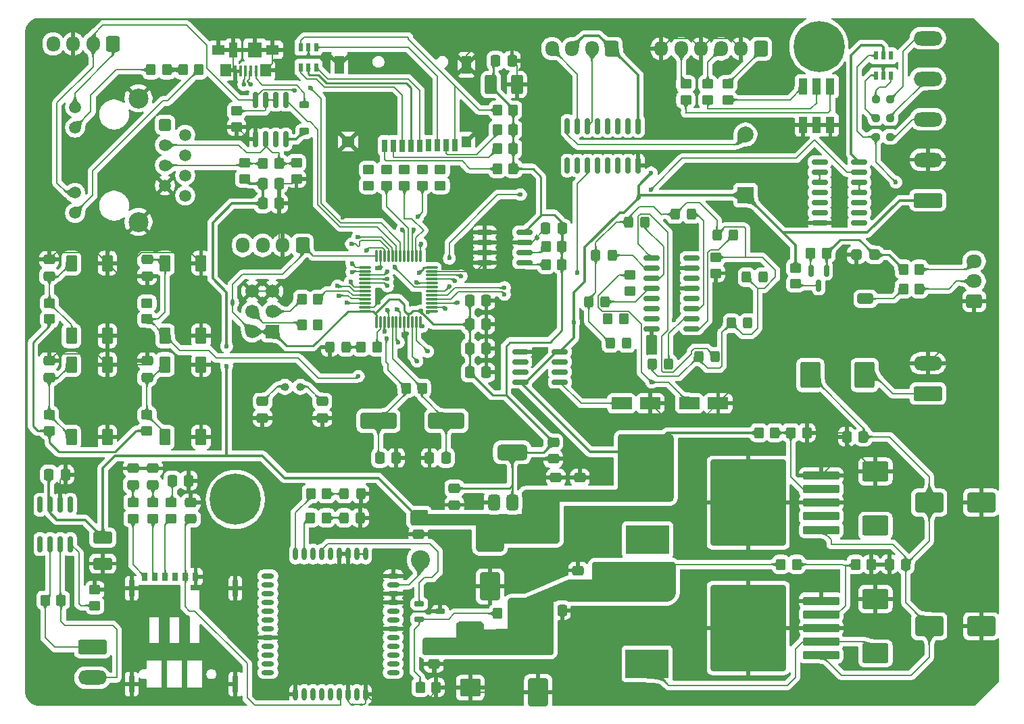
<source format=gbr>
%TF.GenerationSoftware,KiCad,Pcbnew,9.0.3*%
%TF.CreationDate,2025-07-30T09:19:55+03:00*%
%TF.ProjectId,KiCad Projeleri,4b694361-6420-4507-926f-6a656c657269,rev?*%
%TF.SameCoordinates,Original*%
%TF.FileFunction,Copper,L1,Top*%
%TF.FilePolarity,Positive*%
%FSLAX46Y46*%
G04 Gerber Fmt 4.6, Leading zero omitted, Abs format (unit mm)*
G04 Created by KiCad (PCBNEW 9.0.3) date 2025-07-30 09:19:55*
%MOMM*%
%LPD*%
G01*
G04 APERTURE LIST*
G04 Aperture macros list*
%AMRoundRect*
0 Rectangle with rounded corners*
0 $1 Rounding radius*
0 $2 $3 $4 $5 $6 $7 $8 $9 X,Y pos of 4 corners*
0 Add a 4 corners polygon primitive as box body*
4,1,4,$2,$3,$4,$5,$6,$7,$8,$9,$2,$3,0*
0 Add four circle primitives for the rounded corners*
1,1,$1+$1,$2,$3*
1,1,$1+$1,$4,$5*
1,1,$1+$1,$6,$7*
1,1,$1+$1,$8,$9*
0 Add four rect primitives between the rounded corners*
20,1,$1+$1,$2,$3,$4,$5,0*
20,1,$1+$1,$4,$5,$6,$7,0*
20,1,$1+$1,$6,$7,$8,$9,0*
20,1,$1+$1,$8,$9,$2,$3,0*%
G04 Aperture macros list end*
%TA.AperFunction,SMDPad,CuDef*%
%ADD10RoundRect,0.250000X0.350000X0.450000X-0.350000X0.450000X-0.350000X-0.450000X0.350000X-0.450000X0*%
%TD*%
%TA.AperFunction,SMDPad,CuDef*%
%ADD11RoundRect,0.250000X-0.475000X0.337500X-0.475000X-0.337500X0.475000X-0.337500X0.475000X0.337500X0*%
%TD*%
%TA.AperFunction,SMDPad,CuDef*%
%ADD12RoundRect,0.250000X0.475000X-0.337500X0.475000X0.337500X-0.475000X0.337500X-0.475000X-0.337500X0*%
%TD*%
%TA.AperFunction,SMDPad,CuDef*%
%ADD13R,1.100000X2.000000*%
%TD*%
%TA.AperFunction,SMDPad,CuDef*%
%ADD14RoundRect,0.250000X0.450000X-0.800000X0.450000X0.800000X-0.450000X0.800000X-0.450000X-0.800000X0*%
%TD*%
%TA.AperFunction,SMDPad,CuDef*%
%ADD15RoundRect,0.250000X0.325000X0.450000X-0.325000X0.450000X-0.325000X-0.450000X0.325000X-0.450000X0*%
%TD*%
%TA.AperFunction,SMDPad,CuDef*%
%ADD16R,0.600000X1.100000*%
%TD*%
%TA.AperFunction,SMDPad,CuDef*%
%ADD17RoundRect,0.225000X0.375000X-0.225000X0.375000X0.225000X-0.375000X0.225000X-0.375000X-0.225000X0*%
%TD*%
%TA.AperFunction,SMDPad,CuDef*%
%ADD18RoundRect,0.250000X-0.325000X-0.450000X0.325000X-0.450000X0.325000X0.450000X-0.325000X0.450000X0*%
%TD*%
%TA.AperFunction,SMDPad,CuDef*%
%ADD19RoundRect,0.250000X-1.500000X-1.000000X1.500000X-1.000000X1.500000X1.000000X-1.500000X1.000000X0*%
%TD*%
%TA.AperFunction,ComponentPad*%
%ADD20RoundRect,0.250000X0.600000X0.725000X-0.600000X0.725000X-0.600000X-0.725000X0.600000X-0.725000X0*%
%TD*%
%TA.AperFunction,ComponentPad*%
%ADD21O,1.700000X1.950000*%
%TD*%
%TA.AperFunction,SMDPad,CuDef*%
%ADD22RoundRect,0.250000X-0.450000X0.350000X-0.450000X-0.350000X0.450000X-0.350000X0.450000X0.350000X0*%
%TD*%
%TA.AperFunction,SMDPad,CuDef*%
%ADD23RoundRect,0.237500X-0.250000X-0.237500X0.250000X-0.237500X0.250000X0.237500X-0.250000X0.237500X0*%
%TD*%
%TA.AperFunction,SMDPad,CuDef*%
%ADD24RoundRect,0.150000X-0.825000X-0.150000X0.825000X-0.150000X0.825000X0.150000X-0.825000X0.150000X0*%
%TD*%
%TA.AperFunction,SMDPad,CuDef*%
%ADD25RoundRect,0.250000X-0.350000X-0.450000X0.350000X-0.450000X0.350000X0.450000X-0.350000X0.450000X0*%
%TD*%
%TA.AperFunction,SMDPad,CuDef*%
%ADD26RoundRect,0.250000X0.450000X-0.350000X0.450000X0.350000X-0.450000X0.350000X-0.450000X-0.350000X0*%
%TD*%
%TA.AperFunction,ComponentPad*%
%ADD27RoundRect,0.250000X1.550000X-0.650000X1.550000X0.650000X-1.550000X0.650000X-1.550000X-0.650000X0*%
%TD*%
%TA.AperFunction,ComponentPad*%
%ADD28O,3.600000X1.800000*%
%TD*%
%TA.AperFunction,ComponentPad*%
%ADD29RoundRect,0.250000X-1.550000X0.650000X-1.550000X-0.650000X1.550000X-0.650000X1.550000X0.650000X0*%
%TD*%
%TA.AperFunction,SMDPad,CuDef*%
%ADD30R,5.400000X3.600000*%
%TD*%
%TA.AperFunction,SMDPad,CuDef*%
%ADD31RoundRect,0.250001X-1.044999X0.872499X-1.044999X-0.872499X1.044999X-0.872499X1.044999X0.872499X0*%
%TD*%
%TA.AperFunction,SMDPad,CuDef*%
%ADD32RoundRect,0.250000X-1.000000X1.500000X-1.000000X-1.500000X1.000000X-1.500000X1.000000X1.500000X0*%
%TD*%
%TA.AperFunction,ComponentPad*%
%ADD33RoundRect,0.250000X0.725000X-0.600000X0.725000X0.600000X-0.725000X0.600000X-0.725000X-0.600000X0*%
%TD*%
%TA.AperFunction,ComponentPad*%
%ADD34O,1.950000X1.700000*%
%TD*%
%TA.AperFunction,SMDPad,CuDef*%
%ADD35RoundRect,0.250000X1.400000X1.000000X-1.400000X1.000000X-1.400000X-1.000000X1.400000X-1.000000X0*%
%TD*%
%TA.AperFunction,SMDPad,CuDef*%
%ADD36O,1.600000X0.600000*%
%TD*%
%TA.AperFunction,SMDPad,CuDef*%
%ADD37O,0.600000X1.600000*%
%TD*%
%TA.AperFunction,SMDPad,CuDef*%
%ADD38RoundRect,0.250000X-0.337500X-0.475000X0.337500X-0.475000X0.337500X0.475000X-0.337500X0.475000X0*%
%TD*%
%TA.AperFunction,SMDPad,CuDef*%
%ADD39RoundRect,0.250000X0.337500X0.475000X-0.337500X0.475000X-0.337500X-0.475000X0.337500X-0.475000X0*%
%TD*%
%TA.AperFunction,SMDPad,CuDef*%
%ADD40RoundRect,0.150000X-0.150000X0.825000X-0.150000X-0.825000X0.150000X-0.825000X0.150000X0.825000X0*%
%TD*%
%TA.AperFunction,SMDPad,CuDef*%
%ADD41RoundRect,0.150000X-0.850000X-0.150000X0.850000X-0.150000X0.850000X0.150000X-0.850000X0.150000X0*%
%TD*%
%TA.AperFunction,SMDPad,CuDef*%
%ADD42RoundRect,0.250000X1.000000X-1.400000X1.000000X1.400000X-1.000000X1.400000X-1.000000X-1.400000X0*%
%TD*%
%TA.AperFunction,ComponentPad*%
%ADD43C,0.800000*%
%TD*%
%TA.AperFunction,ComponentPad*%
%ADD44C,6.400000*%
%TD*%
%TA.AperFunction,SMDPad,CuDef*%
%ADD45RoundRect,0.250000X-0.400000X-0.400000X0.400000X-0.400000X0.400000X0.400000X-0.400000X0.400000X0*%
%TD*%
%TA.AperFunction,SMDPad,CuDef*%
%ADD46RoundRect,0.250000X-0.750000X-0.400000X0.750000X-0.400000X0.750000X0.400000X-0.750000X0.400000X0*%
%TD*%
%TA.AperFunction,SMDPad,CuDef*%
%ADD47RoundRect,0.075000X0.075000X-0.662500X0.075000X0.662500X-0.075000X0.662500X-0.075000X-0.662500X0*%
%TD*%
%TA.AperFunction,SMDPad,CuDef*%
%ADD48RoundRect,0.075000X0.662500X-0.075000X0.662500X0.075000X-0.662500X0.075000X-0.662500X-0.075000X0*%
%TD*%
%TA.AperFunction,ComponentPad*%
%ADD49R,2.000000X2.000000*%
%TD*%
%TA.AperFunction,ComponentPad*%
%ADD50C,2.000000*%
%TD*%
%TA.AperFunction,SMDPad,CuDef*%
%ADD51RoundRect,0.375000X0.375000X-0.625000X0.375000X0.625000X-0.375000X0.625000X-0.375000X-0.625000X0*%
%TD*%
%TA.AperFunction,SMDPad,CuDef*%
%ADD52RoundRect,0.500000X1.400000X-0.500000X1.400000X0.500000X-1.400000X0.500000X-1.400000X-0.500000X0*%
%TD*%
%TA.AperFunction,SMDPad,CuDef*%
%ADD53RoundRect,0.250001X-0.507499X-0.944999X0.507499X-0.944999X0.507499X0.944999X-0.507499X0.944999X0*%
%TD*%
%TA.AperFunction,ComponentPad*%
%ADD54RoundRect,0.250500X-0.499500X0.499500X-0.499500X-0.499500X0.499500X-0.499500X0.499500X0.499500X0*%
%TD*%
%TA.AperFunction,ComponentPad*%
%ADD55C,1.500000*%
%TD*%
%TA.AperFunction,ComponentPad*%
%ADD56C,2.500000*%
%TD*%
%TA.AperFunction,SMDPad,CuDef*%
%ADD57RoundRect,0.162500X-0.447500X-0.162500X0.447500X-0.162500X0.447500X0.162500X-0.447500X0.162500X0*%
%TD*%
%TA.AperFunction,SMDPad,CuDef*%
%ADD58RoundRect,0.250001X-0.944999X0.507499X-0.944999X-0.507499X0.944999X-0.507499X0.944999X0.507499X0*%
%TD*%
%TA.AperFunction,SMDPad,CuDef*%
%ADD59RoundRect,0.150000X0.150000X-0.825000X0.150000X0.825000X-0.150000X0.825000X-0.150000X-0.825000X0*%
%TD*%
%TA.AperFunction,SMDPad,CuDef*%
%ADD60RoundRect,0.250000X-1.050000X-0.550000X1.050000X-0.550000X1.050000X0.550000X-1.050000X0.550000X0*%
%TD*%
%TA.AperFunction,ComponentPad*%
%ADD61C,1.000000*%
%TD*%
%TA.AperFunction,SMDPad,CuDef*%
%ADD62RoundRect,0.250000X2.050000X0.300000X-2.050000X0.300000X-2.050000X-0.300000X2.050000X-0.300000X0*%
%TD*%
%TA.AperFunction,SMDPad,CuDef*%
%ADD63RoundRect,0.250002X4.449998X5.149998X-4.449998X5.149998X-4.449998X-5.149998X4.449998X-5.149998X0*%
%TD*%
%TA.AperFunction,SMDPad,CuDef*%
%ADD64RoundRect,0.250000X-2.000000X-0.750000X2.000000X-0.750000X2.000000X0.750000X-2.000000X0.750000X0*%
%TD*%
%TA.AperFunction,SMDPad,CuDef*%
%ADD65R,0.800000X1.140000*%
%TD*%
%TA.AperFunction,SMDPad,CuDef*%
%ADD66R,0.700000X2.100000*%
%TD*%
%TA.AperFunction,SMDPad,CuDef*%
%ADD67R,0.450000X1.380000*%
%TD*%
%TA.AperFunction,SMDPad,CuDef*%
%ADD68R,1.650000X1.300000*%
%TD*%
%TA.AperFunction,SMDPad,CuDef*%
%ADD69R,1.425000X1.550000*%
%TD*%
%TA.AperFunction,SMDPad,CuDef*%
%ADD70R,1.800000X1.900000*%
%TD*%
%TA.AperFunction,SMDPad,CuDef*%
%ADD71R,1.000000X1.900000*%
%TD*%
%TA.AperFunction,ComponentPad*%
%ADD72C,2.400000*%
%TD*%
%TA.AperFunction,ComponentPad*%
%ADD73R,1.700000X1.700000*%
%TD*%
%TA.AperFunction,ComponentPad*%
%ADD74C,1.700000*%
%TD*%
%TA.AperFunction,SMDPad,CuDef*%
%ADD75RoundRect,0.150000X-0.150000X0.587500X-0.150000X-0.587500X0.150000X-0.587500X0.150000X0.587500X0*%
%TD*%
%TA.AperFunction,SMDPad,CuDef*%
%ADD76R,0.700000X1.600000*%
%TD*%
%TA.AperFunction,SMDPad,CuDef*%
%ADD77R,1.200000X1.400000*%
%TD*%
%TA.AperFunction,SMDPad,CuDef*%
%ADD78R,1.200000X2.200000*%
%TD*%
%TA.AperFunction,SMDPad,CuDef*%
%ADD79R,1.600000X1.400000*%
%TD*%
%TA.AperFunction,ViaPad*%
%ADD80C,0.600000*%
%TD*%
%TA.AperFunction,Conductor*%
%ADD81C,0.200000*%
%TD*%
%TA.AperFunction,Conductor*%
%ADD82C,0.300000*%
%TD*%
%TA.AperFunction,Conductor*%
%ADD83C,0.250000*%
%TD*%
%TA.AperFunction,Conductor*%
%ADD84C,0.500000*%
%TD*%
G04 APERTURE END LIST*
D10*
%TO.P,R5,1*%
%TO.N,HSE_OSC_IN*%
X148000000Y-101000000D03*
%TO.P,R5,2*%
%TO.N,HSE_OSC_OUT*%
X146000000Y-101000000D03*
%TD*%
D11*
%TO.P,C24,1*%
%TO.N,RESET*%
X113555000Y-84887500D03*
%TO.P,C24,2*%
%TO.N,GND*%
X113555000Y-86962500D03*
%TD*%
D12*
%TO.P,C26,1*%
%TO.N,EXTI7*%
X113555000Y-99662500D03*
%TO.P,C26,2*%
%TO.N,GND*%
X113555000Y-97587500D03*
%TD*%
D13*
%TO.P,D6,1,RK*%
%TO.N,GND*%
X195730000Y-67970000D03*
%TO.P,D6,2,GK*%
X197430000Y-67970000D03*
%TO.P,D6,3,BK*%
X199130000Y-67970000D03*
%TO.P,D6,4,BA*%
%TO.N,Net-(D6-BA)*%
X199130000Y-63170000D03*
%TO.P,D6,5,GA*%
%TO.N,Net-(D6-GA)*%
X197430000Y-63170000D03*
%TO.P,D6,6,RA*%
%TO.N,Net-(D6-RA)*%
X195730000Y-63170000D03*
%TD*%
D14*
%TO.P,SW3,1,1*%
%TO.N,EXTI7*%
X115805000Y-107145000D03*
X115805000Y-98045000D03*
%TO.P,SW3,2,2*%
%TO.N,GND*%
X120305000Y-107145000D03*
X120305000Y-98045000D03*
%TD*%
D15*
%TO.P,D8,1,K*%
%TO.N,GND*%
X140275000Y-117250000D03*
%TO.P,D8,2,A*%
%TO.N,Net-(D8-A)*%
X138225000Y-117250000D03*
%TD*%
D16*
%TO.P,U7,1,IO1*%
%TO.N,MOSI_*%
X204815200Y-61820800D03*
%TO.P,U7,2,GND*%
%TO.N,GND*%
X205765200Y-61820800D03*
%TO.P,U7,3,IO3*%
%TO.N,SCLK*%
X206715200Y-61820800D03*
%TO.P,U7,4,IO4*%
%TO.N,unconnected-(U7-IO4-Pad4)*%
X206715200Y-59320800D03*
%TO.P,U7,5,VCC*%
%TO.N,5V*%
X205765200Y-59320800D03*
%TO.P,U7,6,IO2*%
%TO.N,MISO*%
X204815200Y-59320800D03*
%TD*%
D17*
%TO.P,D4,1,K*%
%TO.N,5V*%
X133250000Y-68800000D03*
%TO.P,D4,2,A*%
%TO.N,Net-(D4-A)*%
X133250000Y-65500000D03*
%TD*%
D18*
%TO.P,D10,1,K*%
%TO.N,Net-(D10-K)*%
X173871443Y-80160503D03*
%TO.P,D10,2,A*%
%TO.N,Net-(D10-A)*%
X175921443Y-80160503D03*
%TD*%
D19*
%TO.P,C1,1*%
%TO.N,VIN*%
X211525000Y-130845000D03*
%TO.P,C1,2*%
%TO.N,GND*%
X218025000Y-130845000D03*
%TD*%
D20*
%TO.P,J9,1,Pin_1*%
%TO.N,PWM2*%
X190450000Y-58450000D03*
D21*
%TO.P,J9,2,Pin_2*%
%TO.N,GND*%
X187950000Y-58450000D03*
%TO.P,J9,3,Pin_3*%
%TO.N,PWM1*%
X185450000Y-58450000D03*
%TO.P,J9,4,Pin_4*%
%TO.N,GND*%
X182950000Y-58450000D03*
%TO.P,J9,5,Pin_5*%
%TO.N,PWM3*%
X180450000Y-58450000D03*
%TO.P,J9,6,Pin_6*%
%TO.N,GND*%
X177950000Y-58450000D03*
%TD*%
D22*
%TO.P,R30,1*%
%TO.N,Net-(U11-A)*%
X132250000Y-72750000D03*
%TO.P,R30,2*%
%TO.N,GND*%
X132250000Y-74750000D03*
%TD*%
D10*
%TO.P,R6,1*%
%TO.N,BOOT0*%
X134950000Y-89845000D03*
%TO.P,R6,2*%
%TO.N,Net-(J4-Pin_3)*%
X132950000Y-89845000D03*
%TD*%
D23*
%TO.P,F3,1*%
%TO.N,SCLK*%
X204811700Y-64770800D03*
%TO.P,F3,2*%
%TO.N,Net-(J6-Pin_5)*%
X206636700Y-64770800D03*
%TD*%
D24*
%TO.P,U6,1,1A*%
%TO.N,SPI1_MOSI*%
X197800000Y-72650000D03*
%TO.P,U6,2,1Y*%
%TO.N,Net-(U6-1Y)*%
X197800000Y-73920000D03*
%TO.P,U6,3,2A*%
X197800000Y-75190000D03*
%TO.P,U6,4,2Y*%
%TO.N,MOSI_*%
X197800000Y-76460000D03*
%TO.P,U6,5,3A*%
%TO.N,unconnected-(U6-3A-Pad5)*%
X197800000Y-77730000D03*
%TO.P,U6,6,3Y*%
%TO.N,unconnected-(U6-3Y-Pad6)*%
X197800000Y-79000000D03*
%TO.P,U6,7,GND*%
%TO.N,GND*%
X197800000Y-80270000D03*
%TO.P,U6,8,4Y*%
%TO.N,unconnected-(U6-4Y-Pad8)*%
X202750000Y-80270000D03*
%TO.P,U6,9,4A*%
%TO.N,unconnected-(U6-4A-Pad9)*%
X202750000Y-79000000D03*
%TO.P,U6,10,5Y*%
%TO.N,SCLK*%
X202750000Y-77730000D03*
%TO.P,U6,11,5A*%
%TO.N,Net-(U6-5A)*%
X202750000Y-76460000D03*
%TO.P,U6,12,6Y*%
X202750000Y-75190000D03*
%TO.P,U6,13,6A*%
%TO.N,SPI1_SCK*%
X202750000Y-73920000D03*
%TO.P,U6,14,VCC*%
%TO.N,5V*%
X202750000Y-72650000D03*
%TD*%
D25*
%TO.P,R25,1*%
%TO.N,Net-(U9-CS)*%
X157419663Y-71000000D03*
%TO.P,R25,2*%
%TO.N,3V3*%
X159419663Y-71000000D03*
%TD*%
D10*
%TO.P,R27,1*%
%TO.N,3V3*%
X116025000Y-61095000D03*
%TO.P,R27,2*%
%TO.N,Net-(J7-Pad10)*%
X114025000Y-61095000D03*
%TD*%
D26*
%TO.P,R29,1*%
%TO.N,5V*%
X125750000Y-74750000D03*
%TO.P,R29,2*%
%TO.N,Net-(U11-B)*%
X125750000Y-72750000D03*
%TD*%
D19*
%TO.P,C5,1*%
%TO.N,VIN*%
X211525000Y-115345000D03*
%TO.P,C5,2*%
%TO.N,GND*%
X218025000Y-115345000D03*
%TD*%
D27*
%TO.P,J6,1,Pin_1*%
%TO.N,5V*%
X211342500Y-77450000D03*
D28*
%TO.P,J6,2,Pin_2*%
%TO.N,GND*%
X211342500Y-72370000D03*
%TO.P,J6,3,Pin_3*%
%TO.N,Net-(J6-Pin_3)*%
X211342500Y-67290000D03*
%TO.P,J6,4,Pin_4*%
%TO.N,Net-(J6-Pin_4)*%
X211342500Y-62210000D03*
%TO.P,J6,5,Pin_5*%
%TO.N,Net-(J6-Pin_5)*%
X211342500Y-57130000D03*
%TD*%
D22*
%TO.P,R9,1*%
%TO.N,GND*%
X107000000Y-126250000D03*
%TO.P,R9,2*%
%TO.N,Net-(U5-S)*%
X107000000Y-128250000D03*
%TD*%
D10*
%TO.P,RJ2,1*%
%TO.N,Net-(J10-Pin_3)*%
X210284800Y-86095000D03*
%TO.P,RJ2,2*%
%TO.N,3V3*%
X208284800Y-86095000D03*
%TD*%
D25*
%TO.P,R1,1*%
%TO.N,3V7*%
X192925000Y-123095000D03*
%TO.P,R1,2*%
%TO.N,Net-(U4-FB)*%
X194925000Y-123095000D03*
%TD*%
D14*
%TO.P,SW2,1,1*%
%TO.N,EXTI6*%
X104055000Y-94445000D03*
X104055000Y-85345000D03*
%TO.P,SW2,2,2*%
%TO.N,GND*%
X108555000Y-94445000D03*
X108555000Y-85345000D03*
%TD*%
D12*
%TO.P,C25,1*%
%TO.N,EXTI6*%
X101275000Y-86962500D03*
%TO.P,C25,2*%
%TO.N,GND*%
X101275000Y-84887500D03*
%TD*%
D29*
%TO.P,J5,1,Pin_1*%
%TO.N,Net-(J5-Pin_1)*%
X106707500Y-133495000D03*
D28*
%TO.P,J5,2,Pin_2*%
%TO.N,Net-(J5-Pin_2)*%
X106707500Y-137305000D03*
%TD*%
D18*
%TO.P,D16,1,K*%
%TO.N,Net-(D10-K)*%
X186750000Y-92845000D03*
%TO.P,D16,2,A*%
%TO.N,Net-(D16-A)*%
X188800000Y-92845000D03*
%TD*%
D26*
%TO.P,R20,1*%
%TO.N,SPI_SD_MISO*%
X148025000Y-75595000D03*
%TO.P,R20,2*%
%TO.N,Net-(U10-IO1)*%
X148025000Y-73595000D03*
%TD*%
%TO.P,R39,1*%
%TO.N,Net-(J12-I{slash}O)*%
X114275000Y-117345000D03*
%TO.P,R39,2*%
%TO.N,DATA_SIM*%
X114275000Y-115345000D03*
%TD*%
D30*
%TO.P,L1,1,1*%
%TO.N,Net-(D2-K)*%
X176175000Y-135570000D03*
%TO.P,L1,2,2*%
%TO.N,3V7*%
X176175000Y-124570000D03*
%TD*%
D31*
%TO.P,C34,1*%
%TO.N,3V7*%
X154025000Y-132137500D03*
%TO.P,C34,2*%
%TO.N,GND*%
X154025000Y-138552500D03*
%TD*%
D32*
%TO.P,C3,1*%
%TO.N,3V7*%
X162525000Y-132595000D03*
%TO.P,C3,2*%
%TO.N,GND*%
X162525000Y-139095000D03*
%TD*%
D33*
%TO.P,J10,1,Pin_1*%
%TO.N,GND*%
X217142500Y-90095000D03*
D34*
%TO.P,J10,2,Pin_2*%
%TO.N,ADC1*%
X217142500Y-87595000D03*
%TO.P,J10,3,Pin_3*%
%TO.N,Net-(J10-Pin_3)*%
X217142500Y-85095000D03*
%TD*%
D35*
%TO.P,D2,1,K*%
%TO.N,Net-(D2-K)*%
X204775000Y-134245000D03*
%TO.P,D2,2,A*%
%TO.N,GND*%
X204775000Y-127445000D03*
%TD*%
D36*
%TO.P,U13,1,UART1_TXD*%
%TO.N,UART2_SIM800C_RX*%
X128675000Y-124545000D03*
%TO.P,U13,2,UART1_RXD*%
%TO.N,UART2_SIM800C_TX*%
X128675000Y-125645000D03*
%TO.P,U13,3,UART1_RTS*%
%TO.N,unconnected-(U13-UART1_RTS-Pad3)*%
X128675000Y-126745000D03*
%TO.P,U13,4,UART1_CTS*%
%TO.N,unconnected-(U13-UART1_CTS-Pad4)*%
X128675000Y-127845000D03*
%TO.P,U13,5,UART1_DCD*%
%TO.N,unconnected-(U13-UART1_DCD-Pad5)*%
X128675000Y-128945000D03*
%TO.P,U13,6,UART1_DTR*%
%TO.N,unconnected-(U13-UART1_DTR-Pad6)*%
X128675000Y-130045000D03*
%TO.P,U13,7,UART1_RI*%
%TO.N,unconnected-(U13-UART1_RI-Pad7)*%
X128675000Y-131145000D03*
%TO.P,U13,8,GND*%
%TO.N,GND*%
X128675000Y-132245000D03*
%TO.P,U13,9,MICP*%
%TO.N,unconnected-(U13-MICP-Pad9)*%
X128675000Y-133345000D03*
%TO.P,U13,10,MICN*%
%TO.N,unconnected-(U13-MICN-Pad10)*%
X128675000Y-134445000D03*
%TO.P,U13,11,SPKP*%
%TO.N,unconnected-(U13-SPKP-Pad11)*%
X128675000Y-135545000D03*
%TO.P,U13,12,SPKN*%
%TO.N,unconnected-(U13-SPKN-Pad12)*%
X128675000Y-136645000D03*
D37*
%TO.P,U13,13,GND*%
%TO.N,GND*%
X132125000Y-139395000D03*
%TO.P,U13,14,SIM_DET*%
%TO.N,unconnected-(U13-SIM_DET-Pad14)*%
X133225000Y-139395000D03*
%TO.P,U13,15,SIM_DATA*%
%TO.N,DATA_SIM*%
X134325000Y-139395000D03*
%TO.P,U13,16,SIM_CLK*%
%TO.N,CLK_SIM*%
X135425000Y-139395000D03*
%TO.P,U13,17,SIM_RST*%
%TO.N,RESET_SIM*%
X136525000Y-139395000D03*
%TO.P,U13,18,SIM_VDD*%
%TO.N,VDD_SIM*%
X137625000Y-139395000D03*
%TO.P,U13,19,GND*%
%TO.N,GND*%
X138725000Y-139395000D03*
%TO.P,U13,20,BT_ANT*%
%TO.N,unconnected-(U13-BT_ANT-Pad20)*%
X139825000Y-139395000D03*
%TO.P,U13,21,GND*%
%TO.N,GND*%
X140925000Y-139395000D03*
D36*
%TO.P,U13,22,UART2_TXD*%
%TO.N,unconnected-(U13-UART2_TXD-Pad22)*%
X144375000Y-136645000D03*
%TO.P,U13,23,UART2_RXD*%
%TO.N,unconnected-(U13-UART2_RXD-Pad23)*%
X144375000Y-135545000D03*
%TO.P,U13,24,USB_VBUS*%
%TO.N,unconnected-(U13-USB_VBUS-Pad24)*%
X144375000Y-134445000D03*
%TO.P,U13,25,USB_DP*%
%TO.N,unconnected-(U13-USB_DP-Pad25)*%
X144375000Y-133345000D03*
%TO.P,U13,26,USB_DM*%
%TO.N,unconnected-(U13-USB_DM-Pad26)*%
X144375000Y-132245000D03*
%TO.P,U13,27,GND*%
%TO.N,GND*%
X144375000Y-131145000D03*
%TO.P,U13,28,VRTC*%
%TO.N,unconnected-(U13-VRTC-Pad28)*%
X144375000Y-130045000D03*
%TO.P,U13,29,RF_SYNC*%
%TO.N,unconnected-(U13-RF_SYNC-Pad29)*%
X144375000Y-128945000D03*
%TO.P,U13,30,GND*%
%TO.N,GND*%
X144375000Y-127845000D03*
%TO.P,U13,31,GND*%
X144375000Y-126745000D03*
%TO.P,U13,32,GSM_ANT*%
%TO.N,Net-(U13-GSM_ANT)*%
X144375000Y-125645000D03*
%TO.P,U13,33,GND*%
%TO.N,GND*%
X144375000Y-124545000D03*
D37*
%TO.P,U13,34,VBAT*%
%TO.N,3V7*%
X140925000Y-121795000D03*
%TO.P,U13,35,VBAT*%
X139825000Y-121795000D03*
%TO.P,U13,36,GND*%
%TO.N,GND*%
X138725000Y-121795000D03*
%TO.P,U13,37,GND*%
X137625000Y-121795000D03*
%TO.P,U13,38,ADC*%
%TO.N,unconnected-(U13-ADC-Pad38)*%
X136525000Y-121795000D03*
%TO.P,U13,39,~{PWRKEY}*%
%TO.N,PWRKEY*%
X135425000Y-121795000D03*
%TO.P,U13,40,VDD_EXT*%
%TO.N,unconnected-(U13-VDD_EXT-Pad40)*%
X134325000Y-121795000D03*
%TO.P,U13,41,NETLIGHT*%
%TO.N,Net-(U13-NETLIGHT)*%
X133225000Y-121795000D03*
%TO.P,U13,42,STATUS*%
%TO.N,Net-(U13-STATUS)*%
X132125000Y-121795000D03*
%TD*%
D24*
%TO.P,U14,1,GND*%
%TO.N,GND*%
X160300000Y-96440000D03*
%TO.P,U14,2,TR*%
%TO.N,Net-(U14-THR)*%
X160300000Y-97710000D03*
%TO.P,U14,3,Q*%
%TO.N,Net-(U14-Q)*%
X160300000Y-98980000D03*
%TO.P,U14,4,R*%
%TO.N,5V*%
X160300000Y-100250000D03*
%TO.P,U14,5,CV*%
%TO.N,Net-(U14-CV)*%
X165250000Y-100250000D03*
%TO.P,U14,6,THR*%
%TO.N,Net-(U14-THR)*%
X165250000Y-98980000D03*
%TO.P,U14,7,DIS*%
%TO.N,Net-(U14-DIS)*%
X165250000Y-97710000D03*
%TO.P,U14,8,VCC*%
%TO.N,5V*%
X165250000Y-96440000D03*
%TD*%
D38*
%TO.P,C17,1*%
%TO.N,GND*%
X148925000Y-109750000D03*
%TO.P,C17,2*%
%TO.N,HSE_OSC_IN*%
X151000000Y-109750000D03*
%TD*%
D18*
%TO.P,D5,1,K*%
%TO.N,GND*%
X136420000Y-95845000D03*
%TO.P,D5,2,A*%
%TO.N,Net-(D5-A)*%
X138470000Y-95845000D03*
%TD*%
D25*
%TO.P,R24,1*%
%TO.N,Net-(U9-DAT1)*%
X157419663Y-68589111D03*
%TO.P,R24,2*%
%TO.N,3V3*%
X159419663Y-68589111D03*
%TD*%
D20*
%TO.P,J3,1,Pin_1*%
%TO.N,3V3*%
X133025000Y-83095000D03*
D21*
%TO.P,J3,2,Pin_2*%
%TO.N,GND*%
X130525000Y-83095000D03*
%TO.P,J3,3,Pin_3*%
%TO.N,SWDIO*%
X128025000Y-83095000D03*
%TO.P,J3,4,Pin_4*%
%TO.N,SWCLK*%
X125525000Y-83095000D03*
%TD*%
D25*
%TO.P,R2,1*%
%TO.N,Net-(U4-FB)*%
X202275000Y-123095000D03*
%TO.P,R2,2*%
%TO.N,GND*%
X204275000Y-123095000D03*
%TD*%
D18*
%TO.P,D15,1,K*%
%TO.N,Net-(D10-K)*%
X182628557Y-97029497D03*
%TO.P,D15,2,A*%
%TO.N,Net-(D15-A)*%
X184678557Y-97029497D03*
%TD*%
D38*
%TO.P,C13,1*%
%TO.N,3V3*%
X153962500Y-90000000D03*
%TO.P,C13,2*%
%TO.N,GND*%
X156037500Y-90000000D03*
%TD*%
%TO.P,C30,1*%
%TO.N,5V*%
X128025000Y-75345000D03*
%TO.P,C30,2*%
%TO.N,GND*%
X130100000Y-75345000D03*
%TD*%
D25*
%TO.P,R4,1*%
%TO.N,Net-(U2-FB)*%
X194175000Y-106595000D03*
%TO.P,R4,2*%
%TO.N,GND*%
X196175000Y-106595000D03*
%TD*%
D39*
%TO.P,C23,1*%
%TO.N,3V3*%
X165537500Y-81000000D03*
%TO.P,C23,2*%
%TO.N,GND*%
X163462500Y-81000000D03*
%TD*%
D40*
%TO.P,U11,1,RO*%
%TO.N,USART1_FTDI_RX_RS_485_TX*%
X130930000Y-64870000D03*
%TO.P,U11,2,~{RE}*%
%TO.N,RS485_TX_RX_END*%
X129660000Y-64870000D03*
%TO.P,U11,3,DE*%
X128390000Y-64870000D03*
%TO.P,U11,4,DI*%
%TO.N,USART1_FTDI_TX_RS_485_RX*%
X127120000Y-64870000D03*
%TO.P,U11,5,GND*%
%TO.N,GND*%
X127120000Y-69820000D03*
%TO.P,U11,6,A*%
%TO.N,Net-(U11-A)*%
X128390000Y-69820000D03*
%TO.P,U11,7,B*%
%TO.N,Net-(U11-B)*%
X129660000Y-69820000D03*
%TO.P,U11,8,VCC*%
%TO.N,5V*%
X130930000Y-69820000D03*
%TD*%
D41*
%TO.P,U15,1,Q5*%
%TO.N,Net-(D15-A)*%
X176775000Y-84650000D03*
%TO.P,U15,2,Q1*%
%TO.N,Net-(D11-A)*%
X176775000Y-85920000D03*
%TO.P,U15,3,Q0*%
%TO.N,Net-(D10-A)*%
X176775000Y-87190000D03*
%TO.P,U15,4,Q2*%
%TO.N,Net-(D12-A)*%
X176775000Y-88460000D03*
%TO.P,U15,5,Q6*%
%TO.N,Net-(D16-A)*%
X176775000Y-89730000D03*
%TO.P,U15,6,Q7*%
%TO.N,Net-(D17-A)*%
X176775000Y-91000000D03*
%TO.P,U15,7,Q3*%
%TO.N,Net-(D13-A)*%
X176775000Y-92270000D03*
%TO.P,U15,8,VSS*%
%TO.N,GND*%
X176775000Y-93540000D03*
%TO.P,U15,9,Q8*%
%TO.N,Net-(D18-A)*%
X181775000Y-93540000D03*
%TO.P,U15,10,Q4*%
%TO.N,Net-(D14-A)*%
X181775000Y-92270000D03*
%TO.P,U15,11,Q9*%
%TO.N,Net-(D19-A)*%
X181775000Y-91000000D03*
%TO.P,U15,12,Cout*%
%TO.N,unconnected-(U15-Cout-Pad12)*%
X181775000Y-89730000D03*
%TO.P,U15,13,CKEN*%
%TO.N,GND*%
X181775000Y-88460000D03*
%TO.P,U15,14,CLK*%
%TO.N,Net-(U14-Q)*%
X181775000Y-87190000D03*
%TO.P,U15,15,Reset*%
%TO.N,GND*%
X181775000Y-85920000D03*
%TO.P,U15,16,VDD*%
%TO.N,5V*%
X181775000Y-84650000D03*
%TD*%
D42*
%TO.P,D1,1,K*%
%TO.N,VIN*%
X196625000Y-99345000D03*
%TO.P,D1,2,A*%
%TO.N,Net-(D1-A)*%
X203425000Y-99345000D03*
%TD*%
D26*
%TO.P,R37,1*%
%TO.N,Net-(J12-RST)*%
X116525000Y-117345000D03*
%TO.P,R37,2*%
%TO.N,RESET_SIM*%
X116525000Y-115345000D03*
%TD*%
D25*
%TO.P,R28,1*%
%TO.N,Net-(U11-B)*%
X128062500Y-72845000D03*
%TO.P,R28,2*%
%TO.N,Net-(U11-A)*%
X130062500Y-72845000D03*
%TD*%
D40*
%TO.P,U5,1,TXD*%
%TO.N,CAN_TX*%
X103930000Y-115620000D03*
%TO.P,U5,2,GND*%
%TO.N,GND*%
X102660000Y-115620000D03*
%TO.P,U5,3,VCC*%
%TO.N,5V*%
X101390000Y-115620000D03*
%TO.P,U5,4,RXD*%
%TO.N,CAN_RX*%
X100120000Y-115620000D03*
%TO.P,U5,5,NC*%
%TO.N,unconnected-(U5-NC-Pad5)*%
X100120000Y-120570000D03*
%TO.P,U5,6,CANL*%
%TO.N,Net-(J5-Pin_1)*%
X101390000Y-120570000D03*
%TO.P,U5,7,CANH*%
%TO.N,Net-(J5-Pin_2)*%
X102660000Y-120570000D03*
%TO.P,U5,8,S*%
%TO.N,Net-(U5-S)*%
X103930000Y-120570000D03*
%TD*%
D20*
%TO.P,J8,1,Pin_1*%
%TO.N,USART1_FTDI_RX_RS_485_TX*%
X109275000Y-57845000D03*
D21*
%TO.P,J8,2,Pin_2*%
%TO.N,USART1_FTDI_TX_RS_485_RX*%
X106775000Y-57845000D03*
%TO.P,J8,3,Pin_3*%
%TO.N,GND*%
X104275000Y-57845000D03*
%TO.P,J8,4,Pin_4*%
%TO.N,5V*%
X101775000Y-57845000D03*
%TD*%
D22*
%TO.P,R34,1*%
%TO.N,PWM2*%
X186275000Y-62845000D03*
%TO.P,R34,2*%
%TO.N,Net-(D6-RA)*%
X186275000Y-64845000D03*
%TD*%
D39*
%TO.P,C2,1*%
%TO.N,VIN*%
X208587500Y-123095000D03*
%TO.P,C2,2*%
%TO.N,GND*%
X206512500Y-123095000D03*
%TD*%
D25*
%TO.P,R3,1*%
%TO.N,5V*%
X190175000Y-106595000D03*
%TO.P,R3,2*%
%TO.N,Net-(U2-FB)*%
X192175000Y-106595000D03*
%TD*%
D14*
%TO.P,SW4,1,1*%
%TO.N,EXTI15*%
X104055000Y-107145000D03*
X104055000Y-98045000D03*
%TO.P,SW4,2,2*%
%TO.N,GND*%
X108555000Y-107145000D03*
X108555000Y-98045000D03*
%TD*%
D43*
%TO.P,REF\u002A\u002A,1*%
%TO.N,N/C*%
X195300000Y-58160000D03*
X196002944Y-56462944D03*
X196002944Y-59857056D03*
X197700000Y-55760000D03*
D44*
X197700000Y-58160000D03*
D43*
X197700000Y-60560000D03*
X199397056Y-56462944D03*
X199397056Y-59857056D03*
X200100000Y-58160000D03*
%TD*%
D12*
%TO.P,C10,1*%
%TO.N,5V*%
X167760000Y-114287500D03*
%TO.P,C10,2*%
%TO.N,GND*%
X167760000Y-112212500D03*
%TD*%
D45*
%TO.P,RV1,1,1*%
%TO.N,3V3*%
X204684800Y-84295000D03*
D46*
%TO.P,RV1,2,2*%
%TO.N,Net-(RJ1-Pad1)*%
X203534800Y-89795000D03*
D45*
%TO.P,RV1,3,3*%
%TO.N,GND*%
X202384800Y-84295000D03*
%TD*%
D25*
%TO.P,R26,1*%
%TO.N,3V3*%
X118025000Y-61095000D03*
%TO.P,R26,2*%
%TO.N,Net-(J7-Pad12)*%
X120025000Y-61095000D03*
%TD*%
D18*
%TO.P,D14,1,K*%
%TO.N,Net-(D10-K)*%
X176834654Y-97992303D03*
%TO.P,D14,2,A*%
%TO.N,Net-(D14-A)*%
X178884654Y-97992303D03*
%TD*%
D26*
%TO.P,R38,1*%
%TO.N,Net-(J12-CLK)*%
X111775000Y-117345000D03*
%TO.P,R38,2*%
%TO.N,CLK_SIM*%
X111775000Y-115345000D03*
%TD*%
D47*
%TO.P,U1,1,VBAT*%
%TO.N,3V3*%
X142275000Y-92757500D03*
%TO.P,U1,2,PC13*%
%TO.N,PC13_LED*%
X142775000Y-92757500D03*
%TO.P,U1,3,PC14*%
%TO.N,LSE_OSC_IN*%
X143275000Y-92757500D03*
%TO.P,U1,4,PC15*%
%TO.N,LSE_OSC_OUT*%
X143775000Y-92757500D03*
%TO.P,U1,5,PD0*%
%TO.N,HSE_OSC_IN*%
X144275000Y-92757500D03*
%TO.P,U1,6,PD1*%
%TO.N,HSE_OSC_OUT*%
X144775000Y-92757500D03*
%TO.P,U1,7,NRST*%
%TO.N,RESET*%
X145275000Y-92757500D03*
%TO.P,U1,8,VSSA*%
%TO.N,GND*%
X145775000Y-92757500D03*
%TO.P,U1,9,VDDA*%
%TO.N,3V3*%
X146275000Y-92757500D03*
%TO.P,U1,10,PA0*%
%TO.N,ADC1*%
X146775000Y-92757500D03*
%TO.P,U1,11,PA1*%
%TO.N,OUT2*%
X147275000Y-92757500D03*
%TO.P,U1,12,PA2*%
%TO.N,UART2_SIM800C_TX*%
X147775000Y-92757500D03*
D48*
%TO.P,U1,13,PA3*%
%TO.N,UART2_SIM800C_RX*%
X149187500Y-91345000D03*
%TO.P,U1,14,PA4*%
%TO.N,OUT1*%
X149187500Y-90845000D03*
%TO.P,U1,15,PA5*%
%TO.N,SPI1_SCK*%
X149187500Y-90345000D03*
%TO.P,U1,16,PA6*%
%TO.N,SPI1_MISO*%
X149187500Y-89845000D03*
%TO.P,U1,17,PA7*%
%TO.N,SPI1_MOSI*%
X149187500Y-89345000D03*
%TO.P,U1,18,PB0*%
%TO.N,BUZZER*%
X149187500Y-88845000D03*
%TO.P,U1,19,PB1*%
%TO.N,RS485_TX_RX_END*%
X149187500Y-88345000D03*
%TO.P,U1,20,PB2*%
%TO.N,BOOT1*%
X149187500Y-87845000D03*
%TO.P,U1,21,PB10*%
%TO.N,I2C_EEPROM_SCL*%
X149187500Y-87345000D03*
%TO.P,U1,22,PB11*%
%TO.N,I2C_EEPROM_SDA*%
X149187500Y-86845000D03*
%TO.P,U1,23,VSS*%
%TO.N,GND*%
X149187500Y-86345000D03*
%TO.P,U1,24,VDD*%
%TO.N,3V3*%
X149187500Y-85845000D03*
D47*
%TO.P,U1,25,PB12*%
%TO.N,SPI_SD_NSS*%
X147775000Y-84432500D03*
%TO.P,U1,26,PB13*%
%TO.N,SPI_SD_SCK*%
X147275000Y-84432500D03*
%TO.P,U1,27,PB14*%
%TO.N,SPI_SD_MISO*%
X146775000Y-84432500D03*
%TO.P,U1,28,PB15*%
%TO.N,SPI_SD_MOSI*%
X146275000Y-84432500D03*
%TO.P,U1,29,PA8*%
%TO.N,SPI_SD_DETECT*%
X145775000Y-84432500D03*
%TO.P,U1,30,PA9*%
%TO.N,USART1_FTDI_TX_RS_485_RX*%
X145275000Y-84432500D03*
%TO.P,U1,31,PA10*%
%TO.N,USART1_FTDI_RX_RS_485_TX*%
X144775000Y-84432500D03*
%TO.P,U1,32,PA11*%
%TO.N,D_N*%
X144275000Y-84432500D03*
%TO.P,U1,33,PA12*%
%TO.N,D_P*%
X143775000Y-84432500D03*
%TO.P,U1,34,PA13*%
%TO.N,SWDIO*%
X143275000Y-84432500D03*
%TO.P,U1,35,VSS*%
%TO.N,GND*%
X142775000Y-84432500D03*
%TO.P,U1,36,VDD*%
%TO.N,3V3*%
X142275000Y-84432500D03*
D48*
%TO.P,U1,37,PA14*%
%TO.N,SWCLK*%
X140862500Y-85845000D03*
%TO.P,U1,38,PA15*%
%TO.N,EXTI15*%
X140862500Y-86345000D03*
%TO.P,U1,39,PB3*%
%TO.N,PWM3*%
X140862500Y-86845000D03*
%TO.P,U1,40,PB4*%
%TO.N,PWM1*%
X140862500Y-87345000D03*
%TO.P,U1,41,PB5*%
%TO.N,PWM2*%
X140862500Y-87845000D03*
%TO.P,U1,42,PB6*%
%TO.N,EXTI6*%
X140862500Y-88345000D03*
%TO.P,U1,43,PB7*%
%TO.N,EXTI7*%
X140862500Y-88845000D03*
%TO.P,U1,44,BOOT0*%
%TO.N,BOOT0*%
X140862500Y-89345000D03*
%TO.P,U1,45,PB8*%
%TO.N,CAN_RX*%
X140862500Y-89845000D03*
%TO.P,U1,46,PB9*%
%TO.N,CAN_TX*%
X140862500Y-90345000D03*
%TO.P,U1,47,VSS*%
%TO.N,GND*%
X140862500Y-90845000D03*
%TO.P,U1,48,VDD*%
%TO.N,3V3*%
X140862500Y-91345000D03*
%TD*%
D14*
%TO.P,SW1,1,1*%
%TO.N,RESET*%
X115805000Y-94445000D03*
X115805000Y-85345000D03*
%TO.P,SW1,2,2*%
%TO.N,GND*%
X120305000Y-94445000D03*
X120305000Y-85345000D03*
%TD*%
D25*
%TO.P,R36,1*%
%TO.N,Net-(U13-NETLIGHT)*%
X134000000Y-117250000D03*
%TO.P,R36,2*%
%TO.N,Net-(D8-A)*%
X136000000Y-117250000D03*
%TD*%
D49*
%TO.P,BZ1,1,+*%
%TO.N,5V*%
X188500000Y-76800000D03*
D50*
%TO.P,BZ1,2,-*%
%TO.N,Net-(BZ1--)*%
X188500000Y-69200000D03*
%TD*%
D51*
%TO.P,U3,1,GND*%
%TO.N,GND*%
X156975000Y-115345000D03*
%TO.P,U3,2,VO*%
%TO.N,3V3*%
X159275000Y-115345000D03*
D52*
X159275000Y-109045000D03*
D51*
%TO.P,U3,3,VI*%
%TO.N,5V*%
X161575000Y-115345000D03*
%TD*%
D39*
%TO.P,C18,1*%
%TO.N,GND*%
X144750000Y-109750000D03*
%TO.P,C18,2*%
%TO.N,HSE_OSC_OUT*%
X142675000Y-109750000D03*
%TD*%
D53*
%TO.P,C28,1*%
%TO.N,3V3*%
X156613750Y-62952999D03*
%TO.P,C28,2*%
%TO.N,GND*%
X159868750Y-62952999D03*
%TD*%
D22*
%TO.P,R46,1*%
%TO.N,Net-(U14-THR)*%
X174025000Y-86845000D03*
%TO.P,R46,2*%
%TO.N,Net-(U14-DIS)*%
X174025000Y-88845000D03*
%TD*%
D11*
%TO.P,C11,1*%
%TO.N,3V3*%
X164425000Y-107795000D03*
%TO.P,C11,2*%
%TO.N,GND*%
X164425000Y-109870000D03*
%TD*%
D26*
%TO.P,R21,1*%
%TO.N,SPI_SD_DETECT*%
X150275000Y-75595000D03*
%TO.P,R21,2*%
%TO.N,Net-(U10-IO3)*%
X150275000Y-73595000D03*
%TD*%
D22*
%TO.P,R32,1*%
%TO.N,PWM3*%
X181025000Y-62845000D03*
%TO.P,R32,2*%
%TO.N,Net-(D6-BA)*%
X181025000Y-64845000D03*
%TD*%
D18*
%TO.P,D11,1,K*%
%TO.N,Net-(D10-K)*%
X169750000Y-84345000D03*
%TO.P,D11,2,A*%
%TO.N,Net-(D11-A)*%
X171800000Y-84345000D03*
%TD*%
D38*
%TO.P,C14,1*%
%TO.N,3V3*%
X153962500Y-93010000D03*
%TO.P,C14,2*%
%TO.N,GND*%
X156037500Y-93010000D03*
%TD*%
D12*
%TO.P,C20,1*%
%TO.N,GND*%
X128000000Y-104750000D03*
%TO.P,C20,2*%
%TO.N,LSE_OSC_OUT*%
X128000000Y-102675000D03*
%TD*%
D27*
%TO.P,J1,1,Pin_1*%
%TO.N,Net-(D1-A)*%
X211342500Y-101695000D03*
D28*
%TO.P,J1,2,Pin_2*%
%TO.N,GND*%
X211342500Y-97885000D03*
%TD*%
D25*
%TO.P,R40,1*%
%TO.N,Net-(Q1-B)*%
X157470000Y-129240000D03*
%TO.P,R40,2*%
%TO.N,3V7*%
X159470000Y-129240000D03*
%TD*%
D26*
%TO.P,R17,1*%
%TO.N,SPI_SD_NSS*%
X141275000Y-75595000D03*
%TO.P,R17,2*%
%TO.N,Net-(U9-CS)*%
X141275000Y-73595000D03*
%TD*%
D54*
%TO.P,J7,1*%
%TO.N,unconnected-(J7-Pad1)*%
X115775000Y-67975000D03*
D55*
%TO.P,J7,2*%
%TO.N,unconnected-(J7-Pad2)*%
X118315000Y-69235000D03*
%TO.P,J7,3*%
%TO.N,Net-(U11-A)*%
X115775000Y-70515000D03*
%TO.P,J7,4*%
%TO.N,unconnected-(J7-Pad4)*%
X118315000Y-71775000D03*
%TO.P,J7,5*%
%TO.N,Net-(U11-B)*%
X115775000Y-73055000D03*
%TO.P,J7,6*%
%TO.N,unconnected-(J7-Pad6)*%
X118315000Y-74315000D03*
%TO.P,J7,7*%
%TO.N,GND*%
X115775000Y-75595000D03*
%TO.P,J7,8*%
%TO.N,unconnected-(J7-Pad8)*%
X118315000Y-76855000D03*
%TO.P,J7,9*%
%TO.N,USART1_FTDI_RX_RS_485_TX*%
X104515000Y-65790000D03*
%TO.P,J7,10*%
%TO.N,Net-(J7-Pad10)*%
X104515000Y-68330000D03*
%TO.P,J7,11*%
%TO.N,USART1_FTDI_TX_RS_485_RX*%
X104515000Y-76500000D03*
%TO.P,J7,12*%
%TO.N,Net-(J7-Pad12)*%
X104515000Y-79040000D03*
D56*
%TO.P,J7,SH*%
%TO.N,GND*%
X112465000Y-64670000D03*
X112465000Y-80160000D03*
%TD*%
D30*
%TO.P,L2,1,1*%
%TO.N,Net-(D3-K)*%
X176250000Y-120000000D03*
%TO.P,L2,2,2*%
%TO.N,5V*%
X176250000Y-109000000D03*
%TD*%
D18*
%TO.P,D19,1,K*%
%TO.N,Net-(D10-K)*%
X179665346Y-79197697D03*
%TO.P,D19,2,A*%
%TO.N,Net-(D19-A)*%
X181715346Y-79197697D03*
%TD*%
D12*
%TO.P,C38,1*%
%TO.N,DATA_SIM*%
X114275000Y-113132500D03*
%TO.P,C38,2*%
%TO.N,GND*%
X114275000Y-111057500D03*
%TD*%
D38*
%TO.P,C16,1*%
%TO.N,3V3*%
X153962500Y-99030000D03*
%TO.P,C16,2*%
%TO.N,GND*%
X156037500Y-99030000D03*
%TD*%
D57*
%TO.P,Q1,1,C*%
%TO.N,PWRKEY*%
X147630000Y-128050000D03*
%TO.P,Q1,2,B*%
%TO.N,Net-(Q1-B)*%
X147630000Y-129950000D03*
%TO.P,Q1,3,E*%
%TO.N,GND*%
X150250000Y-129000000D03*
%TD*%
D12*
%TO.P,C9,1*%
%TO.N,5V*%
X164750000Y-114287500D03*
%TO.P,C9,2*%
%TO.N,GND*%
X164750000Y-112212500D03*
%TD*%
D25*
%TO.P,R22,1*%
%TO.N,Net-(U10-IO3)*%
X157419663Y-66133666D03*
%TO.P,R22,2*%
%TO.N,3V3*%
X159419663Y-66133666D03*
%TD*%
D58*
%TO.P,C21,1*%
%TO.N,5V*%
X108000000Y-119745000D03*
%TO.P,C21,2*%
%TO.N,GND*%
X108000000Y-123000000D03*
%TD*%
D12*
%TO.P,C27,1*%
%TO.N,EXTI15*%
X101275000Y-99662500D03*
%TO.P,C27,2*%
%TO.N,GND*%
X101275000Y-97587500D03*
%TD*%
D26*
%TO.P,R15,1*%
%TO.N,3V3*%
X113525000Y-106345000D03*
%TO.P,R15,2*%
%TO.N,EXTI7*%
X113525000Y-104345000D03*
%TD*%
D10*
%TO.P,R35,1*%
%TO.N,Net-(D7-A)*%
X136025000Y-114250000D03*
%TO.P,R35,2*%
%TO.N,Net-(U13-STATUS)*%
X134025000Y-114250000D03*
%TD*%
D38*
%TO.P,C22,1*%
%TO.N,5V*%
X101237500Y-111845000D03*
%TO.P,C22,2*%
%TO.N,GND*%
X103312500Y-111845000D03*
%TD*%
D12*
%TO.P,C19,1*%
%TO.N,GND*%
X135500000Y-104750000D03*
%TO.P,C19,2*%
%TO.N,LSE_OSC_IN*%
X135500000Y-102675000D03*
%TD*%
D10*
%TO.P,R10,1*%
%TO.N,Net-(J5-Pin_2)*%
X102775000Y-127595000D03*
%TO.P,R10,2*%
%TO.N,Net-(J5-Pin_1)*%
X100775000Y-127595000D03*
%TD*%
D15*
%TO.P,D7,1,K*%
%TO.N,GND*%
X140300000Y-114250000D03*
%TO.P,D7,2,A*%
%TO.N,Net-(D7-A)*%
X138250000Y-114250000D03*
%TD*%
D18*
%TO.P,D18,1,K*%
%TO.N,Net-(D10-K)*%
X184918635Y-81824342D03*
%TO.P,D18,2,A*%
%TO.N,Net-(D18-A)*%
X186968635Y-81824342D03*
%TD*%
D59*
%TO.P,U12,1,I1*%
%TO.N,BUZZER*%
X166175000Y-73095000D03*
%TO.P,U12,2,I2*%
%TO.N,OUT1*%
X167445000Y-73095000D03*
%TO.P,U12,3,I3*%
%TO.N,OUT2*%
X168715000Y-73095000D03*
%TO.P,U12,4,I4*%
%TO.N,unconnected-(U12-I4-Pad4)*%
X169985000Y-73095000D03*
%TO.P,U12,5,I5*%
%TO.N,unconnected-(U12-I5-Pad5)*%
X171255000Y-73095000D03*
%TO.P,U12,6,I6*%
%TO.N,unconnected-(U12-I6-Pad6)*%
X172525000Y-73095000D03*
%TO.P,U12,7,I7*%
%TO.N,unconnected-(U12-I7-Pad7)*%
X173795000Y-73095000D03*
%TO.P,U12,8,GND*%
%TO.N,GND*%
X175065000Y-73095000D03*
%TO.P,U12,9,COM*%
%TO.N,5V*%
X175065000Y-68145000D03*
%TO.P,U12,10,O7*%
%TO.N,unconnected-(U12-O7-Pad10)*%
X173795000Y-68145000D03*
%TO.P,U12,11,O6*%
%TO.N,unconnected-(U12-O6-Pad11)*%
X172525000Y-68145000D03*
%TO.P,U12,12,O5*%
%TO.N,unconnected-(U12-O5-Pad12)*%
X171255000Y-68145000D03*
%TO.P,U12,13,O4*%
%TO.N,unconnected-(U12-O4-Pad13)*%
X169985000Y-68145000D03*
%TO.P,U12,14,O3*%
%TO.N,Net-(J11-Pin_2)*%
X168715000Y-68145000D03*
%TO.P,U12,15,O2*%
%TO.N,Net-(J11-Pin_4)*%
X167445000Y-68145000D03*
%TO.P,U12,16,O1*%
%TO.N,Net-(BZ1--)*%
X166175000Y-68145000D03*
%TD*%
D26*
%TO.P,R18,1*%
%TO.N,SPI_SD_MOSI*%
X143525000Y-75595000D03*
%TO.P,R18,2*%
%TO.N,Net-(U10-IO4)*%
X143525000Y-73595000D03*
%TD*%
%TO.P,R47,1*%
%TO.N,MISO*%
X194780000Y-87920000D03*
%TO.P,R47,2*%
%TO.N,5V*%
X194780000Y-85920000D03*
%TD*%
D39*
%TO.P,C6,1*%
%TO.N,VIN*%
X203275000Y-107095000D03*
%TO.P,C6,2*%
%TO.N,GND*%
X201200000Y-107095000D03*
%TD*%
D25*
%TO.P,R23,1*%
%TO.N,Net-(U9-DAT2)*%
X157419663Y-73500000D03*
%TO.P,R23,2*%
%TO.N,3V3*%
X159419663Y-73500000D03*
%TD*%
D23*
%TO.P,F2,1*%
%TO.N,MOSI_*%
X204811700Y-67145800D03*
%TO.P,F2,2*%
%TO.N,Net-(J6-Pin_4)*%
X206636700Y-67145800D03*
%TD*%
D60*
%TO.P,C40,1*%
%TO.N,Net-(U14-CV)*%
X172975000Y-102900000D03*
%TO.P,C40,2*%
%TO.N,GND*%
X176575000Y-102900000D03*
%TD*%
D32*
%TO.P,C7,1*%
%TO.N,5V*%
X156500000Y-119345000D03*
%TO.P,C7,2*%
%TO.N,GND*%
X156500000Y-125845000D03*
%TD*%
D26*
%TO.P,R19,1*%
%TO.N,SPI_SD_SCK*%
X145775000Y-75595000D03*
%TO.P,R19,2*%
%TO.N,Net-(U10-IO2)*%
X145775000Y-73595000D03*
%TD*%
D12*
%TO.P,C32,1*%
%TO.N,3V7*%
X167525000Y-125920000D03*
%TO.P,C32,2*%
%TO.N,GND*%
X167525000Y-123845000D03*
%TD*%
D61*
%TO.P,Y2,1,1*%
%TO.N,LSE_OSC_OUT*%
X130825000Y-100840000D03*
%TO.P,Y2,2,2*%
%TO.N,LSE_OSC_IN*%
X132725000Y-100840000D03*
%TD*%
D62*
%TO.P,U4,1,VIN*%
%TO.N,VIN*%
X198000000Y-134470000D03*
%TO.P,U4,2,OUT*%
%TO.N,Net-(D2-K)*%
X198000000Y-132770000D03*
%TO.P,U4,3,GND*%
%TO.N,GND*%
X198000000Y-131070000D03*
D63*
X188850000Y-131070000D03*
D62*
%TO.P,U4,4,FB*%
%TO.N,Net-(U4-FB)*%
X198000000Y-129370000D03*
%TO.P,U4,5,~{ON}/OFF*%
%TO.N,GND*%
X198000000Y-127670000D03*
%TD*%
D38*
%TO.P,C15,1*%
%TO.N,3V3*%
X153962500Y-96020000D03*
%TO.P,C15,2*%
%TO.N,GND*%
X156037500Y-96020000D03*
%TD*%
D64*
%TO.P,Y1,1,1*%
%TO.N,HSE_OSC_OUT*%
X142525000Y-105095000D03*
%TO.P,Y1,2,2*%
%TO.N,HSE_OSC_IN*%
X151025000Y-105095000D03*
%TD*%
D11*
%TO.P,C8,1*%
%TO.N,5V*%
X147525000Y-117270000D03*
%TO.P,C8,2*%
%TO.N,GND*%
X147525000Y-119345000D03*
%TD*%
D25*
%TO.P,R7,1*%
%TO.N,Net-(J4-Pin_4)*%
X132950000Y-93095000D03*
%TO.P,R7,2*%
%TO.N,BOOT1*%
X134950000Y-93095000D03*
%TD*%
D12*
%TO.P,C37,1*%
%TO.N,CLK_SIM*%
X111775000Y-113132500D03*
%TO.P,C37,2*%
%TO.N,GND*%
X111775000Y-111057500D03*
%TD*%
D11*
%TO.P,C33,1*%
%TO.N,3V7*%
X149462500Y-133515000D03*
%TO.P,C33,2*%
%TO.N,GND*%
X149462500Y-135590000D03*
%TD*%
D18*
%TO.P,D17,1,K*%
%TO.N,Net-(D10-K)*%
X188624732Y-87092148D03*
%TO.P,D17,2,A*%
%TO.N,Net-(D17-A)*%
X190674732Y-87092148D03*
%TD*%
D25*
%TO.P,R41,1*%
%TO.N,Net-(Q1-B)*%
X147750000Y-138500000D03*
%TO.P,R41,2*%
%TO.N,GND*%
X149750000Y-138500000D03*
%TD*%
D18*
%TO.P,D13,1,K*%
%TO.N,Net-(D10-K)*%
X171581365Y-95365658D03*
%TO.P,D13,2,A*%
%TO.N,Net-(D13-A)*%
X173631365Y-95365658D03*
%TD*%
D38*
%TO.P,C29,1*%
%TO.N,3V3*%
X157183750Y-59952999D03*
%TO.P,C29,2*%
%TO.N,GND*%
X159258750Y-59952999D03*
%TD*%
D65*
%TO.P,J12,1,VCC*%
%TO.N,VDD_SIM*%
X118360000Y-124620000D03*
%TO.P,J12,2,RST*%
%TO.N,Net-(J12-RST)*%
X115820000Y-124620000D03*
%TO.P,J12,3,CLK*%
%TO.N,Net-(J12-CLK)*%
X113280000Y-124620000D03*
D66*
%TO.P,J12,5,GND*%
%TO.N,GND*%
X111610000Y-126100000D03*
X111610000Y-138100000D03*
D65*
X119630000Y-124620000D03*
D66*
X124610000Y-126100000D03*
X124610000Y-138100000D03*
D65*
%TO.P,J12,6,VPP*%
%TO.N,unconnected-(J12-VPP-Pad6)*%
X117090000Y-124620000D03*
%TO.P,J12,7,I/O*%
%TO.N,Net-(J12-I{slash}O)*%
X114550000Y-124620000D03*
%TD*%
D43*
%TO.P,REF\u002A\u002A,1*%
%TO.N,N/C*%
X122200000Y-114950000D03*
X122902944Y-113252944D03*
X122902944Y-116647056D03*
X124600000Y-112550000D03*
D44*
X124600000Y-114950000D03*
D43*
X124600000Y-117350000D03*
X126297056Y-113252944D03*
X126297056Y-116647056D03*
X127000000Y-114950000D03*
%TD*%
D22*
%TO.P,R31,1*%
%TO.N,RS485_TX_RX_END*%
X124750000Y-66250000D03*
%TO.P,R31,2*%
%TO.N,GND*%
X124750000Y-68250000D03*
%TD*%
D67*
%TO.P,J2,1,VBUS*%
%TO.N,Net-(D4-A)*%
X127175000Y-61255000D03*
%TO.P,J2,2,D-*%
%TO.N,D_N*%
X126525000Y-61255000D03*
%TO.P,J2,3,D+*%
%TO.N,D_P*%
X125875000Y-61255000D03*
%TO.P,J2,4,ID*%
%TO.N,GND*%
X125225000Y-61255000D03*
%TO.P,J2,5,GND*%
X124575000Y-61255000D03*
D68*
%TO.P,J2,6,Shield*%
X129250000Y-58595000D03*
D69*
X128362500Y-61170000D03*
D70*
X127025000Y-58595000D03*
D71*
X124325000Y-58595000D03*
D69*
X123387500Y-61170000D03*
D68*
X122500000Y-58595000D03*
%TD*%
D62*
%TO.P,U2,1,VIN*%
%TO.N,VIN*%
X198000000Y-118770000D03*
%TO.P,U2,2,OUT*%
%TO.N,Net-(D3-K)*%
X198000000Y-117070000D03*
%TO.P,U2,3,GND*%
%TO.N,GND*%
X198000000Y-115370000D03*
D63*
X188850000Y-115370000D03*
D62*
%TO.P,U2,4,FB*%
%TO.N,Net-(U2-FB)*%
X198000000Y-113670000D03*
%TO.P,U2,5,~{ON}/OFF*%
%TO.N,GND*%
X198000000Y-111970000D03*
%TD*%
D72*
%TO.P,TP1,1,1*%
%TO.N,Net-(U13-GSM_ANT)*%
X147750000Y-122500000D03*
%TD*%
D35*
%TO.P,D3,1,K*%
%TO.N,Net-(D3-K)*%
X204775000Y-118245000D03*
%TO.P,D3,2,A*%
%TO.N,GND*%
X204775000Y-111445000D03*
%TD*%
D73*
%TO.P,J4,1,Pin_1*%
%TO.N,3V3*%
X129240000Y-93925000D03*
D74*
%TO.P,J4,2,Pin_2*%
X126700000Y-93925000D03*
%TO.P,J4,3,Pin_3*%
%TO.N,Net-(J4-Pin_3)*%
X129240000Y-91385000D03*
%TO.P,J4,4,Pin_4*%
%TO.N,Net-(J4-Pin_4)*%
X126700000Y-91385000D03*
%TO.P,J4,5,Pin_5*%
%TO.N,GND*%
X129240000Y-88845000D03*
%TO.P,J4,6,Pin_6*%
X126700000Y-88845000D03*
%TD*%
D10*
%TO.P,R8,1*%
%TO.N,PC13_LED*%
X142362500Y-95845000D03*
%TO.P,R8,2*%
%TO.N,Net-(D5-A)*%
X140362500Y-95845000D03*
%TD*%
D26*
%TO.P,R16,1*%
%TO.N,3V3*%
X101305000Y-106345000D03*
%TO.P,R16,2*%
%TO.N,EXTI15*%
X101305000Y-104345000D03*
%TD*%
D18*
%TO.P,D12,1,K*%
%TO.N,Net-(D10-K)*%
X168875268Y-90152852D03*
%TO.P,D12,2,A*%
%TO.N,Net-(D12-A)*%
X170925268Y-90152852D03*
%TD*%
D25*
%TO.P,R42,1*%
%TO.N,SPI1_MISO*%
X196660000Y-84080000D03*
%TO.P,R42,2*%
%TO.N,3V3*%
X198660000Y-84080000D03*
%TD*%
D10*
%TO.P,R44,1*%
%TO.N,Net-(U14-DIS)*%
X173275000Y-92345000D03*
%TO.P,R44,2*%
%TO.N,5V*%
X171275000Y-92345000D03*
%TD*%
D20*
%TO.P,J11,1,Pin_1*%
%TO.N,5V*%
X171770000Y-58440000D03*
D21*
%TO.P,J11,2,Pin_2*%
%TO.N,Net-(J11-Pin_2)*%
X169270000Y-58440000D03*
%TO.P,J11,3,Pin_3*%
%TO.N,5V*%
X166770000Y-58440000D03*
%TO.P,J11,4,Pin_4*%
%TO.N,Net-(J11-Pin_4)*%
X164270000Y-58440000D03*
%TD*%
D16*
%TO.P,U10,1,IO1*%
%TO.N,Net-(U10-IO1)*%
X134709800Y-58274200D03*
%TO.P,U10,2,GND*%
%TO.N,GND*%
X133759800Y-58274200D03*
%TO.P,U10,3,IO3*%
%TO.N,Net-(U10-IO3)*%
X132809800Y-58274200D03*
%TO.P,U10,4,IO4*%
%TO.N,Net-(U10-IO4)*%
X132809800Y-60774200D03*
%TO.P,U10,5,VCC*%
%TO.N,3V3*%
X133759800Y-60774200D03*
%TO.P,U10,6,IO2*%
%TO.N,Net-(U10-IO2)*%
X134709800Y-60774200D03*
%TD*%
D22*
%TO.P,R13,1*%
%TO.N,3V3*%
X113525000Y-90345000D03*
%TO.P,R13,2*%
%TO.N,RESET*%
X113525000Y-92345000D03*
%TD*%
D24*
%TO.P,U8,1,E0*%
%TO.N,GND*%
X155837500Y-81440000D03*
%TO.P,U8,2,E1*%
X155837500Y-82710000D03*
%TO.P,U8,3,E2*%
X155837500Y-83980000D03*
%TO.P,U8,4,VSS*%
X155837500Y-85250000D03*
%TO.P,U8,5,SDA*%
%TO.N,I2C_EEPROM_SDA*%
X160787500Y-85250000D03*
%TO.P,U8,6,SCL*%
%TO.N,I2C_EEPROM_SCL*%
X160787500Y-83980000D03*
%TO.P,U8,7,~{WC}*%
%TO.N,GND*%
X160787500Y-82710000D03*
%TO.P,U8,8,VCC*%
%TO.N,3V3*%
X160787500Y-81440000D03*
%TD*%
D60*
%TO.P,C39,1*%
%TO.N,Net-(U14-THR)*%
X181475000Y-102900000D03*
%TO.P,C39,2*%
%TO.N,GND*%
X185075000Y-102900000D03*
%TD*%
D26*
%TO.P,R14,1*%
%TO.N,3V3*%
X101305000Y-92345000D03*
%TO.P,R14,2*%
%TO.N,EXTI6*%
X101305000Y-90345000D03*
%TD*%
D22*
%TO.P,R33,1*%
%TO.N,PWM1*%
X183775000Y-62845000D03*
%TO.P,R33,2*%
%TO.N,Net-(D6-GA)*%
X183775000Y-64845000D03*
%TD*%
D23*
%TO.P,F1,1*%
%TO.N,MISO*%
X204811700Y-69500000D03*
%TO.P,F1,2*%
%TO.N,Net-(J6-Pin_3)*%
X206636700Y-69500000D03*
%TD*%
D38*
%TO.P,C36,1*%
%TO.N,RESET_SIM*%
X116700000Y-112595000D03*
%TO.P,C36,2*%
%TO.N,GND*%
X118775000Y-112595000D03*
%TD*%
D10*
%TO.P,R11,1*%
%TO.N,3V3*%
X165500000Y-85500000D03*
%TO.P,R11,2*%
%TO.N,I2C_EEPROM_SDA*%
X163500000Y-85500000D03*
%TD*%
%TO.P,R12,1*%
%TO.N,3V3*%
X165500000Y-83250000D03*
%TO.P,R12,2*%
%TO.N,I2C_EEPROM_SCL*%
X163500000Y-83250000D03*
%TD*%
D38*
%TO.P,C4,1*%
%TO.N,3V7*%
X163450000Y-128845000D03*
%TO.P,C4,2*%
%TO.N,GND*%
X165525000Y-128845000D03*
%TD*%
D75*
%TO.P,Q2,1,G*%
%TO.N,3V3*%
X198630000Y-86265000D03*
%TO.P,Q2,2,S*%
%TO.N,SPI1_MISO*%
X196730000Y-86265000D03*
%TO.P,Q2,3,D*%
%TO.N,MISO*%
X197680000Y-88140000D03*
%TD*%
D22*
%TO.P,R43,1*%
%TO.N,Net-(D10-K)*%
X184775000Y-84595000D03*
%TO.P,R43,2*%
%TO.N,GND*%
X184775000Y-86595000D03*
%TD*%
D12*
%TO.P,C35,1*%
%TO.N,VDD_SIM*%
X119025000Y-117382500D03*
%TO.P,C35,2*%
%TO.N,GND*%
X119025000Y-115307500D03*
%TD*%
D25*
%TO.P,RJ1,1*%
%TO.N,Net-(RJ1-Pad1)*%
X208284800Y-88545000D03*
%TO.P,RJ1,2*%
%TO.N,ADC1*%
X210284800Y-88545000D03*
%TD*%
D11*
%TO.P,C12,1*%
%TO.N,3V3*%
X152025000Y-113557500D03*
%TO.P,C12,2*%
%TO.N,GND*%
X152025000Y-115632500D03*
%TD*%
D76*
%TO.P,U9,1,DAT2*%
%TO.N,Net-(U9-DAT2)*%
X143325000Y-70595000D03*
%TO.P,U9,2,CS*%
%TO.N,Net-(U9-CS)*%
X144425000Y-70595000D03*
%TO.P,U9,3,MOSI/CMD*%
%TO.N,Net-(U10-IO4)*%
X145525000Y-70595000D03*
%TO.P,U9,4,VDD*%
%TO.N,3V3*%
X146625000Y-70595000D03*
%TO.P,U9,5,CLK*%
%TO.N,Net-(U10-IO2)*%
X147725000Y-70595000D03*
%TO.P,U9,6,VSS*%
%TO.N,GND*%
X148825000Y-70552200D03*
%TO.P,U9,7,MISO/DAT0*%
%TO.N,Net-(U10-IO1)*%
X149925000Y-70552200D03*
%TO.P,U9,8,DAT1*%
%TO.N,Net-(U9-DAT1)*%
X151025000Y-70552200D03*
%TO.P,U9,9,DETECT_SDCARD*%
%TO.N,Net-(U10-IO3)*%
X152125000Y-70552200D03*
D77*
%TO.P,U9,10,GND*%
%TO.N,GND*%
X153525000Y-70095000D03*
D78*
X137625000Y-60495000D03*
D79*
%TO.P,U9,11,SHIELD*%
X138725000Y-70095000D03*
D78*
X153525000Y-60495000D03*
%TD*%
D38*
%TO.P,C31,1*%
%TO.N,5V*%
X128025000Y-77845000D03*
%TO.P,C31,2*%
%TO.N,GND*%
X130100000Y-77845000D03*
%TD*%
D80*
%TO.N,5V*%
X176690000Y-74010000D03*
X123500000Y-95750000D03*
X123500000Y-98250000D03*
X125750000Y-74750000D03*
X181775000Y-84650000D03*
X131000000Y-69820000D03*
X175065000Y-68145000D03*
X202750000Y-72650000D03*
X167000000Y-92750000D03*
X128000000Y-75345000D03*
X175100000Y-77100000D03*
X171275000Y-92345000D03*
%TO.N,GND*%
X133759800Y-58274200D03*
X205765200Y-61820800D03*
X131770000Y-88370000D03*
X142500000Y-90250000D03*
X153525000Y-70095000D03*
X184775000Y-86595000D03*
X146100000Y-94130000D03*
X160300000Y-96440000D03*
X167760000Y-112212500D03*
X108555000Y-107145000D03*
X148825000Y-70552200D03*
X152640000Y-74570000D03*
X124750000Y-68250000D03*
X195730000Y-67970000D03*
X153830000Y-66960000D03*
X156975000Y-115345000D03*
X181775000Y-85920000D03*
X142500000Y-85950000D03*
X187250000Y-95500000D03*
X138020000Y-79600000D03*
X201200000Y-107220000D03*
X102660000Y-115620000D03*
X179500000Y-92500000D03*
X103312500Y-111845000D03*
X176775000Y-93540000D03*
X157930000Y-94730000D03*
X142500000Y-88930000D03*
X124575000Y-61255000D03*
X99780000Y-61200000D03*
X193840000Y-78650000D03*
X108000000Y-123000000D03*
%TO.N,3V7*%
X149462500Y-133515000D03*
X140925000Y-121795000D03*
%TO.N,3V3*%
X133759800Y-60774200D03*
X116025000Y-61095000D03*
X204750000Y-84295000D03*
X147630000Y-86560000D03*
X113525000Y-90345000D03*
X156613750Y-62952999D03*
X124250000Y-90250000D03*
X101305000Y-92500000D03*
X147830000Y-91320000D03*
X164425000Y-107795000D03*
%TO.N,HSE_OSC_OUT*%
X143570000Y-94720000D03*
X145010000Y-95240000D03*
%TO.N,LSE_OSC_IN*%
X143320000Y-93910000D03*
%TO.N,LSE_OSC_OUT*%
X143670000Y-91170000D03*
%TO.N,RESET*%
X144850000Y-91080000D03*
X140000000Y-99500000D03*
%TO.N,EXTI6*%
X104055000Y-85345000D03*
X139020000Y-87670000D03*
%TO.N,EXTI7*%
X137390000Y-88190000D03*
X115800000Y-98050000D03*
%TO.N,EXTI15*%
X139200000Y-86460000D03*
X104055000Y-98045000D03*
%TO.N,RESET_SIM*%
X136525000Y-139395000D03*
X116560000Y-115310000D03*
%TO.N,CLK_SIM*%
X135425000Y-139395000D03*
X111775000Y-115250000D03*
%TO.N,DATA_SIM*%
X134325000Y-139395000D03*
X114275000Y-115250000D03*
%TO.N,Net-(D3-K)*%
X204775000Y-118245000D03*
X198000000Y-117070000D03*
X176250000Y-120000000D03*
%TO.N,MISO*%
X197680000Y-88140000D03*
X207340000Y-75180000D03*
%TO.N,MOSI_*%
X197800000Y-76460000D03*
X204750000Y-67145800D03*
%TO.N,SCLK*%
X204811700Y-64750000D03*
X202750000Y-77730000D03*
%TO.N,D_N*%
X126540000Y-62960000D03*
X139910000Y-82060000D03*
%TO.N,D_P*%
X125650000Y-62940000D03*
X139140000Y-82920000D03*
%TO.N,SWDIO*%
X141030000Y-83720000D03*
%TO.N,SWCLK*%
X139200000Y-85380000D03*
%TO.N,Net-(U11-B)*%
X128000000Y-72845000D03*
X129660000Y-69820000D03*
%TO.N,USART1_FTDI_RX_RS_485_TX*%
X130930000Y-64870000D03*
%TO.N,USART1_FTDI_TX_RS_485_RX*%
X133980000Y-63330000D03*
X132070000Y-63700000D03*
%TO.N,PWM1*%
X143650000Y-87330000D03*
X183775000Y-62840000D03*
%TO.N,PWM2*%
X186325000Y-62795000D03*
X143650000Y-88180000D03*
%TO.N,PWM3*%
X181025000Y-62845000D03*
X143650000Y-86410000D03*
%TO.N,ADC1*%
X210330000Y-88545000D03*
X147360000Y-97610000D03*
%TO.N,BOOT1*%
X135000000Y-93250000D03*
X147250000Y-87750000D03*
%TO.N,I2C_EEPROM_SDA*%
X160790000Y-85240000D03*
X152880000Y-86960000D03*
%TO.N,I2C_EEPROM_SCL*%
X160810000Y-83980000D03*
X152100000Y-87540000D03*
%TO.N,Net-(U9-CS)*%
X141275000Y-73595000D03*
X144425000Y-70750000D03*
%TO.N,SPI_SD_NSS*%
X147830000Y-82940000D03*
X141275000Y-75595000D03*
%TO.N,Net-(U10-IO4)*%
X143525000Y-73595000D03*
X145525000Y-70595000D03*
%TO.N,Net-(U10-IO2)*%
X145775000Y-73595000D03*
X147725000Y-70595000D03*
%TO.N,SPI_SD_MISO*%
X146950000Y-81170000D03*
X147420000Y-79550000D03*
%TO.N,SPI_SD_DETECT*%
X145510000Y-81140000D03*
X150275000Y-75595000D03*
%TO.N,RS485_TX_RX_END*%
X144560000Y-85810000D03*
X128400000Y-64690000D03*
%TO.N,SPI1_MISO*%
X158310000Y-89260000D03*
X196660000Y-84080000D03*
%TO.N,OUT2*%
X167420000Y-86560000D03*
X148690000Y-96400000D03*
%TO.N,UART2_SIM800C_TX*%
X128675000Y-125645000D03*
X148000000Y-93250000D03*
%TO.N,CAN_TX*%
X103930000Y-115620000D03*
X138520000Y-90300000D03*
%TO.N,BUZZER*%
X166175000Y-73095000D03*
X151450000Y-88230000D03*
%TO.N,CAN_RX*%
X100120000Y-115620000D03*
X137560000Y-89400000D03*
%TO.N,SPI1_MOSI*%
X158310000Y-88380000D03*
X197800000Y-72650000D03*
%TO.N,UART2_SIM800C_RX*%
X128675000Y-124545000D03*
X148750000Y-91500000D03*
%TO.N,SPI1_SCK*%
X152410000Y-90300000D03*
X176620000Y-76150000D03*
%TO.N,OUT1*%
X150920000Y-91030000D03*
X151410000Y-84720000D03*
X167445000Y-73095000D03*
X160320000Y-76730000D03*
%TO.N,Net-(U14-THR)*%
X160300000Y-97710000D03*
X165250000Y-98980000D03*
X176750000Y-100250000D03*
%TO.N,Net-(D10-K)*%
X171581365Y-95365658D03*
X176834654Y-98000000D03*
%TO.N,Net-(D13-A)*%
X173631365Y-95365658D03*
X176750000Y-92270000D03*
%TO.N,Net-(D16-A)*%
X188800000Y-92845000D03*
X176775000Y-89730000D03*
%TO.N,Net-(D17-A)*%
X190674732Y-87092148D03*
X176775000Y-91000000D03*
%TO.N,Net-(U14-DIS)*%
X173275000Y-92345000D03*
X165250000Y-97710000D03*
X174025000Y-88845000D03*
%TO.N,Net-(U14-Q)*%
X160300000Y-98980000D03*
X181775000Y-87190000D03*
%TO.N,Net-(U10-IO1)*%
X148025000Y-73595000D03*
X149925000Y-70552200D03*
%TO.N,Net-(U10-IO3)*%
X152125000Y-70500000D03*
X150275000Y-73595000D03*
%TD*%
D81*
%TO.N,Net-(BZ1--)*%
X166175000Y-69175000D02*
X166175000Y-68145000D01*
X187200000Y-70500000D02*
X167500000Y-70500000D01*
X167500000Y-70500000D02*
X166175000Y-69175000D01*
X188500000Y-69200000D02*
X187200000Y-70500000D01*
D82*
%TO.N,5V*%
X173290000Y-78980000D02*
X172730000Y-78980000D01*
X128025000Y-77845000D02*
X124155000Y-77845000D01*
X168240000Y-56830000D02*
X170160000Y-56830000D01*
X166770000Y-58440000D02*
X166770000Y-58300000D01*
X193200000Y-81500000D02*
X188500000Y-76800000D01*
X128025000Y-75345000D02*
X128025000Y-77845000D01*
X128000000Y-75345000D02*
X126345000Y-75345000D01*
X101237500Y-115467500D02*
X101390000Y-115620000D01*
X101390000Y-116640000D02*
X101390000Y-115620000D01*
X168370000Y-83340000D02*
X168370000Y-87630000D01*
X168370000Y-87630000D02*
X167000000Y-89000000D01*
X132230000Y-69820000D02*
X131000000Y-69820000D01*
X123500000Y-98250000D02*
X123500000Y-109500000D01*
X109500000Y-109500000D02*
X108000000Y-111000000D01*
X175132900Y-77137100D02*
X173290000Y-78980000D01*
X130750000Y-112250000D02*
X128000000Y-109500000D01*
X205765200Y-59320800D02*
X205765200Y-58265200D01*
X164832322Y-96440000D02*
X165250000Y-96440000D01*
X108000000Y-119745000D02*
X105755000Y-117500000D01*
X207800000Y-77450000D02*
X203750000Y-81500000D01*
X175132900Y-76800000D02*
X175132900Y-77137100D01*
X175100000Y-75600000D02*
X175100000Y-77100000D01*
X105755000Y-117500000D02*
X102250000Y-117500000D01*
X124155000Y-77845000D02*
X121750000Y-80250000D01*
X201750000Y-59250000D02*
X201750000Y-71650000D01*
X190175000Y-106595000D02*
X178655000Y-106595000D01*
X121750000Y-80250000D02*
X121750000Y-87250000D01*
X194780000Y-83080000D02*
X193200000Y-81500000D01*
X166770000Y-58300000D02*
X168240000Y-56830000D01*
X133250000Y-68800000D02*
X132230000Y-69820000D01*
X123500000Y-109500000D02*
X109500000Y-109500000D01*
X128000000Y-109500000D02*
X123500000Y-109500000D01*
X101237500Y-111845000D02*
X101237500Y-115467500D01*
X126345000Y-75345000D02*
X125750000Y-74750000D01*
X161775000Y-115545000D02*
X161575000Y-115345000D01*
X205765200Y-58265200D02*
X205500000Y-58000000D01*
X147525000Y-117270000D02*
X142505000Y-112250000D01*
X194780000Y-85920000D02*
X194780000Y-83080000D01*
X102250000Y-117500000D02*
X101390000Y-116640000D01*
X142505000Y-112250000D02*
X130750000Y-112250000D01*
X170160000Y-56830000D02*
X171770000Y-58440000D01*
X211342500Y-77450000D02*
X207800000Y-77450000D01*
X161022322Y-100250000D02*
X164832322Y-96440000D01*
X161575000Y-115345000D02*
X161525000Y-115345000D01*
X167000000Y-92750000D02*
X167000000Y-94690000D01*
X175065000Y-61735000D02*
X175065000Y-68145000D01*
X121750000Y-87250000D02*
X123500000Y-89000000D01*
X172730000Y-78980000D02*
X168370000Y-83340000D01*
X167000000Y-94690000D02*
X165250000Y-96440000D01*
X171770000Y-58440000D02*
X175065000Y-61735000D01*
X160300000Y-100250000D02*
X161022322Y-100250000D01*
X201750000Y-71650000D02*
X202750000Y-72650000D01*
X203750000Y-81500000D02*
X193200000Y-81500000D01*
X108000000Y-111000000D02*
X108000000Y-119745000D01*
X169050000Y-109000000D02*
X176250000Y-109000000D01*
X178655000Y-106595000D02*
X176250000Y-109000000D01*
X160300000Y-100250000D02*
X169050000Y-109000000D01*
X128025000Y-75345000D02*
X128000000Y-75345000D01*
X188500000Y-76800000D02*
X175132900Y-76800000D01*
X131000000Y-69820000D02*
X130930000Y-69820000D01*
X203000000Y-58000000D02*
X201750000Y-59250000D01*
X167000000Y-89000000D02*
X167000000Y-92750000D01*
X205500000Y-58000000D02*
X203000000Y-58000000D01*
X176690000Y-74010000D02*
X175100000Y-75600000D01*
X123500000Y-89000000D02*
X123500000Y-95750000D01*
D81*
%TO.N,VIN*%
X203275000Y-107095000D02*
X206525000Y-107095000D01*
X209250000Y-137000000D02*
X200530000Y-137000000D01*
X208587500Y-127907500D02*
X211525000Y-130845000D01*
X208587500Y-123095000D02*
X208587500Y-127907500D01*
X208587500Y-123095000D02*
X211525000Y-120157500D01*
X211525000Y-120157500D02*
X211525000Y-115345000D01*
X200530000Y-137000000D02*
X198000000Y-134470000D01*
X211525000Y-112095000D02*
X211525000Y-115345000D01*
X203275000Y-105995000D02*
X203275000Y-107095000D01*
X199250000Y-120020000D02*
X198000000Y-118770000D01*
X199250000Y-120580000D02*
X199250000Y-120020000D01*
X196625000Y-99345000D02*
X203275000Y-105995000D01*
X206950000Y-120580000D02*
X199250000Y-120580000D01*
X208587500Y-122217500D02*
X206950000Y-120580000D01*
X211525000Y-134725000D02*
X209250000Y-137000000D01*
X208587500Y-123095000D02*
X208587500Y-122217500D01*
X211525000Y-130845000D02*
X211525000Y-134725000D01*
X206525000Y-107095000D02*
X211525000Y-112095000D01*
%TO.N,GND*%
X196175000Y-106595000D02*
X200700000Y-106595000D01*
X110212500Y-86962500D02*
X110212500Y-87077500D01*
X142490000Y-90240000D02*
X142500000Y-90250000D01*
X140925000Y-139395000D02*
X140925000Y-140455000D01*
X155837500Y-82710000D02*
X155837500Y-83980000D01*
X110212500Y-86962500D02*
X111690000Y-86962500D01*
X162525000Y-139095000D02*
X154567500Y-139095000D01*
X149802500Y-138552500D02*
X149750000Y-138500000D01*
X124750000Y-68250000D02*
X126320000Y-69820000D01*
X108555000Y-94445000D02*
X108555000Y-98045000D01*
X102660000Y-112497500D02*
X102660000Y-115620000D01*
X108555000Y-98045000D02*
X113097500Y-98045000D01*
X110212500Y-87077500D02*
X108555000Y-88735000D01*
X108555000Y-85345000D02*
X108555000Y-84070000D01*
X180000000Y-88500000D02*
X180000000Y-92000000D01*
X189000000Y-115370000D02*
X188850000Y-115370000D01*
X140770000Y-140610000D02*
X139080000Y-140610000D01*
X149750000Y-135877500D02*
X149462500Y-135590000D01*
X113097500Y-98045000D02*
X113555000Y-97587500D01*
X179226000Y-57174000D02*
X181674000Y-57174000D01*
X180000000Y-86250000D02*
X180000000Y-88500000D01*
X218025000Y-115345000D02*
X218025000Y-130845000D01*
X181775000Y-85920000D02*
X180330000Y-85920000D01*
X142775000Y-84432500D02*
X142775000Y-85675000D01*
X159868750Y-62952999D02*
X159868750Y-60562999D01*
X107204000Y-83994000D02*
X102168500Y-83994000D01*
X141905000Y-90845000D02*
X140862500Y-90845000D01*
X155837500Y-83980000D02*
X155837500Y-85250000D01*
X198000000Y-115370000D02*
X189000000Y-115370000D01*
X156037500Y-96020000D02*
X156037500Y-99030000D01*
X107204000Y-96694000D02*
X102168500Y-96694000D01*
X102168500Y-83994000D02*
X101275000Y-84887500D01*
X108555000Y-85345000D02*
X108595000Y-85345000D01*
X217142500Y-90095000D02*
X217142500Y-92085000D01*
X149750000Y-138500000D02*
X149750000Y-135877500D01*
X139080000Y-140610000D02*
X138710000Y-140240000D01*
X140300000Y-117225000D02*
X140275000Y-117250000D01*
X196175000Y-104945000D02*
X194130000Y-102900000D01*
X148925000Y-109750000D02*
X144750000Y-109750000D01*
X155837500Y-82710000D02*
X160787500Y-82710000D01*
X131655000Y-75345000D02*
X132250000Y-74750000D01*
X140925000Y-140455000D02*
X140770000Y-140610000D01*
X108595000Y-85345000D02*
X110212500Y-86962500D01*
X155510000Y-57290000D02*
X153525000Y-59275000D01*
X129250000Y-58595000D02*
X129250000Y-60282500D01*
X180040000Y-88460000D02*
X181775000Y-88460000D01*
X102168500Y-96694000D02*
X101275000Y-97587500D01*
X159258750Y-58588750D02*
X157960000Y-57290000D01*
X178565000Y-104890000D02*
X176575000Y-102900000D01*
X159868750Y-60562999D02*
X159258750Y-59952999D01*
X124325000Y-58595000D02*
X124325000Y-61005000D01*
X201200000Y-107095000D02*
X201200000Y-107220000D01*
X129250000Y-58595000D02*
X127025000Y-58595000D01*
X154742500Y-86345000D02*
X155837500Y-85250000D01*
X160787500Y-82710000D02*
X161752500Y-82710000D01*
X130100000Y-75345000D02*
X131655000Y-75345000D01*
X124490000Y-61170000D02*
X124575000Y-61255000D01*
X159258750Y-59952999D02*
X159258750Y-58588750D01*
X153525000Y-59275000D02*
X153525000Y-60495000D01*
X130100000Y-82670000D02*
X130525000Y-83095000D01*
X185075000Y-102900000D02*
X183085000Y-104890000D01*
X156037500Y-93010000D02*
X156037500Y-96020000D01*
X140300000Y-114250000D02*
X140300000Y-117225000D01*
X149187500Y-86345000D02*
X149141500Y-86391000D01*
X217142500Y-92085000D02*
X211342500Y-97885000D01*
X138725000Y-140225000D02*
X138725000Y-139395000D01*
X108555000Y-85345000D02*
X107204000Y-83994000D01*
X123387500Y-61170000D02*
X124490000Y-61170000D01*
X182950000Y-58450000D02*
X184226000Y-57174000D01*
X130100000Y-77845000D02*
X130100000Y-82670000D01*
X180000000Y-92000000D02*
X179500000Y-92500000D01*
X157960000Y-57290000D02*
X155510000Y-57290000D01*
X120305000Y-85345000D02*
X118954000Y-83994000D01*
X126320000Y-69820000D02*
X127120000Y-69820000D01*
X201200000Y-107220000D02*
X201200000Y-108770000D01*
X129250000Y-60282500D02*
X128362500Y-61170000D01*
X194130000Y-102900000D02*
X185075000Y-102900000D01*
X124325000Y-58595000D02*
X122500000Y-58595000D01*
X112849840Y-83994000D02*
X111690000Y-85153840D01*
X180000000Y-88500000D02*
X180040000Y-88460000D01*
X108555000Y-98045000D02*
X107204000Y-96694000D01*
X114275000Y-111057500D02*
X111775000Y-111057500D01*
X196175000Y-106595000D02*
X196175000Y-104945000D01*
X111690000Y-85153840D02*
X111690000Y-86962500D01*
X103312500Y-111845000D02*
X102660000Y-112497500D01*
X124325000Y-61005000D02*
X124575000Y-61255000D01*
X108555000Y-84070000D02*
X112465000Y-80160000D01*
X108555000Y-88735000D02*
X108555000Y-94445000D01*
X138710000Y-140240000D02*
X138725000Y-140225000D01*
X183085000Y-104890000D02*
X178565000Y-104890000D01*
X135500000Y-104750000D02*
X128000000Y-104750000D01*
X154567500Y-139095000D02*
X154025000Y-138552500D01*
X149750000Y-138500000D02*
X149750000Y-138990000D01*
X184226000Y-57174000D02*
X186674000Y-57174000D01*
X127025000Y-58595000D02*
X124325000Y-58595000D01*
X156037500Y-90000000D02*
X156037500Y-93010000D01*
X118954000Y-83994000D02*
X112849840Y-83994000D01*
X181674000Y-57174000D02*
X182950000Y-58450000D01*
X201200000Y-108770000D02*
X198000000Y-111970000D01*
X141590000Y-140060000D02*
X140925000Y-139395000D01*
X145775000Y-93805000D02*
X146100000Y-94130000D01*
X154025000Y-138552500D02*
X149802500Y-138552500D01*
X149750000Y-138990000D02*
X148680000Y-140060000D01*
X149187500Y-86345000D02*
X154742500Y-86345000D01*
X125225000Y-61255000D02*
X124575000Y-61255000D01*
X186674000Y-57174000D02*
X187950000Y-58450000D01*
X142500000Y-90250000D02*
X141905000Y-90845000D01*
X142490000Y-89090000D02*
X142490000Y-90240000D01*
X201200000Y-107870000D02*
X204775000Y-111445000D01*
X148680000Y-140060000D02*
X141590000Y-140060000D01*
X187250000Y-95500000D02*
X187250000Y-100725000D01*
X200700000Y-106595000D02*
X201200000Y-107095000D01*
X161752500Y-82710000D02*
X163462500Y-81000000D01*
X187250000Y-100725000D02*
X185075000Y-102900000D01*
X129240000Y-88845000D02*
X126700000Y-88845000D01*
X180330000Y-85920000D02*
X180000000Y-86250000D01*
X201200000Y-107095000D02*
X201200000Y-107870000D01*
X155837500Y-81440000D02*
X155837500Y-82710000D01*
X130100000Y-75345000D02*
X130100000Y-77845000D01*
X177950000Y-58450000D02*
X179226000Y-57174000D01*
X142775000Y-85675000D02*
X142500000Y-85950000D01*
X145775000Y-92757500D02*
X145775000Y-93805000D01*
X111690000Y-86962500D02*
X113555000Y-86962500D01*
%TO.N,3V7*%
X163450000Y-128845000D02*
X159865000Y-128845000D01*
X159865000Y-128845000D02*
X159470000Y-129240000D01*
X192925000Y-123095000D02*
X177650000Y-123095000D01*
X177650000Y-123095000D02*
X176175000Y-124570000D01*
X139825000Y-121795000D02*
X140925000Y-121795000D01*
X154025000Y-131025000D02*
X154025000Y-132137500D01*
D83*
%TO.N,3V3*%
X159250000Y-113250000D02*
X158942500Y-113557500D01*
X101305000Y-92500000D02*
X101305000Y-93195000D01*
D81*
X142275000Y-84432500D02*
X134362500Y-84432500D01*
D83*
X206484800Y-84295000D02*
X204750000Y-84295000D01*
D81*
X124250000Y-91475000D02*
X126700000Y-93925000D01*
D83*
X146000000Y-62750000D02*
X146625000Y-63375000D01*
X162977500Y-79250000D02*
X161488750Y-80738750D01*
X145750000Y-90510000D02*
X145750000Y-91250000D01*
X131045000Y-95730000D02*
X129240000Y-93925000D01*
X148115000Y-85845000D02*
X148100000Y-85860000D01*
X198660000Y-84080000D02*
X200330000Y-82410000D01*
X208284800Y-86095000D02*
X206484800Y-84295000D01*
X138695000Y-91345000D02*
X134310000Y-95730000D01*
X142125000Y-91625000D02*
X143910000Y-89840000D01*
X162890000Y-74510000D02*
X162890000Y-79162500D01*
X158942500Y-113557500D02*
X152025000Y-113557500D01*
X159275000Y-115345000D02*
X159275000Y-113275000D01*
X200330000Y-82370000D02*
X202759800Y-82370000D01*
X158500000Y-95750000D02*
X158500000Y-101870000D01*
X142275000Y-92757500D02*
X142275000Y-91775000D01*
X156917500Y-63526166D02*
X159525000Y-66133666D01*
X200330000Y-82410000D02*
X200330000Y-82370000D01*
D81*
X134362500Y-84432500D02*
X133025000Y-83095000D01*
D83*
X145750000Y-91250000D02*
X146125000Y-91625000D01*
X165537500Y-81000000D02*
X165537500Y-83212500D01*
X146135298Y-91635298D02*
X146500000Y-91635298D01*
X146125000Y-91625000D02*
X146275000Y-91775000D01*
X135000000Y-61750000D02*
X136000000Y-62750000D01*
X165500000Y-83250000D02*
X165500000Y-85500000D01*
X146275000Y-91775000D02*
X146275000Y-92757500D01*
X133935600Y-61750000D02*
X135000000Y-61750000D01*
X146625000Y-63375000D02*
X146625000Y-70595000D01*
X202759800Y-82370000D02*
X204684800Y-84295000D01*
X136000000Y-62750000D02*
X146000000Y-62750000D01*
X165500000Y-93750000D02*
X164000000Y-95250000D01*
X148100000Y-86090000D02*
X147630000Y-86560000D01*
X159419663Y-73500000D02*
X161880000Y-73500000D01*
X159419663Y-68589111D02*
X159419663Y-71000000D01*
X163175000Y-109045000D02*
X164425000Y-107795000D01*
X147830000Y-91320000D02*
X146815298Y-91320000D01*
X101305000Y-92345000D02*
X101305000Y-92500000D01*
X149374702Y-93010000D02*
X147830000Y-91465298D01*
X165537500Y-81000000D02*
X165537500Y-80250000D01*
X101305000Y-106345000D02*
X101305000Y-107805000D01*
X164537500Y-79250000D02*
X162977500Y-79250000D01*
X99250000Y-105750000D02*
X99845000Y-106345000D01*
X112155000Y-106345000D02*
X113525000Y-106345000D01*
D81*
X124250000Y-90250000D02*
X124250000Y-91475000D01*
D83*
X162890000Y-79162500D02*
X162977500Y-79250000D01*
X148100000Y-85860000D02*
X148100000Y-86090000D01*
D81*
X124250000Y-88000000D02*
X124250000Y-90250000D01*
D83*
X101305000Y-93195000D02*
X99250000Y-95250000D01*
X161880000Y-73500000D02*
X162890000Y-74510000D01*
D81*
X133025000Y-84225000D02*
X130500000Y-86750000D01*
D83*
X146815298Y-91320000D02*
X146500000Y-91635298D01*
X149374702Y-93010000D02*
X153962500Y-93010000D01*
X198660000Y-86235000D02*
X198630000Y-86265000D01*
X109500000Y-109000000D02*
X112155000Y-106345000D01*
D81*
X130500000Y-86750000D02*
X125500000Y-86750000D01*
D83*
X164000000Y-95250000D02*
X159000000Y-95250000D01*
X133759800Y-61574200D02*
X133935600Y-61750000D01*
X156917500Y-60522999D02*
X156917500Y-62952999D01*
X153962500Y-99030000D02*
X153962500Y-96020000D01*
X157487500Y-59952999D02*
X156917500Y-60522999D01*
X161488750Y-80738750D02*
X160787500Y-81440000D01*
X158500000Y-101870000D02*
X164425000Y-107795000D01*
X101305000Y-107805000D02*
X102500000Y-109000000D01*
X159419663Y-66133666D02*
X159419663Y-68589111D01*
X204750000Y-84295000D02*
X204684800Y-84295000D01*
X99250000Y-95250000D02*
X99250000Y-105750000D01*
X142125000Y-91625000D02*
X141845000Y-91345000D01*
X145080000Y-89840000D02*
X145750000Y-90510000D01*
X159000000Y-95250000D02*
X158500000Y-95750000D01*
X141845000Y-91345000D02*
X140862500Y-91345000D01*
X159275000Y-113275000D02*
X159250000Y-113250000D01*
X159419663Y-71000000D02*
X159419663Y-73500000D01*
X142275000Y-91775000D02*
X142125000Y-91625000D01*
X153962500Y-96020000D02*
X153962500Y-93010000D01*
X156802500Y-101870000D02*
X158500000Y-101870000D01*
X140862500Y-91345000D02*
X138695000Y-91345000D01*
X146125000Y-91625000D02*
X146135298Y-91635298D01*
X143910000Y-89840000D02*
X145080000Y-89840000D01*
D84*
X118025000Y-61095000D02*
X116025000Y-61095000D01*
D81*
X133025000Y-83095000D02*
X133025000Y-84225000D01*
D83*
X159275000Y-109045000D02*
X163175000Y-109045000D01*
X99845000Y-106345000D02*
X101305000Y-106345000D01*
X134310000Y-95730000D02*
X131045000Y-95730000D01*
X149187500Y-85845000D02*
X148115000Y-85845000D01*
X165537500Y-80250000D02*
X164537500Y-79250000D01*
D81*
X126700000Y-93925000D02*
X129240000Y-93925000D01*
D83*
X156917500Y-62952999D02*
X156917500Y-63526166D01*
X147830000Y-91465298D02*
X147830000Y-91320000D01*
D81*
X125500000Y-86750000D02*
X124250000Y-88000000D01*
D83*
X153962500Y-99030000D02*
X156802500Y-101870000D01*
X165537500Y-83212500D02*
X165500000Y-83250000D01*
X198660000Y-84080000D02*
X198660000Y-86235000D01*
X153962500Y-93010000D02*
X153962500Y-90000000D01*
X159275000Y-113275000D02*
X159275000Y-109045000D01*
X133759800Y-60774200D02*
X133759800Y-61574200D01*
X102500000Y-109000000D02*
X109500000Y-109000000D01*
X165500000Y-85500000D02*
X165500000Y-93750000D01*
D81*
%TO.N,HSE_OSC_IN*%
X148000000Y-101000000D02*
X144275000Y-97275000D01*
X151000000Y-105120000D02*
X151025000Y-105095000D01*
X148000000Y-102070000D02*
X151025000Y-105095000D01*
X144275000Y-97275000D02*
X144275000Y-92757500D01*
X151000000Y-109750000D02*
X151000000Y-105120000D01*
X148000000Y-101000000D02*
X148000000Y-102070000D01*
%TO.N,HSE_OSC_OUT*%
X143500000Y-97750000D02*
X143500000Y-94790000D01*
X143500000Y-94790000D02*
X143570000Y-94720000D01*
X144775000Y-92757500D02*
X144775000Y-95005000D01*
X143750000Y-98000000D02*
X143500000Y-97750000D01*
X146000000Y-101000000D02*
X143750000Y-98750000D01*
X142525000Y-109600000D02*
X142675000Y-109750000D01*
X146000000Y-101620000D02*
X142525000Y-105095000D01*
X146000000Y-101000000D02*
X146000000Y-101620000D01*
X143750000Y-98750000D02*
X143750000Y-98000000D01*
X144775000Y-95005000D02*
X145010000Y-95240000D01*
X142525000Y-105095000D02*
X142525000Y-109600000D01*
%TO.N,LSE_OSC_IN*%
X133665000Y-100840000D02*
X132725000Y-100840000D01*
X143275000Y-92757500D02*
X143275000Y-93865000D01*
X143275000Y-93865000D02*
X143320000Y-93910000D01*
X135500000Y-102675000D02*
X133665000Y-100840000D01*
%TO.N,LSE_OSC_OUT*%
X143775000Y-91275000D02*
X143670000Y-91170000D01*
X130825000Y-100840000D02*
X129835000Y-100840000D01*
X143775000Y-92757500D02*
X143775000Y-91275000D01*
X129835000Y-100840000D02*
X128000000Y-102675000D01*
%TO.N,RESET*%
X135000000Y-99750000D02*
X139750000Y-99750000D01*
X115805000Y-91445000D02*
X114905000Y-92345000D01*
X139750000Y-99750000D02*
X140000000Y-99500000D01*
X122250000Y-97250000D02*
X132500000Y-97250000D01*
X121250000Y-96250000D02*
X122250000Y-97250000D01*
X113705000Y-92345000D02*
X115805000Y-94445000D01*
X115347500Y-84887500D02*
X115805000Y-85345000D01*
X113555000Y-84887500D02*
X115347500Y-84887500D01*
X113525000Y-92345000D02*
X113705000Y-92345000D01*
X117610000Y-96250000D02*
X121250000Y-96250000D01*
X114905000Y-92345000D02*
X113525000Y-92345000D01*
X132500000Y-97250000D02*
X135000000Y-99750000D01*
X145275000Y-91505000D02*
X145275000Y-92757500D01*
X115805000Y-85345000D02*
X115805000Y-91445000D01*
X115805000Y-94445000D02*
X117610000Y-96250000D01*
X144850000Y-91080000D02*
X145275000Y-91505000D01*
%TO.N,EXTI6*%
X139524943Y-88345000D02*
X139020000Y-87840057D01*
X102437500Y-86962500D02*
X104055000Y-85345000D01*
X139020000Y-87840057D02*
X139020000Y-87670000D01*
X101275000Y-87225000D02*
X101305000Y-87255000D01*
X101305000Y-87255000D02*
X101305000Y-90345000D01*
X140862500Y-88345000D02*
X139524943Y-88345000D01*
X101275000Y-86962500D02*
X102437500Y-86962500D01*
X101275000Y-86962500D02*
X101275000Y-87225000D01*
X104055000Y-93095000D02*
X104055000Y-94445000D01*
X101305000Y-90345000D02*
X104055000Y-93095000D01*
%TO.N,EXTI7*%
X138883843Y-88271000D02*
X137471000Y-88271000D01*
X137535000Y-88165000D02*
X137510000Y-88190000D01*
X113555000Y-99662500D02*
X114187500Y-99662500D01*
X137471000Y-88271000D02*
X137390000Y-88190000D01*
X113525000Y-104345000D02*
X115805000Y-106625000D01*
X113525000Y-104345000D02*
X113525000Y-99692500D01*
X140862500Y-88845000D02*
X139457843Y-88845000D01*
X114187500Y-99662500D02*
X115800000Y-98050000D01*
X113525000Y-99692500D02*
X113555000Y-99662500D01*
X115805000Y-106625000D02*
X115805000Y-107145000D01*
X115800000Y-98050000D02*
X115805000Y-98045000D01*
X139457843Y-88845000D02*
X138883843Y-88271000D01*
%TO.N,EXTI15*%
X101305000Y-104345000D02*
X101305000Y-104395000D01*
X102437500Y-99662500D02*
X104055000Y-98045000D01*
X101275000Y-99662500D02*
X102437500Y-99662500D01*
X139309000Y-86351000D02*
X139200000Y-86460000D01*
X101275000Y-99662500D02*
X101275000Y-104315000D01*
X140862500Y-86345000D02*
X140856500Y-86351000D01*
X101275000Y-104315000D02*
X101305000Y-104345000D01*
X140856500Y-86351000D02*
X139309000Y-86351000D01*
X101305000Y-104395000D02*
X104055000Y-107145000D01*
%TO.N,VDD_SIM*%
X118360000Y-127830000D02*
X118360000Y-124620000D01*
X137625000Y-139395000D02*
X137750000Y-139520000D01*
X118310000Y-128397836D02*
X118310000Y-127880000D01*
X118360000Y-118047500D02*
X118360000Y-124620000D01*
X118310000Y-127880000D02*
X118360000Y-127830000D01*
X126080000Y-135522164D02*
X119513836Y-128956000D01*
X126080000Y-139824000D02*
X126080000Y-135522164D01*
X119513836Y-128956000D02*
X118868164Y-128956000D01*
X127000000Y-140744000D02*
X126080000Y-139824000D01*
X137750000Y-140744000D02*
X127000000Y-140744000D01*
X119025000Y-117382500D02*
X118360000Y-118047500D01*
X137750000Y-139520000D02*
X137750000Y-140744000D01*
X118868164Y-128956000D02*
X118310000Y-128397836D01*
%TO.N,RESET_SIM*%
X116700000Y-112595000D02*
X116700000Y-115170000D01*
X116560000Y-115310000D02*
X116525000Y-115345000D01*
X116700000Y-115170000D02*
X116560000Y-115310000D01*
%TO.N,CLK_SIM*%
X111775000Y-115250000D02*
X111775000Y-115345000D01*
X111775000Y-113132500D02*
X111775000Y-115250000D01*
%TO.N,DATA_SIM*%
X114275000Y-113132500D02*
X114275000Y-115250000D01*
X114275000Y-115250000D02*
X114275000Y-115345000D01*
%TO.N,Net-(D1-A)*%
X206945000Y-101695000D02*
X204595000Y-99345000D01*
X211342500Y-101695000D02*
X206945000Y-101695000D01*
X204595000Y-99345000D02*
X203425000Y-99345000D01*
%TO.N,Net-(D2-K)*%
X198000000Y-132770000D02*
X195700000Y-132770000D01*
X194750000Y-137250000D02*
X193750000Y-138250000D01*
X204775000Y-134245000D02*
X203300000Y-132770000D01*
X203300000Y-132770000D02*
X198000000Y-132770000D01*
X178855000Y-138250000D02*
X176175000Y-135570000D01*
X195700000Y-132770000D02*
X194750000Y-133720000D01*
X193750000Y-138250000D02*
X178855000Y-138250000D01*
X194750000Y-133720000D02*
X194750000Y-137250000D01*
%TO.N,Net-(D4-A)*%
X127175000Y-62175000D02*
X127175000Y-61255000D01*
X133250000Y-65500000D02*
X133250000Y-64000000D01*
X128000000Y-63000000D02*
X127175000Y-62175000D01*
X133250000Y-64000000D02*
X132250000Y-63000000D01*
X132250000Y-63000000D02*
X128000000Y-63000000D01*
%TO.N,Net-(D5-A)*%
X138470000Y-95845000D02*
X140362500Y-95845000D01*
%TO.N,Net-(D7-A)*%
X138250000Y-114250000D02*
X136025000Y-114250000D01*
%TO.N,Net-(D8-A)*%
X136000000Y-117250000D02*
X138225000Y-117250000D01*
%TO.N,Net-(J6-Pin_3)*%
X209460000Y-67290000D02*
X211342500Y-67290000D01*
X206636700Y-69500000D02*
X207250000Y-69500000D01*
X207250000Y-69500000D02*
X209460000Y-67290000D01*
%TO.N,MISO*%
X204815200Y-59320800D02*
X203929200Y-59320800D01*
X202500000Y-60750000D02*
X202500000Y-68750000D01*
X194780000Y-87920000D02*
X195000000Y-88140000D01*
X203250000Y-69500000D02*
X203750000Y-69500000D01*
X195000000Y-88140000D02*
X197680000Y-88140000D01*
X203929200Y-59320800D02*
X202500000Y-60750000D01*
X204811700Y-72651700D02*
X207340000Y-75180000D01*
X204811700Y-69500000D02*
X204811700Y-72651700D01*
X202500000Y-68750000D02*
X203250000Y-69500000D01*
X203750000Y-69500000D02*
X204811700Y-69500000D01*
%TO.N,Net-(J6-Pin_4)*%
X206636700Y-67145800D02*
X206636700Y-66915800D01*
X206636700Y-66915800D02*
X211342500Y-62210000D01*
%TO.N,MOSI_*%
X204750000Y-67145800D02*
X204645800Y-67145800D01*
X204320800Y-61820800D02*
X204815200Y-61820800D01*
X203500000Y-66000000D02*
X203500000Y-62500000D01*
X204645800Y-67145800D02*
X203500000Y-66000000D01*
X204811700Y-67145800D02*
X204750000Y-67145800D01*
X204250000Y-61750000D02*
X204320800Y-61820800D01*
X203500000Y-62500000D02*
X204250000Y-61750000D01*
%TO.N,Net-(J6-Pin_5)*%
X208250000Y-58750000D02*
X209870000Y-57130000D01*
X209870000Y-57130000D02*
X211342500Y-57130000D01*
X208250000Y-63157500D02*
X208250000Y-58750000D01*
X206636700Y-64770800D02*
X208250000Y-63157500D01*
%TO.N,SCLK*%
X206715200Y-62570800D02*
X206036000Y-63250000D01*
X206715200Y-61820800D02*
X206715200Y-62570800D01*
X206036000Y-63250000D02*
X205250000Y-63250000D01*
X204811700Y-64750000D02*
X204811700Y-64770800D01*
X205250000Y-63250000D02*
X204811700Y-63688300D01*
X204811700Y-63688300D02*
X204811700Y-64750000D01*
%TO.N,D_N*%
X144250000Y-83820000D02*
X144250000Y-83421802D01*
X142888198Y-82060000D02*
X139910000Y-82060000D01*
X126106684Y-62526684D02*
X126540000Y-62960000D01*
X126401000Y-61379000D02*
X126401000Y-62232368D01*
X144275000Y-83845000D02*
X144250000Y-83820000D01*
X126401000Y-62232368D02*
X126106684Y-62526684D01*
X144275000Y-84432500D02*
X144275000Y-83845000D01*
X144250000Y-83421802D02*
X142888198Y-82060000D01*
X126525000Y-61255000D02*
X126401000Y-61379000D01*
%TO.N,D_P*%
X143800000Y-83608198D02*
X142701803Y-82510001D01*
X125875000Y-61268603D02*
X125751000Y-61392603D01*
X140158943Y-82661000D02*
X140158943Y-83151057D01*
X140030000Y-83280000D02*
X139670000Y-82920000D01*
X142701803Y-82510001D02*
X140309942Y-82510001D01*
X140158943Y-83151057D02*
X140030000Y-83280000D01*
X125751000Y-62246000D02*
X125650000Y-62246000D01*
X125875000Y-61255000D02*
X125875000Y-61268603D01*
X125650000Y-62246000D02*
X125650000Y-62940000D01*
X143775000Y-84432500D02*
X143775000Y-83845000D01*
X140309942Y-82510001D02*
X140158943Y-82661000D01*
X139670000Y-82920000D02*
X139140000Y-82920000D01*
X143800000Y-83820000D02*
X143800000Y-83608198D01*
X143775000Y-83845000D02*
X143800000Y-83820000D01*
X125751000Y-61392603D02*
X125751000Y-62246000D01*
%TO.N,SWDIO*%
X141356000Y-83394000D02*
X141030000Y-83720000D01*
X143275000Y-84432500D02*
X143275000Y-83661176D01*
X143007824Y-83394000D02*
X141356000Y-83394000D01*
X143275000Y-83661176D02*
X143007824Y-83394000D01*
%TO.N,SWCLK*%
X140862500Y-85845000D02*
X139665000Y-85845000D01*
X139665000Y-85845000D02*
X139200000Y-85380000D01*
%TO.N,Net-(J4-Pin_4)*%
X132950000Y-93095000D02*
X132629000Y-92774000D01*
X132629000Y-92774000D02*
X128089000Y-92774000D01*
X128089000Y-92774000D02*
X126700000Y-91385000D01*
%TO.N,Net-(J4-Pin_3)*%
X131410000Y-91385000D02*
X129240000Y-91385000D01*
X132950000Y-89845000D02*
X131410000Y-91385000D01*
%TO.N,Net-(J5-Pin_2)*%
X102775000Y-127595000D02*
X102775000Y-130275000D01*
X109750000Y-137250000D02*
X109695000Y-137305000D01*
X109695000Y-137305000D02*
X106707500Y-137305000D01*
X103250000Y-130750000D02*
X109250000Y-130750000D01*
X102775000Y-130275000D02*
X103250000Y-130750000D01*
X102660000Y-127480000D02*
X102775000Y-127595000D01*
X109750000Y-131250000D02*
X109750000Y-137250000D01*
X102660000Y-120570000D02*
X102660000Y-127480000D01*
X102410000Y-127230000D02*
X102775000Y-127595000D01*
X109250000Y-130750000D02*
X109750000Y-131250000D01*
%TO.N,Net-(J5-Pin_1)*%
X100775000Y-127595000D02*
X100775000Y-132275000D01*
X101390000Y-126980000D02*
X100775000Y-127595000D01*
X101390000Y-120570000D02*
X101390000Y-126980000D01*
X100775000Y-132275000D02*
X101995000Y-133495000D01*
X101995000Y-133495000D02*
X106707500Y-133495000D01*
%TO.N,Net-(J7-Pad12)*%
X106750000Y-73750000D02*
X106750000Y-76805000D01*
X115500000Y-65000000D02*
X106750000Y-73750000D01*
X116120000Y-65000000D02*
X115500000Y-65000000D01*
X106750000Y-76805000D02*
X104515000Y-79040000D01*
X120025000Y-61095000D02*
X116120000Y-65000000D01*
%TO.N,Net-(J7-Pad10)*%
X109655000Y-61095000D02*
X114025000Y-61095000D01*
X104515000Y-68330000D02*
X106500000Y-66345000D01*
X106500000Y-66345000D02*
X106500000Y-64250000D01*
X106500000Y-64250000D02*
X109655000Y-61095000D01*
%TO.N,Net-(U11-B)*%
X128062500Y-72845000D02*
X128000000Y-72845000D01*
X128000000Y-72845000D02*
X125845000Y-72845000D01*
X125445000Y-73055000D02*
X115775000Y-73055000D01*
X125750000Y-72750000D02*
X125445000Y-73055000D01*
X125845000Y-72845000D02*
X125750000Y-72750000D01*
%TO.N,USART1_FTDI_RX_RS_485_TX*%
X104500000Y-64000000D02*
X104515000Y-64015000D01*
X137730000Y-80770000D02*
X142361300Y-80770000D01*
X130930000Y-64870000D02*
X133660000Y-67600000D01*
X104515000Y-64015000D02*
X104515000Y-65790000D01*
X109275000Y-59225000D02*
X104500000Y-64000000D01*
X134920000Y-68580000D02*
X134920000Y-77960000D01*
X133940000Y-67600000D02*
X134920000Y-68580000D01*
X109275000Y-57845000D02*
X109275000Y-59225000D01*
X144775000Y-83183700D02*
X144775000Y-84432500D01*
X142361300Y-80770000D02*
X144775000Y-83183700D01*
X134920000Y-77960000D02*
X137730000Y-80770000D01*
X133660000Y-67600000D02*
X133940000Y-67600000D01*
%TO.N,Net-(U11-A)*%
X128390000Y-70640000D02*
X129250000Y-71500000D01*
X130062500Y-71562500D02*
X130062500Y-72845000D01*
X128390000Y-70794999D02*
X128390000Y-69820000D01*
X125015000Y-70515000D02*
X126000000Y-71500000D01*
X130000000Y-71500000D02*
X130062500Y-71562500D01*
X129250000Y-71500000D02*
X130000000Y-71500000D01*
X132155000Y-72845000D02*
X132250000Y-72750000D01*
X127684999Y-71500000D02*
X128390000Y-70794999D01*
X128390000Y-69820000D02*
X128390000Y-70640000D01*
X126000000Y-71500000D02*
X127684999Y-71500000D01*
X115775000Y-70515000D02*
X125015000Y-70515000D01*
X130062500Y-72845000D02*
X132155000Y-72845000D01*
%TO.N,USART1_FTDI_TX_RS_485_RX*%
X108000000Y-55500000D02*
X118500000Y-55500000D01*
X102250000Y-75250000D02*
X103500000Y-76500000D01*
X145275000Y-82745000D02*
X144580000Y-82050000D01*
X124998000Y-64870000D02*
X127120000Y-64870000D01*
X106775000Y-57845000D02*
X106775000Y-56725000D01*
X121000000Y-58000000D02*
X121000000Y-60872000D01*
X118500000Y-55500000D02*
X121000000Y-58000000D01*
X127120000Y-64523032D02*
X128049032Y-63594000D01*
X145275000Y-84432500D02*
X145275000Y-82745000D01*
X103500000Y-76500000D02*
X104515000Y-76500000D01*
X106775000Y-56725000D02*
X108000000Y-55500000D01*
X102250000Y-65250000D02*
X102250000Y-75250000D01*
X142836450Y-80306450D02*
X137833550Y-80306450D01*
X106775000Y-60725000D02*
X102250000Y-65250000D01*
X106775000Y-57845000D02*
X106775000Y-60725000D01*
X137833550Y-80306450D02*
X135321000Y-77793900D01*
X144580000Y-82050000D02*
X142836450Y-80306450D01*
X121000000Y-60872000D02*
X124998000Y-64870000D01*
X131964000Y-63594000D02*
X132070000Y-63700000D01*
X128049032Y-63594000D02*
X131964000Y-63594000D01*
X135321000Y-64671000D02*
X133980000Y-63330000D01*
X127120000Y-64870000D02*
X127120000Y-64523032D01*
X135321000Y-77793900D02*
X135321000Y-64671000D01*
%TO.N,PWM1*%
X183775000Y-62845000D02*
X183775000Y-60125000D01*
X183775000Y-62845000D02*
X183775000Y-62840000D01*
X143635000Y-87345000D02*
X143650000Y-87330000D01*
X183775000Y-60125000D02*
X185450000Y-58450000D01*
X140862500Y-87345000D02*
X143635000Y-87345000D01*
%TO.N,PWM2*%
X190450000Y-58450000D02*
X190450000Y-58670000D01*
X190450000Y-58670000D02*
X186275000Y-62845000D01*
X140862500Y-87845000D02*
X143315000Y-87845000D01*
X143315000Y-87845000D02*
X143650000Y-88180000D01*
X186275000Y-62845000D02*
X186325000Y-62795000D01*
%TO.N,PWM3*%
X181025000Y-62525000D02*
X180450000Y-61950000D01*
X180450000Y-61950000D02*
X180450000Y-58450000D01*
X140862500Y-86845000D02*
X143215000Y-86845000D01*
X181025000Y-62845000D02*
X181025000Y-62525000D01*
X143215000Y-86845000D02*
X143650000Y-86410000D01*
%TO.N,Net-(J10-Pin_3)*%
X210284800Y-86095000D02*
X216142500Y-86095000D01*
X216142500Y-86095000D02*
X217142500Y-85095000D01*
%TO.N,ADC1*%
X210330000Y-88545000D02*
X213955000Y-88545000D01*
X146775000Y-92757500D02*
X146775000Y-97025000D01*
X214905000Y-87595000D02*
X217142500Y-87595000D01*
X146775000Y-97025000D02*
X147360000Y-97610000D01*
X213955000Y-88545000D02*
X214905000Y-87595000D01*
X210284800Y-88545000D02*
X210330000Y-88545000D01*
%TO.N,Net-(J12-I{slash}O)*%
X114275000Y-117345000D02*
X114275000Y-124345000D01*
X114275000Y-124345000D02*
X114550000Y-124620000D01*
%TO.N,Net-(J12-RST)*%
X115820000Y-118050000D02*
X115820000Y-124620000D01*
X116525000Y-117345000D02*
X115820000Y-118050000D01*
%TO.N,Net-(J12-CLK)*%
X111775000Y-117345000D02*
X111775000Y-123115000D01*
X111775000Y-123115000D02*
X113280000Y-124620000D01*
%TO.N,Net-(Q1-B)*%
X151300000Y-129950000D02*
X147630000Y-129950000D01*
X147750000Y-137250000D02*
X147750000Y-138500000D01*
X157470000Y-129240000D02*
X156510000Y-129240000D01*
X152000000Y-129250000D02*
X151300000Y-129950000D01*
X147000000Y-131250000D02*
X147000000Y-136500000D01*
X156500000Y-129250000D02*
X152000000Y-129250000D01*
X147630000Y-129950000D02*
X147630000Y-130620000D01*
X147630000Y-130620000D02*
X147000000Y-131250000D01*
X156510000Y-129240000D02*
X156500000Y-129250000D01*
X147000000Y-136500000D02*
X147750000Y-137250000D01*
%TO.N,PWRKEY*%
X136220000Y-120500000D02*
X135425000Y-121295000D01*
X147630000Y-125370000D02*
X148250000Y-124750000D01*
X150000000Y-121500000D02*
X149000000Y-120500000D01*
X135425000Y-121295000D02*
X135425000Y-121795000D01*
X149250000Y-124750000D02*
X150000000Y-124000000D01*
X147630000Y-128050000D02*
X147630000Y-125370000D01*
X150000000Y-124000000D02*
X150000000Y-121500000D01*
X148250000Y-124750000D02*
X149250000Y-124750000D01*
X149000000Y-120500000D02*
X136220000Y-120500000D01*
%TO.N,Net-(U4-FB)*%
X200750000Y-123250000D02*
X200595000Y-123095000D01*
X200595000Y-123095000D02*
X194925000Y-123095000D01*
X198000000Y-129370000D02*
X199880000Y-129370000D01*
X201000000Y-128250000D02*
X201000000Y-123250000D01*
X201000000Y-123250000D02*
X200750000Y-123250000D01*
X201000000Y-123250000D02*
X201500000Y-123250000D01*
X201655000Y-123095000D02*
X202275000Y-123095000D01*
X201500000Y-123250000D02*
X201655000Y-123095000D01*
X199880000Y-129370000D02*
X201000000Y-128250000D01*
%TO.N,Net-(U2-FB)*%
X192175000Y-106595000D02*
X194175000Y-106595000D01*
X195700000Y-113670000D02*
X198000000Y-113670000D01*
X194175000Y-112145000D02*
X195700000Y-113670000D01*
X194175000Y-106595000D02*
X194175000Y-112145000D01*
%TO.N,BOOT0*%
X134950000Y-89845000D02*
X135935000Y-88860000D01*
X136430000Y-88860000D02*
X136491000Y-88799000D01*
X136491000Y-88799000D02*
X138759000Y-88799000D01*
X135935000Y-88860000D02*
X136430000Y-88860000D01*
X138759000Y-88799000D02*
X139305000Y-89345000D01*
X139305000Y-89345000D02*
X140862500Y-89345000D01*
%TO.N,BOOT1*%
X147345000Y-87845000D02*
X147250000Y-87750000D01*
X149187500Y-87845000D02*
X147345000Y-87845000D01*
%TO.N,PC13_LED*%
X142775000Y-93605057D02*
X142362500Y-94017557D01*
X142362500Y-94017557D02*
X142362500Y-95845000D01*
X142775000Y-92757500D02*
X142775000Y-93605057D01*
X142362500Y-95845000D02*
X142775000Y-95432500D01*
%TO.N,Net-(U5-S)*%
X105250000Y-128250000D02*
X105000000Y-128000000D01*
X105000000Y-128000000D02*
X105000000Y-121640000D01*
X107000000Y-128250000D02*
X105250000Y-128250000D01*
X105000000Y-121640000D02*
X103930000Y-120570000D01*
%TO.N,I2C_EEPROM_SDA*%
X160858750Y-85321250D02*
X160787500Y-85250000D01*
X149187500Y-86845000D02*
X152765000Y-86845000D01*
X161037500Y-85500000D02*
X160858750Y-85321250D01*
X152765000Y-86845000D02*
X152880000Y-86960000D01*
X163500000Y-85500000D02*
X161037500Y-85500000D01*
%TO.N,I2C_EEPROM_SCL*%
X160810000Y-83980000D02*
X160787500Y-83980000D01*
X151905000Y-87345000D02*
X152100000Y-87540000D01*
X149187500Y-87345000D02*
X151905000Y-87345000D01*
X162770000Y-83980000D02*
X160810000Y-83980000D01*
X163500000Y-83250000D02*
X162770000Y-83980000D01*
%TO.N,Net-(U9-CS)*%
X144425000Y-70595000D02*
X144425000Y-70750000D01*
X156320663Y-72099000D02*
X157419663Y-71000000D01*
X144425000Y-72024000D02*
X144500000Y-72099000D01*
X144500000Y-72099000D02*
X156320663Y-72099000D01*
X144425000Y-70750000D02*
X144425000Y-72024000D01*
%TO.N,SPI_SD_NSS*%
X147775000Y-84432500D02*
X147775000Y-82995000D01*
X147775000Y-82995000D02*
X147830000Y-82940000D01*
%TO.N,SPI_SD_MOSI*%
X146275000Y-80975000D02*
X146275000Y-84432500D01*
X143525000Y-78225000D02*
X146275000Y-80975000D01*
X143525000Y-75595000D02*
X143525000Y-78225000D01*
%TO.N,Net-(U10-IO4)*%
X135750000Y-63250000D02*
X144500000Y-63250000D01*
X145525000Y-64275000D02*
X145525000Y-70595000D01*
X132809800Y-60774200D02*
X132809800Y-61524200D01*
X134750000Y-62250000D02*
X135750000Y-63250000D01*
X132809800Y-61524200D02*
X133535600Y-62250000D01*
X144500000Y-63250000D02*
X145525000Y-64275000D01*
X133535600Y-62250000D02*
X134750000Y-62250000D01*
%TO.N,SPI_SD_SCK*%
X147229000Y-82151000D02*
X147229000Y-84386500D01*
X146715000Y-79755000D02*
X148170000Y-81210000D01*
X145775000Y-75595000D02*
X145775000Y-79755000D01*
X148170000Y-81210000D02*
X147229000Y-82151000D01*
X145775000Y-79755000D02*
X146715000Y-79755000D01*
X147229000Y-84386500D02*
X147275000Y-84432500D01*
%TO.N,Net-(U10-IO2)*%
X146250000Y-62250000D02*
X147725000Y-63725000D01*
X147725000Y-63725000D02*
X147725000Y-70595000D01*
X134709800Y-60774200D02*
X136185600Y-62250000D01*
X136185600Y-62250000D02*
X146250000Y-62250000D01*
%TO.N,SPI_SD_MISO*%
X146950000Y-81170000D02*
X146775000Y-81345000D01*
X148025000Y-75595000D02*
X148025000Y-78945000D01*
X148025000Y-78945000D02*
X147420000Y-79550000D01*
X146775000Y-81345000D02*
X146775000Y-84432500D01*
%TO.N,SPI_SD_DETECT*%
X145775000Y-84432500D02*
X145775000Y-81405000D01*
X145775000Y-81405000D02*
X145510000Y-81140000D01*
%TO.N,Net-(U9-DAT2)*%
X153000000Y-72500000D02*
X154000000Y-73500000D01*
X154000000Y-73500000D02*
X157419663Y-73500000D01*
X143500000Y-72500000D02*
X153000000Y-72500000D01*
X143325000Y-72325000D02*
X143500000Y-72500000D01*
X143325000Y-70595000D02*
X143325000Y-72325000D01*
%TO.N,Net-(U9-DAT1)*%
X151025000Y-70552200D02*
X151025000Y-71552200D01*
X151170800Y-71698000D02*
X154802000Y-71698000D01*
X154802000Y-71698000D02*
X157419663Y-69080337D01*
X157419663Y-69080337D02*
X157419663Y-68589111D01*
X151025000Y-71552200D02*
X151170800Y-71698000D01*
%TO.N,RS485_TX_RX_END*%
X149181500Y-88351000D02*
X147001057Y-88351000D01*
X128390000Y-66110000D02*
X128250000Y-66250000D01*
X128390000Y-64870000D02*
X129660000Y-64870000D01*
X128250000Y-66250000D02*
X124750000Y-66250000D01*
X147001057Y-88351000D02*
X144560000Y-85909943D01*
X128390000Y-64870000D02*
X128390000Y-66110000D01*
X149187500Y-88345000D02*
X149181500Y-88351000D01*
X144560000Y-85909943D02*
X144560000Y-85810000D01*
%TO.N,Net-(U13-STATUS)*%
X132125000Y-116625000D02*
X132125000Y-121795000D01*
X134025000Y-114250000D02*
X134025000Y-114725000D01*
X134025000Y-114725000D02*
X132125000Y-116625000D01*
%TO.N,Net-(U13-NETLIGHT)*%
X133225000Y-118025000D02*
X133225000Y-121795000D01*
X134000000Y-117250000D02*
X133225000Y-118025000D01*
%TO.N,Net-(RJ1-Pad1)*%
X207034800Y-89795000D02*
X208284800Y-88545000D01*
X203534800Y-89795000D02*
X207034800Y-89795000D01*
%TO.N,Net-(U13-GSM_ANT)*%
X146302056Y-125645000D02*
X144375000Y-125645000D01*
X147750000Y-124197056D02*
X146302056Y-125645000D01*
X147750000Y-122500000D02*
X147750000Y-124197056D01*
%TO.N,SPI1_MISO*%
X152550000Y-88890000D02*
X157940000Y-88890000D01*
X149187500Y-89845000D02*
X151595000Y-89845000D01*
X196660000Y-86195000D02*
X196730000Y-86265000D01*
X157940000Y-88890000D02*
X158310000Y-89260000D01*
X196660000Y-84080000D02*
X196660000Y-86195000D01*
X151595000Y-89845000D02*
X152550000Y-88890000D01*
%TO.N,OUT2*%
X167420000Y-75364999D02*
X167420000Y-86560000D01*
X168715000Y-73095000D02*
X168715000Y-74069999D01*
X147275000Y-92757500D02*
X147275000Y-94985000D01*
X168715000Y-74069999D02*
X167420000Y-75364999D01*
X147275000Y-94985000D02*
X148690000Y-96400000D01*
%TO.N,CAN_TX*%
X138565000Y-90345000D02*
X138520000Y-90300000D01*
X140862500Y-90345000D02*
X138565000Y-90345000D01*
%TO.N,BUZZER*%
X149187500Y-88845000D02*
X150835000Y-88845000D01*
X150835000Y-88845000D02*
X151450000Y-88230000D01*
%TO.N,CAN_RX*%
X139106000Y-89796000D02*
X138710000Y-89400000D01*
X140813500Y-89796000D02*
X139106000Y-89796000D01*
X140862500Y-89845000D02*
X140813500Y-89796000D01*
X138710000Y-89400000D02*
X137560000Y-89400000D01*
%TO.N,SPI1_MOSI*%
X149187500Y-89345000D02*
X151185000Y-89345000D01*
X158250000Y-88440000D02*
X158310000Y-88380000D01*
X151185000Y-89345000D02*
X152090000Y-88440000D01*
X152090000Y-88440000D02*
X158250000Y-88440000D01*
%TO.N,SPI1_SCK*%
X202750000Y-73920000D02*
X201170000Y-73920000D01*
X152365000Y-90345000D02*
X152410000Y-90300000D01*
X194870000Y-72180000D02*
X180590000Y-72180000D01*
X180590000Y-72180000D02*
X176620000Y-76150000D01*
X201170000Y-73920000D02*
X197150000Y-69900000D01*
X197150000Y-69900000D02*
X194870000Y-72180000D01*
X149187500Y-90345000D02*
X152365000Y-90345000D01*
%TO.N,OUT1*%
X160320000Y-76730000D02*
X157470000Y-76730000D01*
X149187500Y-90845000D02*
X150735000Y-90845000D01*
X150735000Y-90845000D02*
X150920000Y-91030000D01*
X151410000Y-82790000D02*
X151410000Y-84720000D01*
X157470000Y-76730000D02*
X151410000Y-82790000D01*
%TO.N,Net-(U6-1Y)*%
X197800000Y-75190000D02*
X197800000Y-73920000D01*
%TO.N,Net-(U6-5A)*%
X202750000Y-75190000D02*
X202750000Y-76460000D01*
%TO.N,Net-(D6-RA)*%
X194055000Y-64845000D02*
X195730000Y-63170000D01*
X186275000Y-64845000D02*
X194055000Y-64845000D01*
X186525000Y-65095000D02*
X186275000Y-64845000D01*
%TO.N,Net-(D6-BA)*%
X181025000Y-64845000D02*
X181025000Y-66475000D01*
X181025000Y-66475000D02*
X181000000Y-66500000D01*
X181000000Y-66500000D02*
X198830000Y-66500000D01*
X198830000Y-66500000D02*
X199160000Y-66170000D01*
X199160000Y-66170000D02*
X199130000Y-66140000D01*
X199130000Y-66140000D02*
X199130000Y-63170000D01*
%TO.N,Net-(D6-GA)*%
X183750000Y-66000000D02*
X196640000Y-66000000D01*
X183750000Y-64870000D02*
X183750000Y-66000000D01*
X197440000Y-65200000D02*
X197430000Y-65190000D01*
X196640000Y-66000000D02*
X197440000Y-65200000D01*
X183775000Y-64845000D02*
X183750000Y-64870000D01*
X197430000Y-65190000D02*
X197430000Y-63170000D01*
%TO.N,Net-(U14-THR)*%
X175474000Y-92957840D02*
X173860160Y-91344000D01*
X170049268Y-90838012D02*
X170049268Y-89467692D01*
X170049268Y-89467692D02*
X172671960Y-86845000D01*
X173860160Y-91344000D02*
X170555256Y-91344000D01*
X176750000Y-100250000D02*
X175474000Y-98974000D01*
X170555256Y-91344000D02*
X170049268Y-90838012D01*
X181475000Y-102900000D02*
X178825000Y-100250000D01*
X175474000Y-98974000D02*
X175474000Y-92957840D01*
X178825000Y-100250000D02*
X176750000Y-100250000D01*
X172671960Y-86845000D02*
X174025000Y-86845000D01*
%TO.N,Net-(U14-CV)*%
X172975000Y-102900000D02*
X167900000Y-102900000D01*
X167900000Y-102900000D02*
X165250000Y-100250000D01*
%TO.N,Net-(D10-A)*%
X178250000Y-86714999D02*
X178250000Y-83250000D01*
X178250000Y-83250000D02*
X175921443Y-80921443D01*
X176775000Y-87190000D02*
X177774999Y-87190000D01*
X177774999Y-87190000D02*
X178250000Y-86714999D01*
X175921443Y-80921443D02*
X175921443Y-80160503D01*
%TO.N,Net-(D10-K)*%
X168875268Y-90152852D02*
X168875268Y-89874732D01*
X186750000Y-92845000D02*
X185554557Y-94040443D01*
X184918635Y-81824342D02*
X185919635Y-80823342D01*
X185919635Y-80823342D02*
X188323342Y-80823342D01*
X169750000Y-84345000D02*
X169750000Y-82750000D01*
X172339497Y-80160503D02*
X173871443Y-80160503D01*
X185554557Y-94040443D02*
X185554557Y-98195443D01*
X188323342Y-80823342D02*
X188500000Y-81000000D01*
X168875268Y-92659561D02*
X168875268Y-90152852D01*
X184918635Y-79918635D02*
X184918635Y-81824342D01*
X183750000Y-98500000D02*
X182628557Y-97378557D01*
X169750000Y-89000000D02*
X169750000Y-84345000D01*
X192250000Y-87078040D02*
X190860624Y-88467416D01*
X175250000Y-78250000D02*
X177000000Y-78250000D01*
X169750000Y-82750000D02*
X172339497Y-80160503D01*
X185554557Y-98195443D02*
X185250000Y-98500000D01*
X176834654Y-98834654D02*
X176834654Y-98000000D01*
X185250000Y-98500000D02*
X183750000Y-98500000D01*
X176834654Y-98000000D02*
X176834654Y-97992303D01*
X168875268Y-89874732D02*
X169750000Y-89000000D01*
X192250000Y-86250000D02*
X192250000Y-87078040D01*
X182628557Y-97378557D02*
X182628557Y-97029497D01*
X182750000Y-77750000D02*
X184918635Y-79918635D01*
X186750000Y-92845000D02*
X186750000Y-92908054D01*
X188624732Y-87092148D02*
X190000000Y-88467416D01*
X173871443Y-79628557D02*
X175250000Y-78250000D01*
X190860624Y-88467416D02*
X190000000Y-88467416D01*
X189250000Y-94250000D02*
X188155000Y-94250000D01*
X188500000Y-84595000D02*
X190595000Y-84595000D01*
X188155000Y-94250000D02*
X186750000Y-92845000D01*
X177000000Y-78250000D02*
X178000000Y-79250000D01*
X171581365Y-95365658D02*
X168875268Y-92659561D01*
X181113043Y-77750000D02*
X182750000Y-77750000D01*
X190000000Y-88467416D02*
X190000000Y-93500000D01*
X178000000Y-79250000D02*
X178052303Y-79197697D01*
X188500000Y-81000000D02*
X188500000Y-84595000D01*
X190595000Y-84595000D02*
X192250000Y-86250000D01*
X179665346Y-79197697D02*
X181113043Y-77750000D01*
X173871443Y-80160503D02*
X173871443Y-79628557D01*
X180158054Y-99500000D02*
X177500000Y-99500000D01*
X178052303Y-79197697D02*
X179665346Y-79197697D01*
X177500000Y-99500000D02*
X176834654Y-98834654D01*
X190000000Y-93500000D02*
X189250000Y-94250000D01*
X176834654Y-97415346D02*
X176834654Y-97992303D01*
X184918635Y-81824342D02*
X184918635Y-82331365D01*
X184775000Y-84595000D02*
X188500000Y-84595000D01*
X182628557Y-97029497D02*
X180158054Y-99500000D01*
%TO.N,Net-(D11-A)*%
X174345000Y-84345000D02*
X171800000Y-84345000D01*
X175920000Y-85920000D02*
X174345000Y-84345000D01*
X176775000Y-85920000D02*
X175920000Y-85920000D01*
%TO.N,Net-(D12-A)*%
X176403032Y-88460000D02*
X176775000Y-88460000D01*
X170925268Y-90152852D02*
X174710180Y-90152852D01*
X174710180Y-90152852D02*
X176403032Y-88460000D01*
%TO.N,Net-(D13-A)*%
X176775000Y-92270000D02*
X176750000Y-92270000D01*
%TO.N,Net-(D14-A)*%
X178884654Y-94160347D02*
X178884654Y-97992303D01*
X181775000Y-92270000D02*
X180775001Y-92270000D01*
X180775001Y-92270000D02*
X178884654Y-94160347D01*
%TO.N,Net-(D15-A)*%
X178008654Y-94469247D02*
X178008654Y-98857654D01*
X178750000Y-93727901D02*
X178008654Y-94469247D01*
X175045443Y-82920443D02*
X175045443Y-79475343D01*
X181752557Y-96344337D02*
X182068397Y-96028497D01*
X176481603Y-79159503D02*
X178750000Y-81427900D01*
X175361283Y-79159503D02*
X176481603Y-79159503D01*
X181752557Y-96685560D02*
X181752557Y-96344337D01*
X178750000Y-81427900D02*
X178750000Y-93727901D01*
X178008654Y-98857654D02*
X178144303Y-98993303D01*
X178144303Y-98993303D02*
X179444814Y-98993303D01*
X182068397Y-96028497D02*
X183677557Y-96028497D01*
X183677557Y-96028497D02*
X184678557Y-97029497D01*
X176775000Y-84650000D02*
X175045443Y-82920443D01*
X179444814Y-98993303D02*
X181752557Y-96685560D01*
X175045443Y-79475343D02*
X175361283Y-79159503D01*
%TO.N,Net-(D18-A)*%
X182774999Y-93540000D02*
X181775000Y-93540000D01*
X186968635Y-81824342D02*
X185098977Y-83694000D01*
X183750000Y-84033840D02*
X183750000Y-92564999D01*
X183750000Y-92564999D02*
X182774999Y-93540000D01*
X185098977Y-83694000D02*
X184089840Y-83694000D01*
X184089840Y-83694000D02*
X183750000Y-84033840D01*
%TO.N,Net-(D19-A)*%
X181715346Y-79197697D02*
X182447697Y-79197697D01*
X183250000Y-80000000D02*
X183250000Y-90524999D01*
X183250000Y-90524999D02*
X182774999Y-91000000D01*
X182774999Y-91000000D02*
X181775000Y-91000000D01*
X182447697Y-79197697D02*
X183250000Y-80000000D01*
%TO.N,Net-(U10-IO1)*%
X134709800Y-58274200D02*
X146225800Y-58274200D01*
X149925000Y-61925000D02*
X149925000Y-70552200D01*
X146225800Y-58274200D02*
X146250000Y-58250000D01*
X146250000Y-58250000D02*
X149925000Y-61925000D01*
%TO.N,Net-(U10-IO3)*%
X155133666Y-66133666D02*
X152125000Y-63125000D01*
X157525000Y-66133666D02*
X155133666Y-66133666D01*
X146250000Y-57250000D02*
X152125000Y-63125000D01*
X152125000Y-70500000D02*
X152125000Y-70552200D01*
X152125000Y-63125000D02*
X152125000Y-70500000D01*
X133250000Y-57000000D02*
X146250000Y-57000000D01*
X132809800Y-57440200D02*
X133250000Y-57000000D01*
X132809800Y-58274200D02*
X132809800Y-57440200D01*
X146250000Y-57000000D02*
X146250000Y-57250000D01*
%TO.N,Net-(J11-Pin_4)*%
X167445000Y-61615000D02*
X167445000Y-68145000D01*
X164270000Y-58440000D02*
X167445000Y-61615000D01*
%TO.N,Net-(J11-Pin_2)*%
X169270000Y-58440000D02*
X169270000Y-67590000D01*
X169270000Y-67590000D02*
X168715000Y-68145000D01*
%TD*%
%TA.AperFunction,Conductor*%
%TO.N,Net-(J5-Pin_1)*%
G36*
X101126032Y-127660029D02*
G01*
X101126032Y-127660030D01*
X101309068Y-127850365D01*
X101312333Y-127858704D01*
X101310920Y-127864053D01*
X101255037Y-127967080D01*
X101254508Y-127967960D01*
X101193789Y-128059681D01*
X101193339Y-128060315D01*
X101133153Y-128139292D01*
X101132942Y-128139560D01*
X101074995Y-128211163D01*
X101021105Y-128280693D01*
X101021102Y-128280698D01*
X100973129Y-128353425D01*
X100932794Y-128434800D01*
X100932794Y-128434801D01*
X100901844Y-128530219D01*
X100901841Y-128530232D01*
X100881999Y-128645144D01*
X100881997Y-128645160D01*
X100875556Y-128773885D01*
X100871720Y-128781976D01*
X100863871Y-128785000D01*
X100686129Y-128785000D01*
X100677856Y-128781573D01*
X100674444Y-128773885D01*
X100668001Y-128645160D01*
X100667999Y-128645144D01*
X100659167Y-128593998D01*
X100648157Y-128530228D01*
X100617203Y-128434797D01*
X100576871Y-128353429D01*
X100576870Y-128353428D01*
X100576869Y-128353425D01*
X100557931Y-128324715D01*
X100528895Y-128280695D01*
X100475007Y-128211168D01*
X100417029Y-128139526D01*
X100416868Y-128139321D01*
X100356656Y-128060312D01*
X100356209Y-128059681D01*
X100295490Y-127967960D01*
X100294961Y-127967080D01*
X100239079Y-127864053D01*
X100238147Y-127855147D01*
X100240931Y-127850365D01*
X100775000Y-127295000D01*
X101126032Y-127660029D01*
G37*
%TD.AperFunction*%
%TD*%
%TA.AperFunction,Conductor*%
%TO.N,OUT2*%
G36*
X168723110Y-72953446D02*
G01*
X168723433Y-72953769D01*
X168979187Y-73219721D01*
X168982452Y-73228060D01*
X168981144Y-73233211D01*
X168958318Y-73277292D01*
X168958054Y-73277773D01*
X168932560Y-73321815D01*
X168932398Y-73322086D01*
X168908284Y-73361267D01*
X168908285Y-73361268D01*
X168885966Y-73397824D01*
X168865984Y-73433800D01*
X168865980Y-73433808D01*
X168848715Y-73471513D01*
X168834573Y-73513231D01*
X168834572Y-73513238D01*
X168823974Y-73561182D01*
X168823972Y-73561189D01*
X168817309Y-73617709D01*
X168815388Y-73673701D01*
X168811680Y-73681852D01*
X168803695Y-73685000D01*
X168626305Y-73685000D01*
X168618032Y-73681573D01*
X168614612Y-73673701D01*
X168612689Y-73617710D01*
X168612689Y-73617709D01*
X168612689Y-73617701D01*
X168606028Y-73561200D01*
X168595425Y-73513229D01*
X168581286Y-73471520D01*
X168564018Y-73433806D01*
X168544029Y-73397817D01*
X168521725Y-73361286D01*
X168521714Y-73361268D01*
X168521714Y-73361267D01*
X168497600Y-73322086D01*
X168497438Y-73321815D01*
X168471944Y-73277773D01*
X168471680Y-73277292D01*
X168448855Y-73233211D01*
X168448094Y-73224288D01*
X168450810Y-73219724D01*
X168706567Y-72953768D01*
X168714771Y-72950181D01*
X168723110Y-72953446D01*
G37*
%TD.AperFunction*%
%TD*%
%TA.AperFunction,Conductor*%
%TO.N,PWM1*%
G36*
X183872144Y-61658427D02*
G01*
X183875556Y-61666115D01*
X183881997Y-61794838D01*
X183881999Y-61794854D01*
X183901841Y-61909766D01*
X183901844Y-61909779D01*
X183932794Y-62005197D01*
X183932794Y-62005198D01*
X183973129Y-62086573D01*
X184002164Y-62130590D01*
X184021104Y-62159304D01*
X184074992Y-62228831D01*
X184132961Y-62300462D01*
X184133137Y-62300686D01*
X184184150Y-62367625D01*
X184193339Y-62379683D01*
X184193789Y-62380317D01*
X184254508Y-62472038D01*
X184255037Y-62472918D01*
X184310920Y-62575946D01*
X184311852Y-62584852D01*
X184309068Y-62589634D01*
X183783433Y-63136230D01*
X183775229Y-63139818D01*
X183766890Y-63136553D01*
X183766567Y-63136230D01*
X183240931Y-62589634D01*
X183237666Y-62581295D01*
X183239079Y-62575946D01*
X183294966Y-62472908D01*
X183295483Y-62472048D01*
X183356222Y-62380298D01*
X183356646Y-62379700D01*
X183416891Y-62300646D01*
X183417000Y-62300507D01*
X183475007Y-62228831D01*
X183528895Y-62159304D01*
X183576871Y-62086570D01*
X183617203Y-62005202D01*
X183648157Y-61909771D01*
X183668000Y-61794846D01*
X183668001Y-61794838D01*
X183674444Y-61666115D01*
X183678280Y-61658024D01*
X183686129Y-61655000D01*
X183863871Y-61655000D01*
X183872144Y-61658427D01*
G37*
%TD.AperFunction*%
%TD*%
%TA.AperFunction,Conductor*%
%TO.N,USART1_FTDI_TX_RS_485_RX*%
G36*
X107183702Y-57844999D02*
G01*
X107183702Y-57845000D01*
X107534036Y-58209305D01*
X107537301Y-58217644D01*
X107535858Y-58223047D01*
X107452274Y-58375256D01*
X107451669Y-58376240D01*
X107361446Y-58507830D01*
X107360908Y-58508553D01*
X107270572Y-58620712D01*
X107270287Y-58621052D01*
X107182584Y-58721864D01*
X107100428Y-58819281D01*
X107100427Y-58819283D01*
X107026849Y-58921163D01*
X107026844Y-58921172D01*
X106964672Y-59035607D01*
X106964670Y-59035611D01*
X106916748Y-59170667D01*
X106885909Y-59334446D01*
X106875602Y-59523936D01*
X106871731Y-59532010D01*
X106863919Y-59535000D01*
X106686081Y-59535000D01*
X106677808Y-59531573D01*
X106674398Y-59523936D01*
X106664089Y-59334446D01*
X106633250Y-59170667D01*
X106585328Y-59035611D01*
X106585326Y-59035607D01*
X106585326Y-59035606D01*
X106523154Y-58921170D01*
X106449576Y-58819289D01*
X106449571Y-58819283D01*
X106449570Y-58819281D01*
X106367414Y-58721864D01*
X106279711Y-58621052D01*
X106279426Y-58620712D01*
X106189090Y-58508553D01*
X106188552Y-58507830D01*
X106098329Y-58376240D01*
X106097724Y-58375256D01*
X106014141Y-58223047D01*
X106013162Y-58214145D01*
X106015963Y-58209305D01*
X106775000Y-57420000D01*
X107183702Y-57844999D01*
G37*
%TD.AperFunction*%
%TD*%
%TA.AperFunction,Conductor*%
%TO.N,SPI_SD_MOSI*%
G36*
X143533110Y-75303446D02*
G01*
X143533433Y-75303769D01*
X144059068Y-75850365D01*
X144062333Y-75858704D01*
X144060920Y-75864053D01*
X144005037Y-75967080D01*
X144004508Y-75967960D01*
X143943789Y-76059681D01*
X143943339Y-76060315D01*
X143883153Y-76139292D01*
X143882942Y-76139560D01*
X143824995Y-76211163D01*
X143771105Y-76280693D01*
X143771102Y-76280698D01*
X143723129Y-76353425D01*
X143682794Y-76434800D01*
X143682794Y-76434801D01*
X143651844Y-76530219D01*
X143651841Y-76530232D01*
X143631999Y-76645144D01*
X143631997Y-76645160D01*
X143625556Y-76773885D01*
X143621720Y-76781976D01*
X143613871Y-76785000D01*
X143436129Y-76785000D01*
X143427856Y-76781573D01*
X143424444Y-76773885D01*
X143418001Y-76645160D01*
X143417999Y-76645144D01*
X143409167Y-76593998D01*
X143398157Y-76530228D01*
X143367203Y-76434797D01*
X143326871Y-76353429D01*
X143326870Y-76353428D01*
X143326869Y-76353425D01*
X143307931Y-76324715D01*
X143278895Y-76280695D01*
X143225007Y-76211168D01*
X143167029Y-76139526D01*
X143166868Y-76139321D01*
X143106656Y-76060312D01*
X143106209Y-76059681D01*
X143045490Y-75967960D01*
X143044961Y-75967080D01*
X142989079Y-75864053D01*
X142988147Y-75855147D01*
X142990931Y-75850365D01*
X143516567Y-75303769D01*
X143524771Y-75300181D01*
X143533110Y-75303446D01*
G37*
%TD.AperFunction*%
%TD*%
%TA.AperFunction,Conductor*%
%TO.N,3V3*%
G36*
X153970610Y-89714696D02*
G01*
X153970933Y-89715019D01*
X154485353Y-90249953D01*
X154488618Y-90258292D01*
X154487235Y-90263585D01*
X154434066Y-90362914D01*
X154433617Y-90363681D01*
X154376600Y-90453130D01*
X154376238Y-90453664D01*
X154320487Y-90531321D01*
X154320350Y-90531509D01*
X154267187Y-90602540D01*
X154218253Y-90671729D01*
X154218248Y-90671737D01*
X154175002Y-90744135D01*
X154174994Y-90744150D01*
X154138867Y-90824832D01*
X154138861Y-90824849D01*
X154111281Y-90918914D01*
X154111279Y-90918921D01*
X154093686Y-91031421D01*
X154093684Y-91031437D01*
X154088008Y-91156331D01*
X154084209Y-91164440D01*
X154076320Y-91167500D01*
X153848680Y-91167500D01*
X153840407Y-91164073D01*
X153836992Y-91156331D01*
X153831315Y-91031437D01*
X153823279Y-90980059D01*
X153813719Y-90918921D01*
X153813717Y-90918914D01*
X153813717Y-90918912D01*
X153786135Y-90824842D01*
X153750001Y-90744144D01*
X153749996Y-90744135D01*
X153706750Y-90671737D01*
X153706745Y-90671729D01*
X153657811Y-90602540D01*
X153657802Y-90602527D01*
X153604633Y-90531488D01*
X153604511Y-90531321D01*
X153548760Y-90453664D01*
X153548398Y-90453130D01*
X153491372Y-90363666D01*
X153490929Y-90362908D01*
X153437764Y-90263584D01*
X153436881Y-90254673D01*
X153439644Y-90249955D01*
X153954067Y-89715018D01*
X153962271Y-89711431D01*
X153970610Y-89714696D01*
G37*
%TD.AperFunction*%
%TD*%
%TA.AperFunction,Conductor*%
%TO.N,Net-(J4-Pin_3)*%
G36*
X133158306Y-89636370D02*
G01*
X133161894Y-89644574D01*
X133161894Y-89645032D01*
X133147072Y-90403215D01*
X133143484Y-90411419D01*
X133138702Y-90414203D01*
X133026335Y-90447539D01*
X133025339Y-90447787D01*
X132917546Y-90469708D01*
X132916779Y-90469838D01*
X132818399Y-90483121D01*
X132818061Y-90483162D01*
X132726396Y-90492826D01*
X132639160Y-90503881D01*
X132639157Y-90503882D01*
X132553804Y-90521387D01*
X132467752Y-90550403D01*
X132378379Y-90595998D01*
X132283082Y-90663232D01*
X132187505Y-90749700D01*
X132179071Y-90752709D01*
X132171383Y-90749297D01*
X132045701Y-90623615D01*
X132042274Y-90615342D01*
X132045298Y-90607493D01*
X132096945Y-90550403D01*
X132131763Y-90511915D01*
X132131764Y-90511915D01*
X132137433Y-90503881D01*
X132199001Y-90416615D01*
X132244594Y-90327247D01*
X132273611Y-90241192D01*
X132291117Y-90155838D01*
X132302176Y-90068570D01*
X132311835Y-89976935D01*
X132311876Y-89976599D01*
X132325159Y-89878219D01*
X132325289Y-89877452D01*
X132347211Y-89769660D01*
X132347459Y-89768664D01*
X132380796Y-89656295D01*
X132386435Y-89649340D01*
X132391780Y-89647927D01*
X133149968Y-89633105D01*
X133158306Y-89636370D01*
G37*
%TD.AperFunction*%
%TD*%
%TA.AperFunction,Conductor*%
%TO.N,MOSI_*%
G36*
X204609778Y-61612598D02*
G01*
X204951861Y-61812986D01*
X204957267Y-61820124D01*
X204956042Y-61828995D01*
X204954057Y-61831514D01*
X204691223Y-62084270D01*
X204682884Y-62087535D01*
X204676606Y-62085561D01*
X204637344Y-62059288D01*
X204635402Y-62057657D01*
X204595483Y-62015984D01*
X204594481Y-62014787D01*
X204559033Y-61966206D01*
X204558602Y-61965574D01*
X204526258Y-61914553D01*
X204526236Y-61914518D01*
X204495715Y-61865993D01*
X204495710Y-61865985D01*
X204465556Y-61824753D01*
X204434194Y-61795427D01*
X204434192Y-61795425D01*
X204400024Y-61782576D01*
X204400023Y-61782576D01*
X204361438Y-61790770D01*
X204324968Y-61818419D01*
X204316305Y-61820686D01*
X204309627Y-61817368D01*
X204184754Y-61692495D01*
X204181327Y-61684222D01*
X204184754Y-61675949D01*
X204185809Y-61675014D01*
X204219873Y-61648312D01*
X204222681Y-61646685D01*
X204264809Y-61629606D01*
X204267907Y-61628822D01*
X204309622Y-61624174D01*
X204312006Y-61624155D01*
X204354033Y-61628145D01*
X204355327Y-61628342D01*
X204397858Y-61637276D01*
X204397890Y-61637283D01*
X204440380Y-61647043D01*
X204482172Y-61653281D01*
X204523232Y-61651775D01*
X204563537Y-61638309D01*
X204596846Y-61613332D01*
X204605521Y-61611112D01*
X204609778Y-61612598D01*
G37*
%TD.AperFunction*%
%TD*%
%TA.AperFunction,Conductor*%
%TO.N,SPI1_SCK*%
G36*
X202625277Y-73655811D02*
G01*
X202673763Y-73702438D01*
X202891230Y-73911567D01*
X202894818Y-73919771D01*
X202891553Y-73928110D01*
X202891230Y-73928433D01*
X202625278Y-74184187D01*
X202616939Y-74187452D01*
X202611788Y-74186144D01*
X202567706Y-74163318D01*
X202567225Y-74163054D01*
X202523183Y-74137560D01*
X202522912Y-74137398D01*
X202483731Y-74113284D01*
X202483731Y-74113285D01*
X202483713Y-74113274D01*
X202447182Y-74090970D01*
X202411193Y-74070981D01*
X202398621Y-74065225D01*
X202373485Y-74053715D01*
X202331767Y-74039573D01*
X202331762Y-74039572D01*
X202321342Y-74037269D01*
X202283816Y-74028974D01*
X202283809Y-74028972D01*
X202255548Y-74025640D01*
X202227298Y-74022310D01*
X202227295Y-74022309D01*
X202227288Y-74022309D01*
X202171299Y-74020387D01*
X202163148Y-74016678D01*
X202160000Y-74008694D01*
X202160000Y-73831305D01*
X202163427Y-73823032D01*
X202171299Y-73819612D01*
X202172169Y-73819582D01*
X202227298Y-73817689D01*
X202283799Y-73811028D01*
X202283806Y-73811026D01*
X202283809Y-73811026D01*
X202283812Y-73811025D01*
X202331770Y-73800425D01*
X202373479Y-73786286D01*
X202411193Y-73769018D01*
X202447182Y-73749029D01*
X202483713Y-73726725D01*
X202522981Y-73702558D01*
X202523138Y-73702464D01*
X202567252Y-73676929D01*
X202567680Y-73676694D01*
X202611789Y-73653854D01*
X202620711Y-73653094D01*
X202625277Y-73655811D01*
G37*
%TD.AperFunction*%
%TD*%
%TA.AperFunction,Conductor*%
%TO.N,RESET*%
G36*
X145125001Y-90981384D02*
G01*
X145133205Y-90984972D01*
X145135923Y-90989540D01*
X145150949Y-91036839D01*
X145151103Y-91037366D01*
X145164219Y-91086537D01*
X145164296Y-91086842D01*
X145174953Y-91131608D01*
X145185014Y-91173215D01*
X145196332Y-91212814D01*
X145210785Y-91251682D01*
X145210789Y-91251692D01*
X145230279Y-91291172D01*
X145230280Y-91291174D01*
X145230284Y-91291180D01*
X145256706Y-91332598D01*
X145291948Y-91377260D01*
X145291953Y-91377266D01*
X145295536Y-91381103D01*
X145330187Y-91418218D01*
X145333328Y-91426602D01*
X145329908Y-91434474D01*
X145204474Y-91559908D01*
X145196201Y-91563335D01*
X145188218Y-91560188D01*
X145159466Y-91533344D01*
X145147266Y-91521953D01*
X145147260Y-91521948D01*
X145102598Y-91486706D01*
X145061180Y-91460284D01*
X145061181Y-91460284D01*
X145061174Y-91460280D01*
X145061172Y-91460279D01*
X145021692Y-91440789D01*
X145021682Y-91440785D01*
X144990587Y-91429222D01*
X144982812Y-91426331D01*
X144943229Y-91415018D01*
X144943228Y-91415017D01*
X144943215Y-91415014D01*
X144901648Y-91404962D01*
X144901628Y-91404958D01*
X144856838Y-91394295D01*
X144856537Y-91394219D01*
X144807366Y-91381103D01*
X144806839Y-91380949D01*
X144759540Y-91365923D01*
X144752692Y-91360152D01*
X144751384Y-91355001D01*
X144747830Y-91173215D01*
X144744171Y-90986096D01*
X144747436Y-90977759D01*
X144755640Y-90974171D01*
X144756056Y-90974171D01*
X145125001Y-90981384D01*
G37*
%TD.AperFunction*%
%TD*%
%TA.AperFunction,Conductor*%
%TO.N,PWRKEY*%
G36*
X135433275Y-121161888D02*
G01*
X135433835Y-121162413D01*
X135559012Y-121287591D01*
X135562439Y-121295864D01*
X135559872Y-121303177D01*
X135534475Y-121334889D01*
X135534475Y-121334890D01*
X135519758Y-121372124D01*
X135519758Y-121372125D01*
X135519543Y-121407448D01*
X135531104Y-121441617D01*
X135531105Y-121441619D01*
X135551705Y-121475363D01*
X135551707Y-121475365D01*
X135551711Y-121475372D01*
X135578639Y-121509468D01*
X135609073Y-121544553D01*
X135609121Y-121544684D01*
X135609159Y-121544653D01*
X135640310Y-121581400D01*
X135640766Y-121581974D01*
X135669669Y-121620753D01*
X135670406Y-121621871D01*
X135690571Y-121656606D01*
X135691762Y-121665481D01*
X135688886Y-121670590D01*
X135435714Y-121933857D01*
X135427510Y-121937445D01*
X135419171Y-121934180D01*
X135417186Y-121931661D01*
X135261261Y-121665481D01*
X135217081Y-121590061D01*
X135215857Y-121581191D01*
X135218289Y-121576539D01*
X135249204Y-121540450D01*
X135273935Y-121499215D01*
X135290152Y-121458677D01*
X135300946Y-121418349D01*
X135309411Y-121377745D01*
X135318537Y-121336827D01*
X135318770Y-121335946D01*
X135319094Y-121334890D01*
X135331503Y-121294462D01*
X135332018Y-121293098D01*
X135351385Y-121250211D01*
X135352209Y-121248696D01*
X135381346Y-121203562D01*
X135382366Y-121202211D01*
X135416764Y-121162972D01*
X135424795Y-121159011D01*
X135433275Y-121161888D01*
G37*
%TD.AperFunction*%
%TD*%
%TA.AperFunction,Conductor*%
%TO.N,Net-(BZ1--)*%
G36*
X166183110Y-68003446D02*
G01*
X166183433Y-68003769D01*
X166439187Y-68269721D01*
X166442452Y-68278060D01*
X166441144Y-68283211D01*
X166418318Y-68327292D01*
X166418054Y-68327773D01*
X166392560Y-68371815D01*
X166392398Y-68372086D01*
X166368284Y-68411267D01*
X166368285Y-68411268D01*
X166345966Y-68447824D01*
X166325984Y-68483800D01*
X166325980Y-68483808D01*
X166308715Y-68521513D01*
X166294573Y-68563231D01*
X166294572Y-68563238D01*
X166283974Y-68611182D01*
X166283972Y-68611189D01*
X166277309Y-68667709D01*
X166275388Y-68723701D01*
X166271680Y-68731852D01*
X166263695Y-68735000D01*
X166086305Y-68735000D01*
X166078032Y-68731573D01*
X166074612Y-68723701D01*
X166072689Y-68667710D01*
X166072689Y-68667709D01*
X166072689Y-68667701D01*
X166066028Y-68611200D01*
X166055425Y-68563229D01*
X166041286Y-68521520D01*
X166024018Y-68483806D01*
X166004029Y-68447817D01*
X165981725Y-68411286D01*
X165981714Y-68411268D01*
X165981714Y-68411267D01*
X165957600Y-68372086D01*
X165957438Y-68371815D01*
X165931944Y-68327773D01*
X165931680Y-68327292D01*
X165908855Y-68283211D01*
X165908094Y-68274288D01*
X165910810Y-68269724D01*
X166166567Y-68003768D01*
X166174771Y-68000181D01*
X166183110Y-68003446D01*
G37*
%TD.AperFunction*%
%TD*%
%TA.AperFunction,Conductor*%
%TO.N,Net-(D6-GA)*%
G36*
X183789650Y-65898798D02*
G01*
X183797472Y-65903156D01*
X183800000Y-65910420D01*
X183800000Y-66084974D01*
X183796573Y-66093247D01*
X183788300Y-66096674D01*
X183785433Y-66096317D01*
X183732293Y-66082885D01*
X183725112Y-66077535D01*
X183724981Y-66077311D01*
X183700982Y-66034963D01*
X183699492Y-66028344D01*
X183704477Y-65959879D01*
X183704985Y-65957220D01*
X183722848Y-65900598D01*
X183728605Y-65893741D01*
X183735355Y-65892498D01*
X183789650Y-65898798D01*
G37*
%TD.AperFunction*%
%TA.AperFunction,Conductor*%
G36*
X183807054Y-64567497D02*
G01*
X183807429Y-64567900D01*
X184297735Y-65121820D01*
X184300652Y-65130286D01*
X184298674Y-65136116D01*
X184231078Y-65236355D01*
X184230115Y-65237596D01*
X184133839Y-65345681D01*
X184133244Y-65346302D01*
X184023506Y-65452631D01*
X184023214Y-65452904D01*
X183910980Y-65554459D01*
X183910978Y-65554460D01*
X183865225Y-65595842D01*
X183856791Y-65598850D01*
X183848700Y-65595013D01*
X183845692Y-65586579D01*
X183845812Y-65585393D01*
X183856886Y-65513120D01*
X183836934Y-65463340D01*
X183836933Y-65463339D01*
X183836933Y-65463338D01*
X183783499Y-65447516D01*
X183776539Y-65441882D01*
X183775122Y-65436137D01*
X183779332Y-65130286D01*
X183786969Y-64575492D01*
X183790510Y-64567269D01*
X183798829Y-64563956D01*
X183807054Y-64567497D01*
G37*
%TD.AperFunction*%
%TD*%
%TA.AperFunction,Conductor*%
%TO.N,BUZZER*%
G36*
X149260112Y-88713297D02*
G01*
X149273504Y-88719407D01*
X149273511Y-88719410D01*
X149292820Y-88726954D01*
X149292828Y-88726957D01*
X149311497Y-88732854D01*
X149330147Y-88737302D01*
X149349420Y-88740505D01*
X149369955Y-88742668D01*
X149392390Y-88743994D01*
X149416441Y-88744663D01*
X149417366Y-88744689D01*
X149445474Y-88744956D01*
X149445475Y-88744956D01*
X149446833Y-88744957D01*
X149465818Y-88744983D01*
X149474084Y-88748421D01*
X149477500Y-88756683D01*
X149477500Y-88933315D01*
X149474073Y-88941588D01*
X149465816Y-88945015D01*
X149445476Y-88945043D01*
X149445475Y-88945042D01*
X149417366Y-88945309D01*
X149392416Y-88946004D01*
X149392407Y-88946004D01*
X149392390Y-88946005D01*
X149369955Y-88947331D01*
X149349420Y-88949494D01*
X149336532Y-88951635D01*
X149330146Y-88952697D01*
X149330130Y-88952700D01*
X149311502Y-88957143D01*
X149311493Y-88957146D01*
X149292820Y-88963044D01*
X149273504Y-88970591D01*
X149260116Y-88976699D01*
X149251166Y-88977015D01*
X149247150Y-88974487D01*
X149229118Y-88957146D01*
X149121268Y-88853432D01*
X149117681Y-88845229D01*
X149120946Y-88836890D01*
X149121269Y-88836567D01*
X149247153Y-88715510D01*
X149255490Y-88712246D01*
X149260112Y-88713297D01*
G37*
%TD.AperFunction*%
%TD*%
%TA.AperFunction,Conductor*%
%TO.N,Net-(D10-K)*%
G36*
X177034620Y-97912742D02*
G01*
X177034620Y-97912743D01*
X177346102Y-98236646D01*
X177349367Y-98244985D01*
X177347845Y-98250531D01*
X177302622Y-98330221D01*
X177301992Y-98331210D01*
X177245432Y-98411031D01*
X177245055Y-98411535D01*
X177185855Y-98486224D01*
X177185820Y-98486267D01*
X177129178Y-98557035D01*
X177129168Y-98557047D01*
X177129161Y-98557057D01*
X177104654Y-98591206D01*
X177080145Y-98625358D01*
X177080145Y-98625359D01*
X177043800Y-98692678D01*
X177043799Y-98692681D01*
X177025106Y-98760584D01*
X177025105Y-98760590D01*
X177029051Y-98830634D01*
X177029052Y-98830636D01*
X177060625Y-98904384D01*
X177060627Y-98904386D01*
X177118158Y-98975202D01*
X177120715Y-98983784D01*
X177117350Y-98990852D01*
X176991889Y-99116313D01*
X176983616Y-99119740D01*
X176975343Y-99116313D01*
X176975154Y-99116119D01*
X176933367Y-99072023D01*
X176897220Y-99033877D01*
X176896755Y-99033355D01*
X176829056Y-98952779D01*
X176828606Y-98952209D01*
X176793246Y-98904384D01*
X176774792Y-98879425D01*
X176774444Y-98878924D01*
X176730240Y-98811673D01*
X176730017Y-98811321D01*
X176691060Y-98747181D01*
X176691028Y-98747127D01*
X176653173Y-98684043D01*
X176612214Y-98619892D01*
X176612205Y-98619880D01*
X176612198Y-98619868D01*
X176563864Y-98552427D01*
X176503909Y-98479507D01*
X176434065Y-98405264D01*
X176430893Y-98396891D01*
X176432492Y-98391336D01*
X176834654Y-97704803D01*
X177034620Y-97912742D01*
G37*
%TD.AperFunction*%
%TD*%
%TA.AperFunction,Conductor*%
%TO.N,GND*%
G36*
X196090637Y-54615185D02*
G01*
X196136392Y-54667989D01*
X196146336Y-54737147D01*
X196117311Y-54800703D01*
X196082051Y-54828858D01*
X195795279Y-54982140D01*
X195795261Y-54982151D01*
X195492964Y-55184140D01*
X195492950Y-55184150D01*
X195211893Y-55414807D01*
X194954807Y-55671893D01*
X194724150Y-55952950D01*
X194724140Y-55952964D01*
X194522151Y-56255261D01*
X194522140Y-56255279D01*
X194350756Y-56575916D01*
X194350754Y-56575921D01*
X194211614Y-56911834D01*
X194106067Y-57259776D01*
X194106064Y-57259787D01*
X194035137Y-57616369D01*
X194013346Y-57837627D01*
X193999500Y-57978206D01*
X193999500Y-58341794D01*
X194006538Y-58413252D01*
X194035137Y-58703630D01*
X194106064Y-59060212D01*
X194106067Y-59060223D01*
X194106069Y-59060232D01*
X194106070Y-59060233D01*
X194111090Y-59076783D01*
X194211614Y-59408165D01*
X194297944Y-59616584D01*
X194350625Y-59743768D01*
X194350754Y-59744078D01*
X194350756Y-59744083D01*
X194522140Y-60064720D01*
X194522151Y-60064738D01*
X194724140Y-60367035D01*
X194724150Y-60367049D01*
X194954807Y-60648106D01*
X195211893Y-60905192D01*
X195211898Y-60905196D01*
X195211899Y-60905197D01*
X195492956Y-61135854D01*
X195795268Y-61337853D01*
X195795277Y-61337858D01*
X195795279Y-61337859D01*
X195979154Y-61436142D01*
X196028998Y-61485104D01*
X196044459Y-61553242D01*
X196020627Y-61618921D01*
X195965070Y-61661290D01*
X195920701Y-61669500D01*
X195132129Y-61669500D01*
X195132123Y-61669501D01*
X195072516Y-61675908D01*
X194937671Y-61726202D01*
X194937664Y-61726206D01*
X194822455Y-61812452D01*
X194822452Y-61812455D01*
X194736206Y-61927664D01*
X194736202Y-61927671D01*
X194685908Y-62062517D01*
X194680308Y-62114608D01*
X194679501Y-62122123D01*
X194679500Y-62122135D01*
X194679500Y-62999119D01*
X194676884Y-63024456D01*
X194662187Y-63094863D01*
X194659171Y-63110549D01*
X194659058Y-63111189D01*
X194656537Y-63126957D01*
X194643673Y-63216473D01*
X194642715Y-63223492D01*
X194642685Y-63223724D01*
X194641927Y-63229882D01*
X194633025Y-63306070D01*
X194632665Y-63308874D01*
X194625891Y-63357248D01*
X194624216Y-63366591D01*
X194620607Y-63383063D01*
X194609447Y-63413823D01*
X194608259Y-63416103D01*
X194599272Y-63430769D01*
X194584291Y-63451790D01*
X194575154Y-63463136D01*
X194521643Y-63522126D01*
X194521629Y-63522143D01*
X194494796Y-63554304D01*
X194494794Y-63554307D01*
X194491136Y-63558692D01*
X194490805Y-63558416D01*
X194483103Y-63567660D01*
X193842584Y-64208181D01*
X193781261Y-64241666D01*
X193754903Y-64244500D01*
X187520908Y-64244500D01*
X187453869Y-64224815D01*
X187415363Y-64180728D01*
X187413605Y-64181813D01*
X187406902Y-64170945D01*
X187317712Y-64026344D01*
X187224049Y-63932681D01*
X187190564Y-63871358D01*
X187195548Y-63801666D01*
X187224049Y-63757319D01*
X187269744Y-63711624D01*
X187317712Y-63663656D01*
X187409814Y-63514334D01*
X187464999Y-63347797D01*
X187475500Y-63245009D01*
X187475499Y-62556792D01*
X187483013Y-62531199D01*
X187486917Y-62504820D01*
X187493831Y-62494356D01*
X187495183Y-62489754D01*
X187506120Y-62475207D01*
X187506833Y-62474390D01*
X187554559Y-62421638D01*
X187581095Y-62389771D01*
X187581682Y-62388722D01*
X187587035Y-62382596D01*
X187588380Y-62381739D01*
X187592728Y-62376506D01*
X189749295Y-60219939D01*
X189767747Y-60204747D01*
X189768773Y-60204057D01*
X189779049Y-60197142D01*
X189902184Y-60085802D01*
X189913621Y-60076631D01*
X189994574Y-60019263D01*
X190008706Y-60010609D01*
X190071320Y-59977807D01*
X190086045Y-59971276D01*
X190148483Y-59948309D01*
X190160296Y-59944622D01*
X190181584Y-59939131D01*
X190219189Y-59929430D01*
X190250163Y-59925499D01*
X191100002Y-59925499D01*
X191100008Y-59925499D01*
X191202797Y-59914999D01*
X191369334Y-59859814D01*
X191518656Y-59767712D01*
X191642712Y-59643656D01*
X191734814Y-59494334D01*
X191789999Y-59327797D01*
X191800500Y-59225009D01*
X191800499Y-57674992D01*
X191799477Y-57664992D01*
X191789999Y-57572203D01*
X191789998Y-57572200D01*
X191783749Y-57553343D01*
X191734814Y-57405666D01*
X191642712Y-57256344D01*
X191518656Y-57132288D01*
X191417640Y-57069981D01*
X191369336Y-57040187D01*
X191369331Y-57040185D01*
X191339153Y-57030185D01*
X191202797Y-56985001D01*
X191202795Y-56985000D01*
X191100010Y-56974500D01*
X189799998Y-56974500D01*
X189799981Y-56974501D01*
X189697203Y-56985000D01*
X189697200Y-56985001D01*
X189530668Y-57040185D01*
X189530663Y-57040187D01*
X189381342Y-57132289D01*
X189257289Y-57256342D01*
X189161551Y-57411559D01*
X189109603Y-57458283D01*
X189040640Y-57469506D01*
X188976558Y-57441662D01*
X188968331Y-57434143D01*
X188829464Y-57295276D01*
X188829459Y-57295272D01*
X188657557Y-57170379D01*
X188468215Y-57073903D01*
X188266124Y-57008241D01*
X188200000Y-56997768D01*
X188200000Y-58045854D01*
X188133343Y-58007370D01*
X188012535Y-57975000D01*
X187887465Y-57975000D01*
X187766657Y-58007370D01*
X187700000Y-58045854D01*
X187700000Y-56997768D01*
X187699999Y-56997768D01*
X187633875Y-57008241D01*
X187431784Y-57073903D01*
X187242442Y-57170379D01*
X187070540Y-57295272D01*
X187070535Y-57295276D01*
X186920276Y-57445535D01*
X186920272Y-57445540D01*
X186800627Y-57610218D01*
X186745297Y-57652884D01*
X186675684Y-57658863D01*
X186613889Y-57626257D01*
X186599991Y-57610218D01*
X186480109Y-57445214D01*
X186480105Y-57445209D01*
X186329786Y-57294890D01*
X186157820Y-57169951D01*
X185968414Y-57073444D01*
X185968413Y-57073443D01*
X185968412Y-57073443D01*
X185766243Y-57007754D01*
X185766241Y-57007753D01*
X185766240Y-57007753D01*
X185580664Y-56978361D01*
X185556287Y-56974500D01*
X185343713Y-56974500D01*
X185319336Y-56978361D01*
X185133760Y-57007753D01*
X184931585Y-57073444D01*
X184742179Y-57169951D01*
X184570213Y-57294890D01*
X184419894Y-57445209D01*
X184419890Y-57445214D01*
X184300008Y-57610218D01*
X184244678Y-57652884D01*
X184175065Y-57658863D01*
X184113270Y-57626257D01*
X184099372Y-57610218D01*
X183979727Y-57445540D01*
X183979723Y-57445535D01*
X183829464Y-57295276D01*
X183829459Y-57295272D01*
X183657557Y-57170379D01*
X183468215Y-57073903D01*
X183266124Y-57008241D01*
X183200000Y-56997768D01*
X183200000Y-58045854D01*
X183133343Y-58007370D01*
X183012535Y-57975000D01*
X182887465Y-57975000D01*
X182766657Y-58007370D01*
X182700000Y-58045854D01*
X182700000Y-56997768D01*
X182699999Y-56997768D01*
X182633875Y-57008241D01*
X182431784Y-57073903D01*
X182242442Y-57170379D01*
X182070540Y-57295272D01*
X182070535Y-57295276D01*
X181920276Y-57445535D01*
X181920272Y-57445540D01*
X181800627Y-57610218D01*
X181745297Y-57652884D01*
X181675684Y-57658863D01*
X181613889Y-57626257D01*
X181599991Y-57610218D01*
X181480109Y-57445214D01*
X181480105Y-57445209D01*
X181329786Y-57294890D01*
X181157820Y-57169951D01*
X180968414Y-57073444D01*
X180968413Y-57073443D01*
X180968412Y-57073443D01*
X180766243Y-57007754D01*
X180766241Y-57007753D01*
X180766240Y-57007753D01*
X180580664Y-56978361D01*
X180556287Y-56974500D01*
X180343713Y-56974500D01*
X180319336Y-56978361D01*
X180133760Y-57007753D01*
X179931585Y-57073444D01*
X179742179Y-57169951D01*
X179570213Y-57294890D01*
X179419894Y-57445209D01*
X179419890Y-57445214D01*
X179300008Y-57610218D01*
X179244678Y-57652884D01*
X179175065Y-57658863D01*
X179113270Y-57626257D01*
X179099372Y-57610218D01*
X178979727Y-57445540D01*
X178979723Y-57445535D01*
X178829464Y-57295276D01*
X178829459Y-57295272D01*
X178657557Y-57170379D01*
X178468215Y-57073903D01*
X178266124Y-57008241D01*
X178200000Y-56997768D01*
X178200000Y-58045854D01*
X178133343Y-58007370D01*
X178012535Y-57975000D01*
X177887465Y-57975000D01*
X177766657Y-58007370D01*
X177700000Y-58045854D01*
X177700000Y-56997768D01*
X177699999Y-56997768D01*
X177633875Y-57008241D01*
X177431784Y-57073903D01*
X177242442Y-57170379D01*
X177070540Y-57295272D01*
X177070535Y-57295276D01*
X176920276Y-57445535D01*
X176920272Y-57445540D01*
X176795379Y-57617442D01*
X176698904Y-57806782D01*
X176633242Y-58008869D01*
X176633242Y-58008872D01*
X176602970Y-58200000D01*
X177545854Y-58200000D01*
X177507370Y-58266657D01*
X177475000Y-58387465D01*
X177475000Y-58512535D01*
X177507370Y-58633343D01*
X177545854Y-58700000D01*
X176602970Y-58700000D01*
X176633242Y-58891127D01*
X176633242Y-58891130D01*
X176698904Y-59093217D01*
X176795379Y-59282557D01*
X176920272Y-59454459D01*
X176920276Y-59454464D01*
X177070535Y-59604723D01*
X177070540Y-59604727D01*
X177242442Y-59729620D01*
X177431782Y-59826095D01*
X177633871Y-59891757D01*
X177700000Y-59902231D01*
X177700000Y-58854145D01*
X177766657Y-58892630D01*
X177887465Y-58925000D01*
X178012535Y-58925000D01*
X178133343Y-58892630D01*
X178200000Y-58854145D01*
X178200000Y-59902230D01*
X178266126Y-59891757D01*
X178266129Y-59891757D01*
X178468217Y-59826095D01*
X178657557Y-59729620D01*
X178829459Y-59604727D01*
X178829464Y-59604723D01*
X178979721Y-59454466D01*
X179099371Y-59289781D01*
X179154701Y-59247115D01*
X179224314Y-59241136D01*
X179286110Y-59273741D01*
X179300008Y-59289781D01*
X179419890Y-59454785D01*
X179419894Y-59454790D01*
X179570211Y-59605107D01*
X179675744Y-59681780D01*
X179697646Y-59702152D01*
X179722895Y-59732091D01*
X179728625Y-59739429D01*
X179764766Y-59789472D01*
X179773199Y-59802876D01*
X179792553Y-59838500D01*
X179800456Y-59856229D01*
X179815519Y-59898680D01*
X179820516Y-59917200D01*
X179834631Y-59992160D01*
X179836590Y-60008369D01*
X179844644Y-60156410D01*
X179848948Y-60201878D01*
X179849500Y-60213561D01*
X179849500Y-61817523D01*
X179844844Y-61855301D01*
X179847327Y-61978413D01*
X179847688Y-61989878D01*
X179847710Y-61990391D01*
X179848282Y-62001075D01*
X179849499Y-62020057D01*
X179849499Y-62024028D01*
X179849499Y-62029056D01*
X179850083Y-62033496D01*
X179850888Y-62041734D01*
X179852221Y-62062516D01*
X179855562Y-62114628D01*
X179856126Y-62122129D01*
X179856398Y-62125756D01*
X179856433Y-62126157D01*
X179857504Y-62137176D01*
X179865797Y-62213725D01*
X179860224Y-62266082D01*
X179835001Y-62342199D01*
X179824500Y-62444983D01*
X179824500Y-63245001D01*
X179824501Y-63245019D01*
X179835000Y-63347796D01*
X179835001Y-63347799D01*
X179890185Y-63514331D01*
X179890187Y-63514336D01*
X179917177Y-63558093D01*
X179974540Y-63651095D01*
X179982289Y-63663657D01*
X180075951Y-63757319D01*
X180109436Y-63818642D01*
X180104452Y-63888334D01*
X180075951Y-63932681D01*
X179982289Y-64026342D01*
X179890187Y-64175663D01*
X179890185Y-64175668D01*
X179873388Y-64226359D01*
X179835001Y-64342203D01*
X179835001Y-64342204D01*
X179835000Y-64342204D01*
X179824500Y-64444983D01*
X179824500Y-65245001D01*
X179824501Y-65245019D01*
X179835000Y-65347796D01*
X179835001Y-65347799D01*
X179890185Y-65514331D01*
X179890187Y-65514336D01*
X179912244Y-65550096D01*
X179982288Y-65663656D01*
X180106344Y-65787712D01*
X180255666Y-65879814D01*
X180333124Y-65905480D01*
X180349443Y-65916779D01*
X180368070Y-65923650D01*
X180377582Y-65936261D01*
X180390568Y-65945252D01*
X180398189Y-65963582D01*
X180410144Y-65979432D01*
X180415528Y-66005285D01*
X180417392Y-66009768D01*
X180417771Y-66013892D01*
X180417890Y-66015480D01*
X180419576Y-66049155D01*
X180423348Y-66090464D01*
X180423591Y-66091326D01*
X180424151Y-66098774D01*
X180423798Y-66100424D01*
X180424500Y-66108068D01*
X180424500Y-66311313D01*
X180420275Y-66343406D01*
X180399499Y-66420943D01*
X180399499Y-66579054D01*
X180399498Y-66579054D01*
X180440423Y-66731786D01*
X180440424Y-66731787D01*
X180457019Y-66760530D01*
X180464473Y-66773441D01*
X180519480Y-66868716D01*
X180631284Y-66980520D01*
X180703828Y-67022403D01*
X180768215Y-67059577D01*
X180920943Y-67100501D01*
X180920946Y-67100501D01*
X181086653Y-67100501D01*
X181086669Y-67100500D01*
X194556000Y-67100500D01*
X194623039Y-67120185D01*
X194668794Y-67172989D01*
X194680000Y-67224500D01*
X194680000Y-67720000D01*
X200180000Y-67720000D01*
X200180000Y-66922172D01*
X200179999Y-66922155D01*
X200173598Y-66862627D01*
X200173596Y-66862620D01*
X200123354Y-66727913D01*
X200123350Y-66727906D01*
X200037190Y-66612812D01*
X200037187Y-66612809D01*
X199922093Y-66526649D01*
X199922088Y-66526646D01*
X199813175Y-66486024D01*
X199757242Y-66444152D01*
X199732825Y-66378688D01*
X199736735Y-66337747D01*
X199760500Y-66249058D01*
X199760500Y-66090943D01*
X199757644Y-66080282D01*
X199757145Y-66078421D01*
X199734725Y-65994749D01*
X199730500Y-65962655D01*
X199730500Y-64771439D01*
X199750185Y-64704400D01*
X199802989Y-64658645D01*
X199811168Y-64655257D01*
X199829379Y-64648465D01*
X199865920Y-64634836D01*
X199922326Y-64613798D01*
X199922326Y-64613797D01*
X199922331Y-64613796D01*
X200037546Y-64527546D01*
X200123796Y-64412331D01*
X200174091Y-64277483D01*
X200180500Y-64217873D01*
X200180499Y-62122128D01*
X200174091Y-62062517D01*
X200170307Y-62052372D01*
X200123797Y-61927671D01*
X200123793Y-61927664D01*
X200037547Y-61812455D01*
X200037544Y-61812452D01*
X199922335Y-61726206D01*
X199922328Y-61726202D01*
X199787482Y-61675908D01*
X199787483Y-61675908D01*
X199727883Y-61669501D01*
X199727881Y-61669500D01*
X199727873Y-61669500D01*
X199727865Y-61669500D01*
X199479300Y-61669500D01*
X199412261Y-61649815D01*
X199366506Y-61597011D01*
X199356562Y-61527853D01*
X199385587Y-61464297D01*
X199420847Y-61436142D01*
X199557285Y-61363214D01*
X199604732Y-61337853D01*
X199907044Y-61135854D01*
X200188101Y-60905197D01*
X200445197Y-60648101D01*
X200675854Y-60367044D01*
X200872399Y-60072893D01*
X200926010Y-60028090D01*
X200995335Y-60019383D01*
X201058362Y-60049537D01*
X201095082Y-60108980D01*
X201099500Y-60141786D01*
X201099500Y-71714069D01*
X201099500Y-71714071D01*
X201099499Y-71714071D01*
X201121560Y-71824974D01*
X201121561Y-71824974D01*
X201121561Y-71824976D01*
X201124111Y-71837795D01*
X201124500Y-71839747D01*
X201173533Y-71958125D01*
X201244726Y-72064673D01*
X201293102Y-72113049D01*
X201326587Y-72174372D01*
X201324498Y-72235324D01*
X201277401Y-72397432D01*
X201274500Y-72434298D01*
X201274500Y-72865686D01*
X201274501Y-72865728D01*
X201274574Y-72866650D01*
X201274543Y-72866794D01*
X201274596Y-72868132D01*
X201274259Y-72868145D01*
X201260198Y-72935025D01*
X201211138Y-72984773D01*
X201142970Y-73000100D01*
X201077338Y-72976139D01*
X201063274Y-72964038D01*
X197780916Y-69681681D01*
X197747431Y-69620358D01*
X197752415Y-69550666D01*
X197794287Y-69494733D01*
X197859751Y-69470316D01*
X197868597Y-69470000D01*
X198027828Y-69470000D01*
X198027844Y-69469999D01*
X198087372Y-69463598D01*
X198087376Y-69463597D01*
X198230398Y-69410253D01*
X198231015Y-69411909D01*
X198288840Y-69399327D01*
X198329251Y-69411193D01*
X198329602Y-69410253D01*
X198472623Y-69463597D01*
X198472627Y-69463598D01*
X198532155Y-69469999D01*
X198532172Y-69470000D01*
X198880000Y-69470000D01*
X199380000Y-69470000D01*
X199727828Y-69470000D01*
X199727844Y-69469999D01*
X199787372Y-69463598D01*
X199787379Y-69463596D01*
X199922086Y-69413354D01*
X199922093Y-69413350D01*
X200037187Y-69327190D01*
X200037190Y-69327187D01*
X200123350Y-69212093D01*
X200123354Y-69212086D01*
X200173596Y-69077379D01*
X200173598Y-69077372D01*
X200179999Y-69017844D01*
X200180000Y-69017827D01*
X200180000Y-68220000D01*
X199380000Y-68220000D01*
X199380000Y-69470000D01*
X198880000Y-69470000D01*
X198880000Y-68220000D01*
X195980000Y-68220000D01*
X195980000Y-69470000D01*
X196327828Y-69470000D01*
X196327844Y-69469999D01*
X196387372Y-69463598D01*
X196387380Y-69463596D01*
X196411157Y-69454728D01*
X196480848Y-69449742D01*
X196542172Y-69483226D01*
X196575658Y-69544549D01*
X196570674Y-69614241D01*
X196542173Y-69658590D01*
X194657584Y-71543181D01*
X194596261Y-71576666D01*
X194569903Y-71579500D01*
X180676669Y-71579500D01*
X180676653Y-71579499D01*
X180669057Y-71579499D01*
X180510943Y-71579499D01*
X180404003Y-71608154D01*
X180358210Y-71620424D01*
X180358209Y-71620425D01*
X180317338Y-71644023D01*
X180317337Y-71644024D01*
X180221287Y-71699477D01*
X180221282Y-71699481D01*
X180109478Y-71811286D01*
X177694770Y-74225993D01*
X177633447Y-74259478D01*
X177563755Y-74254494D01*
X177507822Y-74212622D01*
X177483405Y-74147158D01*
X177485472Y-74114119D01*
X177490500Y-74088843D01*
X177490500Y-73931155D01*
X177490499Y-73931153D01*
X177482712Y-73892006D01*
X177459737Y-73776503D01*
X177457043Y-73770000D01*
X177399397Y-73630827D01*
X177399390Y-73630814D01*
X177311789Y-73499711D01*
X177311786Y-73499707D01*
X177200292Y-73388213D01*
X177200288Y-73388210D01*
X177069185Y-73300609D01*
X177069172Y-73300602D01*
X176923501Y-73240264D01*
X176923489Y-73240261D01*
X176768845Y-73209500D01*
X176768842Y-73209500D01*
X176611158Y-73209500D01*
X176611155Y-73209500D01*
X176456510Y-73240261D01*
X176456498Y-73240264D01*
X176310827Y-73300602D01*
X176310814Y-73300609D01*
X176179711Y-73388210D01*
X176179707Y-73388213D01*
X176076681Y-73491240D01*
X176015358Y-73524725D01*
X175945666Y-73519741D01*
X175889733Y-73477869D01*
X175865316Y-73412405D01*
X175865000Y-73403559D01*
X175865000Y-73345000D01*
X175189000Y-73345000D01*
X175121961Y-73325315D01*
X175076206Y-73272511D01*
X175065000Y-73221000D01*
X175065000Y-73095000D01*
X174939000Y-73095000D01*
X174871961Y-73075315D01*
X174826206Y-73022511D01*
X174815000Y-72971000D01*
X174815000Y-72845000D01*
X175315000Y-72845000D01*
X175865000Y-72845000D01*
X175865000Y-72204365D01*
X175864999Y-72204350D01*
X175862100Y-72167510D01*
X175862099Y-72167504D01*
X175816283Y-72009806D01*
X175816282Y-72009803D01*
X175732685Y-71868447D01*
X175732678Y-71868438D01*
X175616561Y-71752321D01*
X175616552Y-71752314D01*
X175475196Y-71668717D01*
X175475193Y-71668716D01*
X175317494Y-71622900D01*
X175317497Y-71622900D01*
X175315000Y-71622703D01*
X175315000Y-72845000D01*
X174815000Y-72845000D01*
X174815000Y-71622703D01*
X174812503Y-71622900D01*
X174654806Y-71668716D01*
X174654803Y-71668717D01*
X174513449Y-71752313D01*
X174507283Y-71757097D01*
X174505389Y-71754655D01*
X174456580Y-71781239D01*
X174386894Y-71776179D01*
X174354227Y-71755159D01*
X174353031Y-71756702D01*
X174346862Y-71751917D01*
X174229527Y-71682526D01*
X174205398Y-71668256D01*
X174205397Y-71668255D01*
X174205396Y-71668255D01*
X174205393Y-71668254D01*
X174047573Y-71622402D01*
X174047567Y-71622401D01*
X174010701Y-71619500D01*
X174010694Y-71619500D01*
X173579306Y-71619500D01*
X173579298Y-71619500D01*
X173542432Y-71622401D01*
X173542426Y-71622402D01*
X173384606Y-71668254D01*
X173384603Y-71668255D01*
X173243137Y-71751917D01*
X173236969Y-71756702D01*
X173235072Y-71754256D01*
X173186358Y-71780857D01*
X173116666Y-71775873D01*
X173084296Y-71755069D01*
X173083031Y-71756702D01*
X173076862Y-71751917D01*
X172959527Y-71682526D01*
X172935398Y-71668256D01*
X172935397Y-71668255D01*
X172935396Y-71668255D01*
X172935393Y-71668254D01*
X172777573Y-71622402D01*
X172777567Y-71622401D01*
X172740701Y-71619500D01*
X172740694Y-71619500D01*
X172309306Y-71619500D01*
X172309298Y-71619500D01*
X172272432Y-71622401D01*
X172272426Y-71622402D01*
X172114606Y-71668254D01*
X172114603Y-71668255D01*
X171973137Y-71751917D01*
X171966969Y-71756702D01*
X171965072Y-71754256D01*
X171916358Y-71780857D01*
X171846666Y-71775873D01*
X171814296Y-71755069D01*
X171813031Y-71756702D01*
X171806862Y-71751917D01*
X171689527Y-71682526D01*
X171665398Y-71668256D01*
X171665397Y-71668255D01*
X171665396Y-71668255D01*
X171665393Y-71668254D01*
X171507573Y-71622402D01*
X171507567Y-71622401D01*
X171470701Y-71619500D01*
X171470694Y-71619500D01*
X171039306Y-71619500D01*
X171039298Y-71619500D01*
X171002432Y-71622401D01*
X171002426Y-71622402D01*
X170844606Y-71668254D01*
X170844603Y-71668255D01*
X170703137Y-71751917D01*
X170696969Y-71756702D01*
X170695072Y-71754256D01*
X170646358Y-71780857D01*
X170576666Y-71775873D01*
X170544296Y-71755069D01*
X170543031Y-71756702D01*
X170536862Y-71751917D01*
X170419527Y-71682526D01*
X170395398Y-71668256D01*
X170395397Y-71668255D01*
X170395396Y-71668255D01*
X170395393Y-71668254D01*
X170237573Y-71622402D01*
X170237567Y-71622401D01*
X170200701Y-71619500D01*
X170200694Y-71619500D01*
X169769306Y-71619500D01*
X169769298Y-71619500D01*
X169732432Y-71622401D01*
X169732426Y-71622402D01*
X169574606Y-71668254D01*
X169574603Y-71668255D01*
X169433137Y-71751917D01*
X169426969Y-71756702D01*
X169425072Y-71754256D01*
X169376358Y-71780857D01*
X169306666Y-71775873D01*
X169274296Y-71755069D01*
X169273031Y-71756702D01*
X169266862Y-71751917D01*
X169149527Y-71682526D01*
X169125398Y-71668256D01*
X169125397Y-71668255D01*
X169125396Y-71668255D01*
X169125393Y-71668254D01*
X168967573Y-71622402D01*
X168967567Y-71622401D01*
X168930701Y-71619500D01*
X168930694Y-71619500D01*
X168499306Y-71619500D01*
X168499298Y-71619500D01*
X168462432Y-71622401D01*
X168462426Y-71622402D01*
X168304606Y-71668254D01*
X168304603Y-71668255D01*
X168163137Y-71751917D01*
X168156969Y-71756702D01*
X168155072Y-71754256D01*
X168106358Y-71780857D01*
X168036666Y-71775873D01*
X168004296Y-71755069D01*
X168003031Y-71756702D01*
X167996862Y-71751917D01*
X167879527Y-71682526D01*
X167855398Y-71668256D01*
X167855397Y-71668255D01*
X167855396Y-71668255D01*
X167855393Y-71668254D01*
X167697573Y-71622402D01*
X167697567Y-71622401D01*
X167660701Y-71619500D01*
X167660694Y-71619500D01*
X167229306Y-71619500D01*
X167229298Y-71619500D01*
X167192432Y-71622401D01*
X167192426Y-71622402D01*
X167034606Y-71668254D01*
X167034603Y-71668255D01*
X166893137Y-71751917D01*
X166886969Y-71756702D01*
X166885072Y-71754256D01*
X166836358Y-71780857D01*
X166766666Y-71775873D01*
X166734296Y-71755069D01*
X166733031Y-71756702D01*
X166726862Y-71751917D01*
X166609527Y-71682526D01*
X166585398Y-71668256D01*
X166585397Y-71668255D01*
X166585396Y-71668255D01*
X166585393Y-71668254D01*
X166427573Y-71622402D01*
X166427567Y-71622401D01*
X166390701Y-71619500D01*
X166390694Y-71619500D01*
X165959306Y-71619500D01*
X165959298Y-71619500D01*
X165922432Y-71622401D01*
X165922426Y-71622402D01*
X165764606Y-71668254D01*
X165764603Y-71668255D01*
X165623137Y-71751917D01*
X165623129Y-71751923D01*
X165506923Y-71868129D01*
X165506917Y-71868137D01*
X165423255Y-72009603D01*
X165423254Y-72009606D01*
X165377402Y-72167426D01*
X165377401Y-72167432D01*
X165374500Y-72204298D01*
X165374500Y-73985701D01*
X165377401Y-74022567D01*
X165377402Y-74022573D01*
X165423254Y-74180393D01*
X165423255Y-74180396D01*
X165423256Y-74180398D01*
X165443598Y-74214795D01*
X165506917Y-74321862D01*
X165506923Y-74321870D01*
X165623129Y-74438076D01*
X165623133Y-74438079D01*
X165623135Y-74438081D01*
X165764602Y-74521744D01*
X165778914Y-74525902D01*
X165922426Y-74567597D01*
X165922429Y-74567597D01*
X165922431Y-74567598D01*
X165959306Y-74570500D01*
X165959314Y-74570500D01*
X166390686Y-74570500D01*
X166390694Y-74570500D01*
X166427569Y-74567598D01*
X166427571Y-74567597D01*
X166427573Y-74567597D01*
X166521924Y-74540185D01*
X166585398Y-74521744D01*
X166726865Y-74438081D01*
X166726870Y-74438075D01*
X166733031Y-74433298D01*
X166734933Y-74435750D01*
X166783579Y-74409155D01*
X166853274Y-74414104D01*
X166885695Y-74434940D01*
X166886969Y-74433298D01*
X166893132Y-74438078D01*
X166893135Y-74438081D01*
X167034602Y-74521744D01*
X167048914Y-74525902D01*
X167127256Y-74548663D01*
X167131257Y-74551218D01*
X167135994Y-74551557D01*
X167160424Y-74569845D01*
X167186142Y-74586269D01*
X167188126Y-74590582D01*
X167191928Y-74593428D01*
X167202591Y-74622018D01*
X167215348Y-74649741D01*
X167214685Y-74654443D01*
X167216345Y-74658892D01*
X167209859Y-74688707D01*
X167205602Y-74718928D01*
X167202222Y-74723809D01*
X167201493Y-74727165D01*
X167180343Y-74755420D01*
X167051286Y-74884477D01*
X167051285Y-74884477D01*
X167051284Y-74884478D01*
X166939481Y-74996281D01*
X166939477Y-74996286D01*
X166890466Y-75081178D01*
X166860423Y-75133214D01*
X166819499Y-75285942D01*
X166819499Y-75285944D01*
X166819499Y-75454045D01*
X166819500Y-75454058D01*
X166819500Y-80220922D01*
X166799815Y-80287961D01*
X166747011Y-80333716D01*
X166677853Y-80343660D01*
X166614297Y-80314635D01*
X166577794Y-80259927D01*
X166577722Y-80259709D01*
X166559814Y-80205666D01*
X166467712Y-80056344D01*
X166343656Y-79932288D01*
X166250888Y-79875069D01*
X166194336Y-79840187D01*
X166194331Y-79840185D01*
X166027798Y-79785001D01*
X166027791Y-79785000D01*
X165992929Y-79781438D01*
X165970149Y-79772142D01*
X165946108Y-79766913D01*
X165932654Y-79756842D01*
X165928238Y-79755040D01*
X165917853Y-79745762D01*
X165828682Y-79656592D01*
X165824727Y-79652450D01*
X165789347Y-79613641D01*
X165783983Y-79607850D01*
X165783634Y-79607480D01*
X165778127Y-79601721D01*
X165705473Y-79526949D01*
X165694413Y-79515566D01*
X165692304Y-79513409D01*
X165692186Y-79513289D01*
X165685781Y-79507487D01*
X165648951Y-79474122D01*
X165645978Y-79471928D01*
X165631927Y-79459836D01*
X165033867Y-78861777D01*
X165023359Y-78851269D01*
X165023358Y-78851267D01*
X164936233Y-78764142D01*
X164865947Y-78717178D01*
X164833786Y-78695688D01*
X164833784Y-78695687D01*
X164833781Y-78695685D01*
X164739693Y-78656713D01*
X164739686Y-78656711D01*
X164731214Y-78653202D01*
X164719952Y-78648537D01*
X164659529Y-78636518D01*
X164656569Y-78635929D01*
X164656556Y-78635926D01*
X164599110Y-78624500D01*
X164599107Y-78624500D01*
X164599106Y-78624500D01*
X163639500Y-78624500D01*
X163572461Y-78604815D01*
X163526706Y-78552011D01*
X163515500Y-78500500D01*
X163515500Y-74577741D01*
X163515501Y-74577720D01*
X163515501Y-74448391D01*
X163504640Y-74393794D01*
X163493011Y-74335331D01*
X163491463Y-74327548D01*
X163462384Y-74257346D01*
X163461510Y-74255237D01*
X163461506Y-74255225D01*
X163451145Y-74230213D01*
X163444312Y-74213715D01*
X163444311Y-74213713D01*
X163444310Y-74213711D01*
X163375858Y-74111267D01*
X163375855Y-74111263D01*
X162376120Y-73111530D01*
X162365859Y-73101269D01*
X162365858Y-73101267D01*
X162278733Y-73014142D01*
X162217476Y-72973211D01*
X162211105Y-72968954D01*
X162211103Y-72968952D01*
X162176287Y-72945689D01*
X162176286Y-72945688D01*
X162176283Y-72945686D01*
X162176280Y-72945685D01*
X162102942Y-72915308D01*
X162102937Y-72915306D01*
X162095792Y-72912347D01*
X162062452Y-72898537D01*
X161992268Y-72884577D01*
X161987913Y-72883710D01*
X161987896Y-72883706D01*
X161941611Y-72874500D01*
X161941607Y-72874500D01*
X161941606Y-72874500D01*
X160659560Y-72874500D01*
X160647935Y-72873954D01*
X160642071Y-72873401D01*
X160621759Y-72869520D01*
X160580829Y-72867634D01*
X160577868Y-72867356D01*
X160548065Y-72855470D01*
X160517724Y-72845022D01*
X160515821Y-72842610D01*
X160512969Y-72841473D01*
X160494318Y-72815355D01*
X160474448Y-72790168D01*
X160472460Y-72784744D01*
X160472366Y-72784612D01*
X160472358Y-72784466D01*
X160471793Y-72782923D01*
X160454477Y-72730666D01*
X160362375Y-72581344D01*
X160238319Y-72457288D01*
X160107136Y-72376374D01*
X160104027Y-72372918D01*
X160099645Y-72371369D01*
X160080881Y-72347184D01*
X160060413Y-72324427D01*
X160058873Y-72318817D01*
X160056816Y-72316165D01*
X160048789Y-72282062D01*
X160048721Y-72281812D01*
X160048653Y-72281051D01*
X160046401Y-72255550D01*
X160046380Y-72255477D01*
X160045869Y-72249719D01*
X160047480Y-72241643D01*
X160047585Y-72215472D01*
X160047937Y-72213632D01*
X160049280Y-72206603D01*
X160057772Y-72190065D01*
X160059542Y-72181200D01*
X160065483Y-72175050D01*
X160081196Y-72144452D01*
X160105975Y-72124341D01*
X160238319Y-72042712D01*
X160362375Y-71918656D01*
X160454477Y-71769334D01*
X160509662Y-71602797D01*
X160520163Y-71500009D01*
X160520162Y-70499992D01*
X160520091Y-70499300D01*
X160509662Y-70397203D01*
X160509661Y-70397200D01*
X160504983Y-70383082D01*
X160454477Y-70230666D01*
X160362375Y-70081344D01*
X160238319Y-69957288D01*
X160145591Y-69900093D01*
X160098868Y-69848146D01*
X160087645Y-69779183D01*
X160115489Y-69715101D01*
X160145590Y-69689017D01*
X160238319Y-69631823D01*
X160362375Y-69507767D01*
X160454477Y-69358445D01*
X160509662Y-69191908D01*
X160520163Y-69089120D01*
X160520162Y-68089103D01*
X160519780Y-68085367D01*
X160509662Y-67986314D01*
X160509661Y-67986311D01*
X160485367Y-67912997D01*
X160454477Y-67819777D01*
X160362375Y-67670455D01*
X160238319Y-67546399D01*
X160109472Y-67466926D01*
X160062749Y-67414979D01*
X160051526Y-67346016D01*
X160079370Y-67281934D01*
X160109470Y-67255851D01*
X160238319Y-67176378D01*
X160362375Y-67052322D01*
X160454477Y-66903000D01*
X160509662Y-66736463D01*
X160520163Y-66633675D01*
X160520162Y-65633658D01*
X160517064Y-65603334D01*
X160509662Y-65530869D01*
X160509661Y-65530866D01*
X160499014Y-65498735D01*
X160454477Y-65364332D01*
X160362375Y-65215010D01*
X160238319Y-65090954D01*
X160088997Y-64998852D01*
X159922460Y-64943667D01*
X159922458Y-64943666D01*
X159819679Y-64933166D01*
X159819672Y-64933166D01*
X159275500Y-64933166D01*
X159255693Y-64927349D01*
X159235071Y-64926390D01*
X159211963Y-64914509D01*
X159208461Y-64913481D01*
X159203683Y-64910252D01*
X159196672Y-64905271D01*
X159185287Y-64896128D01*
X159142329Y-64857254D01*
X159140551Y-64855644D01*
X159104052Y-64796068D01*
X159105557Y-64726214D01*
X159144588Y-64668263D01*
X159208754Y-64640614D01*
X159236357Y-64640345D01*
X159311265Y-64647998D01*
X159311277Y-64647999D01*
X159618750Y-64647999D01*
X160118750Y-64647999D01*
X160426223Y-64647999D01*
X160426235Y-64647998D01*
X160528939Y-64637505D01*
X160528946Y-64637504D01*
X160695368Y-64582357D01*
X160695373Y-64582355D01*
X160844594Y-64490314D01*
X160968565Y-64366343D01*
X161060606Y-64217122D01*
X161060608Y-64217117D01*
X161115755Y-64050695D01*
X161115756Y-64050688D01*
X161126249Y-63947984D01*
X161126250Y-63947971D01*
X161126250Y-63202999D01*
X160118750Y-63202999D01*
X160118750Y-64647999D01*
X159618750Y-64647999D01*
X159618750Y-63202999D01*
X158611250Y-63202999D01*
X158611250Y-63947986D01*
X158619900Y-64032654D01*
X158607130Y-64101347D01*
X158559250Y-64152231D01*
X158491460Y-64169152D01*
X158425283Y-64146736D01*
X158408861Y-64132937D01*
X158017701Y-63741777D01*
X158011290Y-63734860D01*
X158006399Y-63729162D01*
X157995264Y-63712472D01*
X157921247Y-63629958D01*
X157920388Y-63628957D01*
X157920123Y-63628371D01*
X157911916Y-63617881D01*
X157893182Y-63590307D01*
X157871790Y-63523793D01*
X157871750Y-63520624D01*
X157871750Y-63273844D01*
X157872017Y-63265705D01*
X157872632Y-63256358D01*
X157875926Y-63206289D01*
X157876499Y-63195959D01*
X157876520Y-63195495D01*
X157876523Y-63195410D01*
X157876527Y-63195321D01*
X157876727Y-63189664D01*
X157876866Y-63185794D01*
X157880325Y-63052907D01*
X157880477Y-63035336D01*
X157880470Y-63034535D01*
X157880032Y-63017459D01*
X157874546Y-62888564D01*
X157874750Y-62886065D01*
X157874739Y-62885887D01*
X157874036Y-62876569D01*
X157873949Y-62874531D01*
X157873950Y-62874527D01*
X157873944Y-62874408D01*
X157873921Y-62873864D01*
X157873586Y-62867059D01*
X157873583Y-62867008D01*
X157872086Y-62846700D01*
X157871750Y-62837582D01*
X157871750Y-61957996D01*
X157871749Y-61957983D01*
X157867648Y-61917844D01*
X157861249Y-61855202D01*
X157806064Y-61688665D01*
X157805435Y-61687646D01*
X157713963Y-61539347D01*
X157713962Y-61539346D01*
X157713961Y-61539344D01*
X157589905Y-61415288D01*
X157589904Y-61415287D01*
X157587083Y-61412466D01*
X157585797Y-61411879D01*
X157568351Y-61384732D01*
X157549709Y-61358400D01*
X157549106Y-61354787D01*
X157548023Y-61353101D01*
X157543000Y-61318166D01*
X157543000Y-61293363D01*
X157562685Y-61226324D01*
X157615489Y-61180569D01*
X157654398Y-61170005D01*
X157674047Y-61167998D01*
X157840584Y-61112813D01*
X157989906Y-61020711D01*
X158113962Y-60896655D01*
X158116002Y-60893346D01*
X158117995Y-60891554D01*
X158118443Y-60890988D01*
X158118539Y-60891064D01*
X158167944Y-60846622D01*
X158236906Y-60835394D01*
X158300990Y-60863233D01*
X158327079Y-60893338D01*
X158328931Y-60896340D01*
X158328933Y-60896343D01*
X158452904Y-61020314D01*
X158602125Y-61112355D01*
X158602130Y-61112357D01*
X158768552Y-61167504D01*
X158768559Y-61167505D01*
X158857018Y-61176543D01*
X158921710Y-61202939D01*
X158961861Y-61260120D01*
X158964724Y-61329931D01*
X158929390Y-61390208D01*
X158909513Y-61405439D01*
X158892907Y-61415681D01*
X158768934Y-61539654D01*
X158676893Y-61688875D01*
X158676891Y-61688880D01*
X158621744Y-61855302D01*
X158621743Y-61855309D01*
X158611250Y-61958013D01*
X158611250Y-62702999D01*
X161126250Y-62702999D01*
X161126250Y-61958026D01*
X161126249Y-61958013D01*
X161115756Y-61855309D01*
X161115755Y-61855302D01*
X161060608Y-61688880D01*
X161060606Y-61688875D01*
X160968565Y-61539654D01*
X160844594Y-61415683D01*
X160695373Y-61323642D01*
X160695368Y-61323640D01*
X160528946Y-61268493D01*
X160528939Y-61268492D01*
X160426235Y-61257999D01*
X160116487Y-61257999D01*
X160049448Y-61238314D01*
X160003693Y-61185510D01*
X159993749Y-61116352D01*
X160022774Y-61052796D01*
X160051389Y-61028461D01*
X160064593Y-61020316D01*
X160188565Y-60896344D01*
X160280606Y-60747123D01*
X160280608Y-60747118D01*
X160335755Y-60580696D01*
X160335756Y-60580689D01*
X160346249Y-60477985D01*
X160346250Y-60477972D01*
X160346250Y-60202999D01*
X159382750Y-60202999D01*
X159315711Y-60183314D01*
X159269956Y-60130510D01*
X159258750Y-60078999D01*
X159258750Y-59952999D01*
X159132750Y-59952999D01*
X159065711Y-59933314D01*
X159019956Y-59880510D01*
X159008750Y-59828999D01*
X159008750Y-59702999D01*
X159508750Y-59702999D01*
X160346249Y-59702999D01*
X160346249Y-59428027D01*
X160346248Y-59428012D01*
X160335755Y-59325301D01*
X160280608Y-59158879D01*
X160280606Y-59158874D01*
X160188565Y-59009653D01*
X160064595Y-58885683D01*
X159915374Y-58793642D01*
X159915369Y-58793640D01*
X159748947Y-58738493D01*
X159748940Y-58738492D01*
X159646236Y-58727999D01*
X159508750Y-58727999D01*
X159508750Y-59702999D01*
X159008750Y-59702999D01*
X159008750Y-58727999D01*
X158871277Y-58727999D01*
X158871262Y-58728000D01*
X158768552Y-58738493D01*
X158602130Y-58793640D01*
X158602125Y-58793642D01*
X158452904Y-58885683D01*
X158328933Y-59009654D01*
X158328929Y-59009659D01*
X158327076Y-59012664D01*
X158325268Y-59014289D01*
X158324452Y-59015322D01*
X158324275Y-59015182D01*
X158275124Y-59059384D01*
X158206161Y-59070600D01*
X158142081Y-59042751D01*
X158116003Y-59012652D01*
X158115987Y-59012627D01*
X158113962Y-59009343D01*
X157989906Y-58885287D01*
X157840584Y-58793185D01*
X157674047Y-58738000D01*
X157674045Y-58737999D01*
X157571260Y-58727499D01*
X156796248Y-58727499D01*
X156796230Y-58727500D01*
X156693453Y-58737999D01*
X156693450Y-58738000D01*
X156526918Y-58793184D01*
X156526913Y-58793186D01*
X156377592Y-58885288D01*
X156253539Y-59009341D01*
X156161437Y-59158662D01*
X156161435Y-59158667D01*
X156148444Y-59197872D01*
X156106251Y-59325202D01*
X156106251Y-59325203D01*
X156106250Y-59325203D01*
X156095750Y-59427982D01*
X156095750Y-60478000D01*
X156095751Y-60478018D01*
X156106250Y-60580795D01*
X156106251Y-60580798D01*
X156161435Y-60747330D01*
X156161437Y-60747335D01*
X156179555Y-60776709D01*
X156253346Y-60896344D01*
X156253539Y-60896656D01*
X156255681Y-60898798D01*
X156256681Y-60900630D01*
X156258016Y-60902318D01*
X156257727Y-60902546D01*
X156270384Y-60925725D01*
X156286977Y-60951544D01*
X156287868Y-60957744D01*
X156289166Y-60960121D01*
X156292000Y-60986479D01*
X156292000Y-61133499D01*
X156272315Y-61200538D01*
X156219511Y-61246293D01*
X156168000Y-61257499D01*
X156056234Y-61257499D01*
X155953454Y-61267999D01*
X155953453Y-61268000D01*
X155786914Y-61323185D01*
X155786912Y-61323186D01*
X155637598Y-61415285D01*
X155637594Y-61415288D01*
X155513539Y-61539343D01*
X155513536Y-61539347D01*
X155421437Y-61688661D01*
X155421436Y-61688663D01*
X155366251Y-61855202D01*
X155366250Y-61855203D01*
X155355750Y-61957983D01*
X155355750Y-63948014D01*
X155366250Y-64050794D01*
X155366251Y-64050796D01*
X155383002Y-64101347D01*
X155421436Y-64217334D01*
X155421437Y-64217336D01*
X155513536Y-64366650D01*
X155513539Y-64366654D01*
X155637594Y-64490709D01*
X155637598Y-64490712D01*
X155786912Y-64582811D01*
X155786914Y-64582812D01*
X155786916Y-64582813D01*
X155953453Y-64637998D01*
X156056242Y-64648499D01*
X157103881Y-64648499D01*
X157133321Y-64657143D01*
X157163308Y-64663667D01*
X157168323Y-64667421D01*
X157170920Y-64668184D01*
X157191562Y-64684818D01*
X157228229Y-64721485D01*
X157261714Y-64782808D01*
X157256730Y-64852500D01*
X157214858Y-64908433D01*
X157149394Y-64932850D01*
X157140549Y-64933166D01*
X157019662Y-64933166D01*
X157019643Y-64933167D01*
X156916866Y-64943666D01*
X156916863Y-64943667D01*
X156750331Y-64998851D01*
X156750326Y-64998853D01*
X156601005Y-65090955D01*
X156476952Y-65215008D01*
X156384850Y-65364329D01*
X156384849Y-65364332D01*
X156358554Y-65443686D01*
X156357068Y-65448170D01*
X156317295Y-65505615D01*
X156252779Y-65532438D01*
X156239362Y-65533166D01*
X155433763Y-65533166D01*
X155366724Y-65513481D01*
X155346082Y-65496847D01*
X152612590Y-62763355D01*
X152612588Y-62763352D01*
X151717672Y-61868436D01*
X152505113Y-61868436D01*
X152567809Y-61952186D01*
X152567814Y-61952191D01*
X152682906Y-62038350D01*
X152682913Y-62038354D01*
X152817620Y-62088596D01*
X152817627Y-62088598D01*
X152877155Y-62094999D01*
X152877172Y-62095000D01*
X154172828Y-62095000D01*
X154172844Y-62094999D01*
X154232372Y-62088598D01*
X154232379Y-62088596D01*
X154367086Y-62038354D01*
X154367088Y-62038352D01*
X154482186Y-61952190D01*
X154482187Y-61952189D01*
X154544885Y-61868436D01*
X153525000Y-60848552D01*
X152505113Y-61868436D01*
X151717672Y-61868436D01*
X151090684Y-61241448D01*
X152425000Y-61241448D01*
X153171448Y-60495000D01*
X153171448Y-60494999D01*
X153878552Y-60494999D01*
X153878552Y-60495000D01*
X154624999Y-61241448D01*
X154625000Y-61241447D01*
X154625000Y-59748552D01*
X154624999Y-59748551D01*
X153878552Y-60494999D01*
X153171448Y-60494999D01*
X152425000Y-59748551D01*
X152425000Y-61241448D01*
X151090684Y-61241448D01*
X150819969Y-60970733D01*
X150786484Y-60909410D01*
X150791468Y-60839718D01*
X150833340Y-60783785D01*
X150860201Y-60768490D01*
X150880488Y-60760087D01*
X150880488Y-60760086D01*
X150880495Y-60760084D01*
X151003416Y-60677951D01*
X151107951Y-60573416D01*
X151190084Y-60450495D01*
X151246658Y-60313913D01*
X151268510Y-60204060D01*
X151275500Y-60168920D01*
X151275500Y-60021079D01*
X151246659Y-59876092D01*
X151246658Y-59876091D01*
X151246658Y-59876087D01*
X151244155Y-59870045D01*
X151190087Y-59739511D01*
X151190081Y-59739500D01*
X151186799Y-59734588D01*
X151186798Y-59734587D01*
X151107951Y-59616584D01*
X151107948Y-59616580D01*
X151003419Y-59512051D01*
X151003415Y-59512048D01*
X150880501Y-59429919D01*
X150880488Y-59429912D01*
X150743917Y-59373343D01*
X150743907Y-59373340D01*
X150598920Y-59344500D01*
X150598918Y-59344500D01*
X150451082Y-59344500D01*
X150451080Y-59344500D01*
X150306092Y-59373340D01*
X150306082Y-59373343D01*
X150169511Y-59429912D01*
X150169498Y-59429919D01*
X150046584Y-59512048D01*
X150046580Y-59512051D01*
X149942051Y-59616580D01*
X149942048Y-59616584D01*
X149859919Y-59739498D01*
X149859913Y-59739510D01*
X149851507Y-59759804D01*
X149807665Y-59814206D01*
X149741371Y-59836270D01*
X149673672Y-59818990D01*
X149649266Y-59800030D01*
X148970797Y-59121561D01*
X152505113Y-59121561D01*
X153525000Y-60141448D01*
X153525001Y-60141448D01*
X154544884Y-59121563D01*
X154482186Y-59037809D01*
X154367093Y-58951649D01*
X154367086Y-58951645D01*
X154232379Y-58901403D01*
X154232372Y-58901401D01*
X154172844Y-58895000D01*
X152877155Y-58895000D01*
X152817627Y-58901401D01*
X152817620Y-58901403D01*
X152682913Y-58951645D01*
X152682906Y-58951649D01*
X152567814Y-59037808D01*
X152567805Y-59037817D01*
X152505113Y-59121561D01*
X148970797Y-59121561D01*
X148057949Y-58208713D01*
X162919500Y-58208713D01*
X162919500Y-58671287D01*
X162927263Y-58720299D01*
X162951767Y-58875016D01*
X162952754Y-58881243D01*
X163015063Y-59073011D01*
X163018444Y-59083414D01*
X163114951Y-59272820D01*
X163239890Y-59444786D01*
X163390213Y-59595109D01*
X163562179Y-59720048D01*
X163562181Y-59720049D01*
X163562184Y-59720051D01*
X163751588Y-59816557D01*
X163953757Y-59882246D01*
X164163713Y-59915500D01*
X164163714Y-59915500D01*
X164376286Y-59915500D01*
X164376287Y-59915500D01*
X164586243Y-59882246D01*
X164628036Y-59868665D01*
X164641527Y-59867623D01*
X164650811Y-59863574D01*
X164686100Y-59864178D01*
X164732631Y-59871683D01*
X164748051Y-59875193D01*
X164786938Y-59886701D01*
X164805051Y-59893645D01*
X164845733Y-59913018D01*
X164862344Y-59922569D01*
X164925347Y-59965605D01*
X164938188Y-59975679D01*
X165048549Y-60074651D01*
X165083777Y-60103791D01*
X165092422Y-60111657D01*
X166808181Y-61827416D01*
X166841666Y-61888739D01*
X166844500Y-61915097D01*
X166844500Y-66654093D01*
X166824815Y-66721132D01*
X166772011Y-66766887D01*
X166702853Y-66776831D01*
X166657380Y-66760825D01*
X166585400Y-66718257D01*
X166585393Y-66718254D01*
X166427573Y-66672402D01*
X166427567Y-66672401D01*
X166390701Y-66669500D01*
X166390694Y-66669500D01*
X165959306Y-66669500D01*
X165959298Y-66669500D01*
X165922432Y-66672401D01*
X165922426Y-66672402D01*
X165764606Y-66718254D01*
X165764603Y-66718255D01*
X165623137Y-66801917D01*
X165623129Y-66801923D01*
X165506923Y-66918129D01*
X165506917Y-66918137D01*
X165423255Y-67059603D01*
X165423254Y-67059606D01*
X165377402Y-67217426D01*
X165377401Y-67217432D01*
X165374500Y-67254298D01*
X165374500Y-69035701D01*
X165377401Y-69072567D01*
X165377402Y-69072573D01*
X165423254Y-69230393D01*
X165423255Y-69230396D01*
X165423256Y-69230398D01*
X165454853Y-69283825D01*
X165506917Y-69371862D01*
X165506923Y-69371870D01*
X165623129Y-69488076D01*
X165623133Y-69488079D01*
X165623135Y-69488081D01*
X165642841Y-69499735D01*
X165654946Y-69506894D01*
X165680408Y-69526856D01*
X165690972Y-69537641D01*
X165694480Y-69543716D01*
X165806284Y-69655520D01*
X165806286Y-69655521D01*
X165813826Y-69663061D01*
X167015139Y-70864374D01*
X167015149Y-70864385D01*
X167019479Y-70868715D01*
X167019480Y-70868716D01*
X167131284Y-70980520D01*
X167198767Y-71019481D01*
X167268215Y-71059577D01*
X167420943Y-71100501D01*
X167420946Y-71100501D01*
X167586653Y-71100501D01*
X167586669Y-71100500D01*
X187032247Y-71100500D01*
X187037746Y-71100500D01*
X187078142Y-71104093D01*
X187144479Y-71100501D01*
X187279057Y-71100501D01*
X187321487Y-71089131D01*
X187332460Y-71086873D01*
X187332436Y-71086738D01*
X187376383Y-71078945D01*
X187504295Y-71056263D01*
X187535475Y-71049715D01*
X187536902Y-71049368D01*
X187567401Y-71040932D01*
X187710327Y-70996540D01*
X187736045Y-70987787D01*
X187737235Y-70987346D01*
X187762919Y-70977020D01*
X187887255Y-70923029D01*
X187902697Y-70916013D01*
X187903409Y-70915675D01*
X187905463Y-70914656D01*
X187918710Y-70908092D01*
X187935332Y-70899500D01*
X188032920Y-70849058D01*
X188037027Y-70846912D01*
X188134228Y-70795534D01*
X188140105Y-70792626D01*
X188212607Y-70759116D01*
X188224649Y-70754299D01*
X188280620Y-70735248D01*
X188285368Y-70733632D01*
X188301273Y-70729373D01*
X188372365Y-70715317D01*
X188388886Y-70713191D01*
X188522225Y-70705081D01*
X188536792Y-70702460D01*
X188558751Y-70700500D01*
X188618097Y-70700500D01*
X188851368Y-70663553D01*
X189075992Y-70590568D01*
X189286433Y-70483343D01*
X189477510Y-70344517D01*
X189644517Y-70177510D01*
X189783343Y-69986433D01*
X189890568Y-69775992D01*
X189963553Y-69551368D01*
X189970597Y-69506894D01*
X190000500Y-69318097D01*
X190000500Y-69081902D01*
X189990354Y-69017844D01*
X194680000Y-69017844D01*
X194686401Y-69077372D01*
X194686403Y-69077379D01*
X194736645Y-69212086D01*
X194736649Y-69212093D01*
X194822809Y-69327187D01*
X194822812Y-69327190D01*
X194937906Y-69413350D01*
X194937913Y-69413354D01*
X195072620Y-69463596D01*
X195072627Y-69463598D01*
X195132155Y-69469999D01*
X195132172Y-69470000D01*
X195480000Y-69470000D01*
X195480000Y-68220000D01*
X194680000Y-68220000D01*
X194680000Y-69017844D01*
X189990354Y-69017844D01*
X189963553Y-68848631D01*
X189918488Y-68709938D01*
X189890568Y-68624008D01*
X189890566Y-68624005D01*
X189890566Y-68624003D01*
X189818262Y-68482100D01*
X189783343Y-68413567D01*
X189644517Y-68222490D01*
X189477510Y-68055483D01*
X189286433Y-67916657D01*
X189234487Y-67890189D01*
X189075996Y-67809433D01*
X188851368Y-67736446D01*
X188618097Y-67699500D01*
X188618092Y-67699500D01*
X188381908Y-67699500D01*
X188381903Y-67699500D01*
X188148631Y-67736446D01*
X187924003Y-67809433D01*
X187713566Y-67916657D01*
X187620189Y-67984500D01*
X187522490Y-68055483D01*
X187522488Y-68055485D01*
X187522487Y-68055485D01*
X187355485Y-68222487D01*
X187355485Y-68222488D01*
X187355483Y-68222490D01*
X187298187Y-68301351D01*
X187216657Y-68413566D01*
X187109431Y-68624007D01*
X187077602Y-68721961D01*
X187077603Y-68721962D01*
X187076359Y-68725790D01*
X187061786Y-68762403D01*
X187054157Y-68794122D01*
X187052658Y-68798736D01*
X187052656Y-68798744D01*
X187036447Y-68848630D01*
X187028341Y-68899808D01*
X187026430Y-68909404D01*
X187014240Y-68960090D01*
X187006449Y-68999206D01*
X187006167Y-69000990D01*
X187001523Y-69040096D01*
X186984837Y-69250245D01*
X186983492Y-69274636D01*
X186983456Y-69275799D01*
X186983370Y-69288945D01*
X186983295Y-69300331D01*
X186985238Y-69410253D01*
X186986991Y-69509411D01*
X186987315Y-69520622D01*
X186987332Y-69521041D01*
X186987770Y-69529988D01*
X186999065Y-69725203D01*
X186999184Y-69727683D01*
X187000529Y-69763289D01*
X187000814Y-69770817D01*
X186983675Y-69838552D01*
X186932636Y-69886269D01*
X186876902Y-69899500D01*
X167800097Y-69899500D01*
X167733058Y-69879815D01*
X167712416Y-69863181D01*
X167667037Y-69817802D01*
X167633552Y-69756479D01*
X167638536Y-69686787D01*
X167680408Y-69630854D01*
X167720118Y-69611046D01*
X167855398Y-69571744D01*
X167996865Y-69488081D01*
X167996870Y-69488075D01*
X168003031Y-69483298D01*
X168004933Y-69485750D01*
X168053579Y-69459155D01*
X168123274Y-69464104D01*
X168155695Y-69484940D01*
X168156969Y-69483298D01*
X168163132Y-69488078D01*
X168163135Y-69488081D01*
X168304602Y-69571744D01*
X168323485Y-69577230D01*
X168462426Y-69617597D01*
X168462429Y-69617597D01*
X168462431Y-69617598D01*
X168499306Y-69620500D01*
X168499314Y-69620500D01*
X168930686Y-69620500D01*
X168930694Y-69620500D01*
X168967569Y-69617598D01*
X168967571Y-69617597D01*
X168967573Y-69617597D01*
X169035135Y-69597968D01*
X169125398Y-69571744D01*
X169266865Y-69488081D01*
X169266870Y-69488075D01*
X169273031Y-69483298D01*
X169274933Y-69485750D01*
X169323579Y-69459155D01*
X169393274Y-69464104D01*
X169425695Y-69484940D01*
X169426969Y-69483298D01*
X169433132Y-69488078D01*
X169433135Y-69488081D01*
X169574602Y-69571744D01*
X169593485Y-69577230D01*
X169732426Y-69617597D01*
X169732429Y-69617597D01*
X169732431Y-69617598D01*
X169769306Y-69620500D01*
X169769314Y-69620500D01*
X170200686Y-69620500D01*
X170200694Y-69620500D01*
X170237569Y-69617598D01*
X170237571Y-69617597D01*
X170237573Y-69617597D01*
X170305135Y-69597968D01*
X170395398Y-69571744D01*
X170536865Y-69488081D01*
X170536870Y-69488075D01*
X170543031Y-69483298D01*
X170544933Y-69485750D01*
X170593579Y-69459155D01*
X170663274Y-69464104D01*
X170695695Y-69484940D01*
X170696969Y-69483298D01*
X170703132Y-69488078D01*
X170703135Y-69488081D01*
X170844602Y-69571744D01*
X170863485Y-69577230D01*
X171002426Y-69617597D01*
X171002429Y-69617597D01*
X171002431Y-69617598D01*
X171039306Y-69620500D01*
X171039314Y-69620500D01*
X171470686Y-69620500D01*
X171470694Y-69620500D01*
X171507569Y-69617598D01*
X171507571Y-69617597D01*
X171507573Y-69617597D01*
X171575135Y-69597968D01*
X171665398Y-69571744D01*
X171806865Y-69488081D01*
X171806870Y-69488075D01*
X171813031Y-69483298D01*
X171814933Y-69485750D01*
X171863579Y-69459155D01*
X171933274Y-69464104D01*
X171965695Y-69484940D01*
X171966969Y-69483298D01*
X171973132Y-69488078D01*
X171973135Y-69488081D01*
X172114602Y-69571744D01*
X172133485Y-69577230D01*
X172272426Y-69617597D01*
X172272429Y-69617597D01*
X172272431Y-69617598D01*
X172309306Y-69620500D01*
X172309314Y-69620500D01*
X172740686Y-69620500D01*
X172740694Y-69620500D01*
X172777569Y-69617598D01*
X172777571Y-69617597D01*
X172777573Y-69617597D01*
X172845135Y-69597968D01*
X172935398Y-69571744D01*
X173076865Y-69488081D01*
X173076870Y-69488075D01*
X173083031Y-69483298D01*
X173084933Y-69485750D01*
X173133579Y-69459155D01*
X173203274Y-69464104D01*
X173235695Y-69484940D01*
X173236969Y-69483298D01*
X173243132Y-69488078D01*
X173243135Y-69488081D01*
X173384602Y-69571744D01*
X173403485Y-69577230D01*
X173542426Y-69617597D01*
X173542429Y-69617597D01*
X173542431Y-69617598D01*
X173579306Y-69620500D01*
X173579314Y-69620500D01*
X174010686Y-69620500D01*
X174010694Y-69620500D01*
X174047569Y-69617598D01*
X174047571Y-69617597D01*
X174047573Y-69617597D01*
X174115135Y-69597968D01*
X174205398Y-69571744D01*
X174346865Y-69488081D01*
X174346870Y-69488075D01*
X174353031Y-69483298D01*
X174354933Y-69485750D01*
X174403579Y-69459155D01*
X174473274Y-69464104D01*
X174505695Y-69484940D01*
X174506969Y-69483298D01*
X174513132Y-69488078D01*
X174513135Y-69488081D01*
X174654602Y-69571744D01*
X174673485Y-69577230D01*
X174812426Y-69617597D01*
X174812429Y-69617597D01*
X174812431Y-69617598D01*
X174849306Y-69620500D01*
X174849314Y-69620500D01*
X175280686Y-69620500D01*
X175280694Y-69620500D01*
X175317569Y-69617598D01*
X175317571Y-69617597D01*
X175317573Y-69617597D01*
X175385135Y-69597968D01*
X175475398Y-69571744D01*
X175616865Y-69488081D01*
X175733081Y-69371865D01*
X175816744Y-69230398D01*
X175857787Y-69089130D01*
X175862597Y-69072573D01*
X175862598Y-69072567D01*
X175862930Y-69068345D01*
X175865500Y-69035694D01*
X175865500Y-67254306D01*
X175862598Y-67217431D01*
X175855416Y-67192712D01*
X175819374Y-67068656D01*
X175816744Y-67059602D01*
X175768583Y-66978167D01*
X175732768Y-66917605D01*
X175715500Y-66854484D01*
X175715500Y-61670928D01*
X175690502Y-61545261D01*
X175690501Y-61545260D01*
X175690501Y-61545256D01*
X175641465Y-61426873D01*
X175626658Y-61404713D01*
X175570277Y-61320331D01*
X175570275Y-61320329D01*
X175570273Y-61320326D01*
X175570272Y-61320325D01*
X173461001Y-59211055D01*
X173455345Y-59205009D01*
X173450244Y-59199177D01*
X173438061Y-59181127D01*
X173336430Y-59069048D01*
X173335711Y-59068226D01*
X173335517Y-59067806D01*
X173328018Y-59058487D01*
X173279142Y-58989795D01*
X173270139Y-58975067D01*
X173245679Y-58927961D01*
X173238630Y-58911608D01*
X173223804Y-58869025D01*
X173219726Y-58854528D01*
X173206822Y-58794994D01*
X173205169Y-58785657D01*
X173201597Y-58759747D01*
X173192436Y-58693276D01*
X173192089Y-58690521D01*
X173190546Y-58677105D01*
X173190545Y-58677100D01*
X173189584Y-58668741D01*
X173178009Y-58568060D01*
X173177213Y-58561517D01*
X173177173Y-58561205D01*
X173176235Y-58554271D01*
X173156420Y-58415024D01*
X173153927Y-58399283D01*
X173153799Y-58398550D01*
X173150752Y-58382617D01*
X173123095Y-58249584D01*
X173120499Y-58224345D01*
X173120499Y-57664998D01*
X173120498Y-57664981D01*
X173109999Y-57562203D01*
X173109998Y-57562200D01*
X173089740Y-57501066D01*
X173054814Y-57395666D01*
X172962712Y-57246344D01*
X172838656Y-57122288D01*
X172743253Y-57063443D01*
X172689336Y-57030187D01*
X172689331Y-57030185D01*
X172662388Y-57021257D01*
X172522797Y-56975001D01*
X172522795Y-56975000D01*
X172420016Y-56964500D01*
X172420009Y-56964500D01*
X171312660Y-56964500D01*
X171299250Y-56961226D01*
X171288836Y-56962190D01*
X171255521Y-56950550D01*
X171234936Y-56939862D01*
X171220196Y-56930851D01*
X171151513Y-56881980D01*
X171140109Y-56872805D01*
X171091474Y-56828705D01*
X171028870Y-56771937D01*
X170996804Y-56745188D01*
X170992418Y-56741529D01*
X170992694Y-56741197D01*
X170983425Y-56733479D01*
X170574674Y-56324727D01*
X170574673Y-56324726D01*
X170470737Y-56255279D01*
X170468127Y-56253535D01*
X170446266Y-56244480D01*
X170349744Y-56204499D01*
X170349738Y-56204497D01*
X170224071Y-56179500D01*
X170224069Y-56179500D01*
X168175931Y-56179500D01*
X168175929Y-56179500D01*
X168050261Y-56204497D01*
X168050255Y-56204499D01*
X167931874Y-56253534D01*
X167825329Y-56324724D01*
X167825328Y-56324725D01*
X167476673Y-56673379D01*
X167470952Y-56678749D01*
X167465098Y-56683904D01*
X167446416Y-56696594D01*
X167325678Y-56806706D01*
X167324838Y-56807447D01*
X167324474Y-56807616D01*
X167315929Y-56814594D01*
X167235507Y-56873227D01*
X167222311Y-56881626D01*
X167161255Y-56915278D01*
X167147020Y-56921984D01*
X167089361Y-56944797D01*
X167077176Y-56948901D01*
X167003386Y-56969563D01*
X166996193Y-56971347D01*
X166986504Y-56973445D01*
X166940864Y-56974727D01*
X166876292Y-56964500D01*
X166876287Y-56964500D01*
X166663713Y-56964500D01*
X166631747Y-56969563D01*
X166453760Y-56997753D01*
X166251585Y-57063444D01*
X166062179Y-57159951D01*
X165890213Y-57284890D01*
X165739894Y-57435209D01*
X165739890Y-57435214D01*
X165620318Y-57599793D01*
X165564989Y-57642459D01*
X165495375Y-57648438D01*
X165433580Y-57615833D01*
X165419682Y-57599793D01*
X165300109Y-57435214D01*
X165300105Y-57435209D01*
X165149786Y-57284890D01*
X164977820Y-57159951D01*
X164788414Y-57063444D01*
X164788413Y-57063443D01*
X164788412Y-57063443D01*
X164586243Y-56997754D01*
X164586241Y-56997753D01*
X164586240Y-56997753D01*
X164408253Y-56969563D01*
X164376287Y-56964500D01*
X164163713Y-56964500D01*
X164131747Y-56969563D01*
X163953760Y-56997753D01*
X163751585Y-57063444D01*
X163562179Y-57159951D01*
X163390213Y-57284890D01*
X163239890Y-57435213D01*
X163114951Y-57607179D01*
X163018444Y-57796585D01*
X162952753Y-57998760D01*
X162927478Y-58158343D01*
X162919500Y-58208713D01*
X148057949Y-58208713D01*
X146886819Y-57037583D01*
X146853334Y-56976260D01*
X146850500Y-56949902D01*
X146850500Y-56920945D01*
X146850500Y-56920943D01*
X146809577Y-56768216D01*
X146796282Y-56745188D01*
X146730524Y-56631290D01*
X146730518Y-56631282D01*
X146618717Y-56519481D01*
X146618709Y-56519475D01*
X146481790Y-56440426D01*
X146481786Y-56440424D01*
X146481784Y-56440423D01*
X146329057Y-56399500D01*
X146329056Y-56399500D01*
X133336670Y-56399500D01*
X133336654Y-56399499D01*
X133329058Y-56399499D01*
X133170943Y-56399499D01*
X133018215Y-56440423D01*
X132969683Y-56468443D01*
X132881287Y-56519477D01*
X132881282Y-56519481D01*
X132329281Y-57071482D01*
X132329275Y-57071490D01*
X132287886Y-57143179D01*
X132287883Y-57143185D01*
X132283826Y-57150213D01*
X132250223Y-57208415D01*
X132230768Y-57281017D01*
X132227652Y-57288538D01*
X132210628Y-57309656D01*
X132196507Y-57332824D01*
X132187412Y-57340334D01*
X132152251Y-57366656D01*
X132066006Y-57481864D01*
X132066002Y-57481871D01*
X132015708Y-57616717D01*
X132009301Y-57676316D01*
X132009300Y-57676335D01*
X132009300Y-58872070D01*
X132009301Y-58872076D01*
X132015708Y-58931683D01*
X132066002Y-59066528D01*
X132066006Y-59066535D01*
X132152252Y-59181744D01*
X132152255Y-59181747D01*
X132267464Y-59267993D01*
X132267471Y-59267997D01*
X132312418Y-59284761D01*
X132402317Y-59318291D01*
X132461927Y-59324700D01*
X133157672Y-59324699D01*
X133217283Y-59318291D01*
X133242180Y-59309004D01*
X133273003Y-59306799D01*
X133303604Y-59302513D01*
X133309984Y-59304153D01*
X133311870Y-59304019D01*
X133314015Y-59305190D01*
X133328849Y-59309005D01*
X133352419Y-59317796D01*
X133352427Y-59317798D01*
X133411955Y-59324199D01*
X133411972Y-59324200D01*
X133509800Y-59324200D01*
X133509800Y-59166306D01*
X133529485Y-59099267D01*
X133534534Y-59091994D01*
X133553596Y-59066531D01*
X133556599Y-59058481D01*
X133573687Y-59012664D01*
X133603891Y-58931683D01*
X133610300Y-58872073D01*
X133610299Y-58398197D01*
X133612849Y-58389513D01*
X133611561Y-58380553D01*
X133622538Y-58356516D01*
X133629983Y-58331161D01*
X133636825Y-58325232D01*
X133640586Y-58316997D01*
X133662817Y-58302710D01*
X133682787Y-58285406D01*
X133693302Y-58283118D01*
X133699364Y-58279223D01*
X133734299Y-58274200D01*
X133785301Y-58274200D01*
X133852340Y-58293885D01*
X133898095Y-58346689D01*
X133909301Y-58398200D01*
X133909301Y-58872076D01*
X133915708Y-58931683D01*
X133963338Y-59059384D01*
X133966004Y-59066531D01*
X133985066Y-59091994D01*
X134009484Y-59157458D01*
X134009800Y-59166306D01*
X134009800Y-59324200D01*
X134107628Y-59324200D01*
X134107644Y-59324199D01*
X134167172Y-59317798D01*
X134167175Y-59317797D01*
X134190749Y-59309005D01*
X134221144Y-59306830D01*
X134251287Y-59302385D01*
X134258332Y-59304169D01*
X134260440Y-59304019D01*
X134262779Y-59305296D01*
X134277419Y-59309005D01*
X134302311Y-59318289D01*
X134302317Y-59318291D01*
X134361927Y-59324700D01*
X135057672Y-59324699D01*
X135117283Y-59318291D01*
X135252131Y-59267996D01*
X135367346Y-59181746D01*
X135453596Y-59066531D01*
X135467505Y-59029240D01*
X135495058Y-58955367D01*
X135536929Y-58899433D01*
X135602393Y-58875016D01*
X135611240Y-58874700D01*
X136542193Y-58874700D01*
X136609232Y-58894385D01*
X136654987Y-58947189D01*
X136664931Y-59016347D01*
X136641459Y-59073011D01*
X136605113Y-59121561D01*
X137625000Y-60141448D01*
X137625001Y-60141448D01*
X138644884Y-59121563D01*
X138608539Y-59073011D01*
X138584122Y-59007547D01*
X138598974Y-58939274D01*
X138648379Y-58889868D01*
X138707806Y-58874700D01*
X145974103Y-58874700D01*
X146041142Y-58894385D01*
X146061784Y-58911019D01*
X149288181Y-62137416D01*
X149321666Y-62198739D01*
X149324500Y-62225097D01*
X149324500Y-69128200D01*
X149304815Y-69195239D01*
X149252011Y-69240994D01*
X149200500Y-69252200D01*
X148449500Y-69252200D01*
X148382461Y-69232515D01*
X148336706Y-69179711D01*
X148325500Y-69128200D01*
X148325500Y-63814059D01*
X148325501Y-63814046D01*
X148325501Y-63645945D01*
X148325501Y-63645943D01*
X148284577Y-63493215D01*
X148267211Y-63463136D01*
X148253086Y-63438670D01*
X148253086Y-63438671D01*
X148205522Y-63356287D01*
X148205521Y-63356286D01*
X148205520Y-63356284D01*
X148093716Y-63244480D01*
X148093715Y-63244479D01*
X148089385Y-63240149D01*
X148089374Y-63240139D01*
X146737590Y-61888355D01*
X146737588Y-61888352D01*
X146618717Y-61769481D01*
X146618709Y-61769475D01*
X146519120Y-61711978D01*
X146519118Y-61711977D01*
X146481790Y-61690425D01*
X146481789Y-61690424D01*
X146465659Y-61686102D01*
X146329057Y-61649499D01*
X146170943Y-61649499D01*
X146163347Y-61649499D01*
X146163331Y-61649500D01*
X138849000Y-61649500D01*
X138781961Y-61629815D01*
X138736206Y-61577011D01*
X138725000Y-61525500D01*
X138725000Y-60168920D01*
X141774499Y-60168920D01*
X141803340Y-60313907D01*
X141803343Y-60313917D01*
X141859912Y-60450488D01*
X141859919Y-60450501D01*
X141942048Y-60573415D01*
X141942051Y-60573419D01*
X142046580Y-60677948D01*
X142046584Y-60677951D01*
X142169498Y-60760080D01*
X142169511Y-60760087D01*
X142263309Y-60798939D01*
X142306087Y-60816658D01*
X142306091Y-60816658D01*
X142306092Y-60816659D01*
X142451079Y-60845500D01*
X142451082Y-60845500D01*
X142598920Y-60845500D01*
X142696462Y-60826096D01*
X142743913Y-60816658D01*
X142880495Y-60760084D01*
X143003416Y-60677951D01*
X143107951Y-60573416D01*
X143190084Y-60450495D01*
X143246658Y-60313913D01*
X143268510Y-60204060D01*
X143275500Y-60168920D01*
X143275500Y-60021079D01*
X143246659Y-59876092D01*
X143246658Y-59876091D01*
X143246658Y-59876087D01*
X143244155Y-59870045D01*
X143190087Y-59739511D01*
X143190080Y-59739498D01*
X143107951Y-59616584D01*
X143107948Y-59616580D01*
X143003419Y-59512051D01*
X143003415Y-59512048D01*
X142880501Y-59429919D01*
X142880488Y-59429912D01*
X142743917Y-59373343D01*
X142743907Y-59373340D01*
X142598920Y-59344500D01*
X142598918Y-59344500D01*
X142451082Y-59344500D01*
X142451080Y-59344500D01*
X142306092Y-59373340D01*
X142306082Y-59373343D01*
X142169511Y-59429912D01*
X142169498Y-59429919D01*
X142046584Y-59512048D01*
X142046580Y-59512051D01*
X141942051Y-59616580D01*
X141942048Y-59616584D01*
X141859919Y-59739498D01*
X141859912Y-59739511D01*
X141803343Y-59876082D01*
X141803340Y-59876092D01*
X141774500Y-60021079D01*
X141774500Y-60021082D01*
X141774500Y-60168918D01*
X141774500Y-60168920D01*
X141774499Y-60168920D01*
X138725000Y-60168920D01*
X138725000Y-59748552D01*
X138724999Y-59748551D01*
X137889456Y-60584094D01*
X137828133Y-60617579D01*
X137758441Y-60612595D01*
X137714094Y-60584094D01*
X137625000Y-60495000D01*
X137535905Y-60584095D01*
X137474582Y-60617579D01*
X137404890Y-60612595D01*
X137360543Y-60584094D01*
X136525000Y-59748551D01*
X136525000Y-61440803D01*
X136505315Y-61507842D01*
X136452511Y-61553597D01*
X136383353Y-61563541D01*
X136319797Y-61534516D01*
X136313319Y-61528484D01*
X135583774Y-60798939D01*
X135573187Y-60786885D01*
X135571392Y-60784553D01*
X135559481Y-60767448D01*
X135552350Y-60759810D01*
X135548749Y-60755131D01*
X135541529Y-60736536D01*
X135526469Y-60708557D01*
X135526268Y-60707723D01*
X135526187Y-60707385D01*
X135519180Y-60677951D01*
X135515853Y-60663974D01*
X135514777Y-60659584D01*
X135514228Y-60657344D01*
X135514095Y-60656818D01*
X135510299Y-60626373D01*
X135510299Y-60176329D01*
X135510298Y-60176323D01*
X135510297Y-60176316D01*
X135503891Y-60116717D01*
X135501005Y-60108980D01*
X135453597Y-59981871D01*
X135453593Y-59981864D01*
X135367347Y-59866655D01*
X135367344Y-59866652D01*
X135252135Y-59780406D01*
X135252128Y-59780402D01*
X135117286Y-59730110D01*
X135117285Y-59730109D01*
X135117283Y-59730109D01*
X135057673Y-59723700D01*
X135057663Y-59723700D01*
X134361929Y-59723700D01*
X134361923Y-59723701D01*
X134302315Y-59730109D01*
X134278130Y-59739129D01*
X134247740Y-59741301D01*
X134217597Y-59745747D01*
X134213223Y-59743768D01*
X134208439Y-59744111D01*
X134191470Y-59739129D01*
X134167287Y-59730110D01*
X134167285Y-59730109D01*
X134167283Y-59730109D01*
X134107673Y-59723700D01*
X134107663Y-59723700D01*
X133411929Y-59723700D01*
X133411923Y-59723701D01*
X133352315Y-59730109D01*
X133328130Y-59739129D01*
X133297312Y-59741332D01*
X133266710Y-59745619D01*
X133262767Y-59743801D01*
X133258439Y-59744111D01*
X133241470Y-59739129D01*
X133217287Y-59730110D01*
X133217285Y-59730109D01*
X133217283Y-59730109D01*
X133157673Y-59723700D01*
X133157663Y-59723700D01*
X132461929Y-59723700D01*
X132461923Y-59723701D01*
X132402316Y-59730108D01*
X132267471Y-59780402D01*
X132267464Y-59780406D01*
X132152255Y-59866652D01*
X132152252Y-59866655D01*
X132066006Y-59981864D01*
X132066002Y-59981871D01*
X132015708Y-60116717D01*
X132009301Y-60176316D01*
X132009301Y-60176323D01*
X132009300Y-60176335D01*
X132009300Y-61372070D01*
X132009301Y-61372076D01*
X132015708Y-61431683D01*
X132066002Y-61566528D01*
X132066003Y-61566529D01*
X132066004Y-61566531D01*
X132152254Y-61681746D01*
X132161491Y-61688661D01*
X132228948Y-61739160D01*
X132235031Y-61746013D01*
X132240204Y-61748680D01*
X132262022Y-61776422D01*
X132270538Y-61791171D01*
X132270540Y-61791175D01*
X132329277Y-61892912D01*
X132329281Y-61892917D01*
X132448149Y-62011785D01*
X132448155Y-62011790D01*
X132750367Y-62314002D01*
X132783852Y-62375325D01*
X132778868Y-62445017D01*
X132736996Y-62500950D01*
X132671532Y-62525367D01*
X132603259Y-62510515D01*
X132600687Y-62509071D01*
X132564455Y-62488153D01*
X132518010Y-62461338D01*
X132518009Y-62461337D01*
X132481783Y-62440422D01*
X132425881Y-62425443D01*
X132329057Y-62399499D01*
X132170943Y-62399499D01*
X132163347Y-62399499D01*
X132163331Y-62399500D01*
X129607065Y-62399500D01*
X129540026Y-62379815D01*
X129494271Y-62327011D01*
X129484327Y-62257853D01*
X129507798Y-62201190D01*
X129518350Y-62187093D01*
X129518354Y-62187086D01*
X129568596Y-62052379D01*
X129568598Y-62052372D01*
X129574999Y-61992844D01*
X129575000Y-61992827D01*
X129575000Y-61420000D01*
X128486500Y-61420000D01*
X128419461Y-61400315D01*
X128373706Y-61347511D01*
X128362500Y-61296000D01*
X128362500Y-61044000D01*
X128382185Y-60976961D01*
X128434989Y-60931206D01*
X128486500Y-60920000D01*
X129575000Y-60920000D01*
X129575000Y-60347172D01*
X129574999Y-60347155D01*
X129568598Y-60287627D01*
X129568596Y-60287620D01*
X129518354Y-60152913D01*
X129518350Y-60152906D01*
X129432190Y-60037812D01*
X129432187Y-60037809D01*
X129339290Y-59968266D01*
X129297419Y-59912332D01*
X129292435Y-59842641D01*
X129325921Y-59781318D01*
X129387244Y-59747834D01*
X129413601Y-59745000D01*
X130122828Y-59745000D01*
X130122844Y-59744999D01*
X130182372Y-59738598D01*
X130182379Y-59738596D01*
X130317086Y-59688354D01*
X130317093Y-59688350D01*
X130432187Y-59602190D01*
X130432190Y-59602187D01*
X130518350Y-59487093D01*
X130518354Y-59487086D01*
X130568596Y-59352379D01*
X130568598Y-59352372D01*
X130574999Y-59292844D01*
X130575000Y-59292827D01*
X130575000Y-58845000D01*
X125625000Y-58845000D01*
X125625000Y-59592844D01*
X125631401Y-59652372D01*
X125631403Y-59652379D01*
X125681645Y-59787086D01*
X125681647Y-59787089D01*
X125740861Y-59866188D01*
X125744388Y-59875645D01*
X125751406Y-59882902D01*
X125756394Y-59907832D01*
X125765279Y-59931653D01*
X125763133Y-59941515D01*
X125765114Y-59951414D01*
X125755831Y-59975082D01*
X125750428Y-59999926D01*
X125743290Y-60007063D01*
X125739605Y-60016461D01*
X125719001Y-60031353D01*
X125701023Y-60049332D01*
X125689649Y-60052568D01*
X125682979Y-60057390D01*
X125657051Y-60061844D01*
X125648371Y-60064315D01*
X125644973Y-60064500D01*
X125602128Y-60064501D01*
X125557696Y-60069277D01*
X125554430Y-60069456D01*
X125552197Y-60068931D01*
X125534402Y-60068931D01*
X125497834Y-60065000D01*
X125450000Y-60065000D01*
X125434761Y-60080238D01*
X125431123Y-60093212D01*
X125430485Y-60093905D01*
X125430315Y-60094485D01*
X125428528Y-60096033D01*
X125400313Y-60126710D01*
X125292454Y-60207454D01*
X125292453Y-60207455D01*
X125292452Y-60207456D01*
X125223266Y-60299876D01*
X125167332Y-60341747D01*
X125097641Y-60346731D01*
X125036318Y-60313245D01*
X125002834Y-60251922D01*
X125000000Y-60225565D01*
X125000000Y-60059000D01*
X125009627Y-60026213D01*
X125018877Y-59993234D01*
X125019464Y-59992712D01*
X125019685Y-59991961D01*
X125045498Y-59969593D01*
X125071121Y-59946840D01*
X125072106Y-59946537D01*
X125072489Y-59946206D01*
X125074887Y-59945684D01*
X125104862Y-59936486D01*
X125144683Y-59930265D01*
X125182188Y-59902188D01*
X125182190Y-59902186D01*
X125268352Y-59787088D01*
X125268354Y-59787086D01*
X125318596Y-59652379D01*
X125318598Y-59652372D01*
X125324999Y-59592844D01*
X125325000Y-59592827D01*
X125325000Y-58845000D01*
X122624000Y-58845000D01*
X122556961Y-58825315D01*
X122511206Y-58772511D01*
X122500000Y-58721000D01*
X122500000Y-58595000D01*
X122374000Y-58595000D01*
X122306961Y-58575315D01*
X122261206Y-58522511D01*
X122250000Y-58471000D01*
X122250000Y-57445000D01*
X122750000Y-57445000D01*
X122750000Y-58345000D01*
X124075000Y-58345000D01*
X124575000Y-58345000D01*
X125325000Y-58345000D01*
X125325000Y-57597172D01*
X125324999Y-57597155D01*
X125625000Y-57597155D01*
X125625000Y-58345000D01*
X126775000Y-58345000D01*
X127275000Y-58345000D01*
X129000000Y-58345000D01*
X129500000Y-58345000D01*
X130575000Y-58345000D01*
X130575000Y-57897172D01*
X130574999Y-57897155D01*
X130568598Y-57837627D01*
X130568596Y-57837620D01*
X130518354Y-57702913D01*
X130518350Y-57702906D01*
X130432190Y-57587812D01*
X130432187Y-57587809D01*
X130317093Y-57501649D01*
X130317086Y-57501645D01*
X130182379Y-57451403D01*
X130182372Y-57451401D01*
X130122844Y-57445000D01*
X129500000Y-57445000D01*
X129500000Y-58345000D01*
X129000000Y-58345000D01*
X129000000Y-57445000D01*
X128461930Y-57445000D01*
X128394891Y-57425315D01*
X128362663Y-57395311D01*
X128282186Y-57287809D01*
X128167093Y-57201649D01*
X128167086Y-57201645D01*
X128032379Y-57151403D01*
X128032372Y-57151401D01*
X127972844Y-57145000D01*
X127275000Y-57145000D01*
X127275000Y-58345000D01*
X126775000Y-58345000D01*
X126775000Y-57145000D01*
X126077155Y-57145000D01*
X126017627Y-57151401D01*
X126017620Y-57151403D01*
X125882913Y-57201645D01*
X125882906Y-57201649D01*
X125767812Y-57287809D01*
X125767809Y-57287812D01*
X125681649Y-57402906D01*
X125681645Y-57402913D01*
X125631403Y-57537620D01*
X125631401Y-57537627D01*
X125625000Y-57597155D01*
X125324999Y-57597155D01*
X125318598Y-57537627D01*
X125318596Y-57537620D01*
X125268354Y-57402913D01*
X125268350Y-57402906D01*
X125182190Y-57287812D01*
X125182187Y-57287809D01*
X125067093Y-57201649D01*
X125067086Y-57201645D01*
X124932379Y-57151403D01*
X124932372Y-57151401D01*
X124872844Y-57145000D01*
X124575000Y-57145000D01*
X124575000Y-58345000D01*
X124075000Y-58345000D01*
X124075000Y-57145000D01*
X123777155Y-57145000D01*
X123717627Y-57151401D01*
X123717620Y-57151403D01*
X123582913Y-57201645D01*
X123582906Y-57201649D01*
X123467813Y-57287809D01*
X123387337Y-57395311D01*
X123331403Y-57437182D01*
X123288070Y-57445000D01*
X122750000Y-57445000D01*
X122250000Y-57445000D01*
X121627155Y-57445000D01*
X121567627Y-57451401D01*
X121567620Y-57451403D01*
X121447830Y-57496082D01*
X121378138Y-57501066D01*
X121316816Y-57467581D01*
X118987590Y-55138355D01*
X118987588Y-55138352D01*
X118868717Y-55019481D01*
X118868716Y-55019480D01*
X118781904Y-54969360D01*
X118781904Y-54969359D01*
X118781900Y-54969358D01*
X118731785Y-54940423D01*
X118579057Y-54899499D01*
X118420943Y-54899499D01*
X118413347Y-54899499D01*
X118413331Y-54899500D01*
X108086670Y-54899500D01*
X108086654Y-54899499D01*
X108079058Y-54899499D01*
X107920943Y-54899499D01*
X107844579Y-54919961D01*
X107768214Y-54940423D01*
X107768209Y-54940426D01*
X107631290Y-55019475D01*
X107631282Y-55019481D01*
X106781260Y-55869503D01*
X106768509Y-55880622D01*
X106746483Y-55897325D01*
X106746477Y-55897331D01*
X106622114Y-56023253D01*
X106617226Y-56028272D01*
X106507093Y-56142910D01*
X106501992Y-56148298D01*
X106496780Y-56153881D01*
X106493826Y-56156938D01*
X106406286Y-56244478D01*
X106406285Y-56244478D01*
X106406284Y-56244479D01*
X106406284Y-56244480D01*
X106371656Y-56279108D01*
X106294479Y-56356284D01*
X106271460Y-56396153D01*
X106256517Y-56416796D01*
X106249160Y-56425025D01*
X106249116Y-56425070D01*
X106247394Y-56427002D01*
X106247311Y-56427095D01*
X106245290Y-56429355D01*
X106245171Y-56429493D01*
X106187487Y-56494170D01*
X106151242Y-56522118D01*
X106067182Y-56564949D01*
X105895213Y-56689890D01*
X105744894Y-56840209D01*
X105744890Y-56840214D01*
X105625008Y-57005218D01*
X105569678Y-57047884D01*
X105500065Y-57053863D01*
X105438270Y-57021257D01*
X105424372Y-57005218D01*
X105304727Y-56840540D01*
X105304723Y-56840535D01*
X105154464Y-56690276D01*
X105154459Y-56690272D01*
X104982557Y-56565379D01*
X104793215Y-56468903D01*
X104591124Y-56403241D01*
X104525000Y-56392768D01*
X104525000Y-57440854D01*
X104458343Y-57402370D01*
X104337535Y-57370000D01*
X104212465Y-57370000D01*
X104091657Y-57402370D01*
X104025000Y-57440854D01*
X104025000Y-56392768D01*
X104024999Y-56392768D01*
X103958875Y-56403241D01*
X103756784Y-56468903D01*
X103567442Y-56565379D01*
X103395540Y-56690272D01*
X103395535Y-56690276D01*
X103245276Y-56840535D01*
X103245272Y-56840540D01*
X103125627Y-57005218D01*
X103070297Y-57047884D01*
X103000684Y-57053863D01*
X102938889Y-57021257D01*
X102924991Y-57005218D01*
X102805109Y-56840214D01*
X102805105Y-56840209D01*
X102654786Y-56689890D01*
X102482820Y-56564951D01*
X102293414Y-56468444D01*
X102293413Y-56468443D01*
X102293412Y-56468443D01*
X102091243Y-56402754D01*
X102091241Y-56402753D01*
X102091240Y-56402753D01*
X101929957Y-56377208D01*
X101881287Y-56369500D01*
X101668713Y-56369500D01*
X101620042Y-56377208D01*
X101458760Y-56402753D01*
X101256585Y-56468444D01*
X101067179Y-56564951D01*
X100895213Y-56689890D01*
X100744890Y-56840213D01*
X100619951Y-57012179D01*
X100523444Y-57201585D01*
X100523443Y-57201587D01*
X100523443Y-57201588D01*
X100523423Y-57201649D01*
X100457753Y-57403760D01*
X100424500Y-57613713D01*
X100424500Y-58076286D01*
X100456243Y-58276708D01*
X100457754Y-58286243D01*
X100517785Y-58471000D01*
X100523444Y-58488414D01*
X100619951Y-58677820D01*
X100744890Y-58849786D01*
X100895213Y-59000109D01*
X101067179Y-59125048D01*
X101067181Y-59125049D01*
X101067184Y-59125051D01*
X101256588Y-59221557D01*
X101458757Y-59287246D01*
X101668713Y-59320500D01*
X101668714Y-59320500D01*
X101881286Y-59320500D01*
X101881287Y-59320500D01*
X102091243Y-59287246D01*
X102293412Y-59221557D01*
X102482816Y-59125051D01*
X102526632Y-59093217D01*
X102654786Y-59000109D01*
X102654788Y-59000106D01*
X102654792Y-59000104D01*
X102805104Y-58849792D01*
X102924991Y-58684779D01*
X102980320Y-58642115D01*
X103049933Y-58636136D01*
X103111729Y-58668741D01*
X103125627Y-58684781D01*
X103245272Y-58849459D01*
X103245276Y-58849464D01*
X103395535Y-58999723D01*
X103395540Y-58999727D01*
X103567442Y-59124620D01*
X103756782Y-59221095D01*
X103958871Y-59286757D01*
X104025000Y-59297231D01*
X104025000Y-58249145D01*
X104091657Y-58287630D01*
X104212465Y-58320000D01*
X104337535Y-58320000D01*
X104458343Y-58287630D01*
X104525000Y-58249145D01*
X104525000Y-59297230D01*
X104591126Y-59286757D01*
X104591129Y-59286757D01*
X104793217Y-59221095D01*
X104982557Y-59124620D01*
X105154459Y-58999727D01*
X105154464Y-58999723D01*
X105304721Y-58849466D01*
X105424371Y-58684781D01*
X105479701Y-58642115D01*
X105549314Y-58636136D01*
X105611110Y-58668741D01*
X105625008Y-58684781D01*
X105744890Y-58849785D01*
X105744894Y-58849790D01*
X105895211Y-59000107D01*
X106000744Y-59076780D01*
X106022646Y-59097152D01*
X106047895Y-59127091D01*
X106053625Y-59134429D01*
X106089766Y-59184472D01*
X106098199Y-59197876D01*
X106117553Y-59233500D01*
X106125456Y-59251229D01*
X106140519Y-59293680D01*
X106145516Y-59312200D01*
X106159631Y-59387160D01*
X106161590Y-59403369D01*
X106169644Y-59551410D01*
X106173948Y-59596878D01*
X106174500Y-59608561D01*
X106174500Y-60424902D01*
X106154815Y-60491941D01*
X106138181Y-60512583D01*
X101769481Y-64881282D01*
X101769477Y-64881287D01*
X101720395Y-64966302D01*
X101720394Y-64966301D01*
X101690424Y-65018211D01*
X101690423Y-65018215D01*
X101649499Y-65170943D01*
X101649499Y-65170945D01*
X101649499Y-65339046D01*
X101649500Y-65339059D01*
X101649500Y-75163330D01*
X101649499Y-75163348D01*
X101649499Y-75329054D01*
X101649498Y-75329054D01*
X101688305Y-75473884D01*
X101690423Y-75481785D01*
X101712335Y-75519737D01*
X101765960Y-75612619D01*
X101769479Y-75618714D01*
X101769481Y-75618717D01*
X101888349Y-75737585D01*
X101888355Y-75737590D01*
X102713265Y-76562500D01*
X102723995Y-76574740D01*
X102741471Y-76597537D01*
X102741473Y-76597540D01*
X102851384Y-76704965D01*
X102855789Y-76709218D01*
X102855930Y-76709353D01*
X102860891Y-76714024D01*
X102914009Y-76763363D01*
X102917300Y-76766535D01*
X103015139Y-76864374D01*
X103015149Y-76864385D01*
X103019479Y-76868715D01*
X103019480Y-76868716D01*
X103131284Y-76980520D01*
X103211929Y-77027080D01*
X103229735Y-77037360D01*
X103245748Y-77048364D01*
X103270636Y-77068513D01*
X103307255Y-77098160D01*
X103308426Y-77099120D01*
X103356149Y-77138731D01*
X103376530Y-77155647D01*
X103378712Y-77157501D01*
X103448976Y-77218627D01*
X103451530Y-77220913D01*
X103503132Y-77268433D01*
X103530497Y-77293634D01*
X103533017Y-77296021D01*
X103620694Y-77381464D01*
X103625484Y-77386132D01*
X103625485Y-77386133D01*
X103647067Y-77402310D01*
X103660376Y-77413850D01*
X103700354Y-77453828D01*
X103859595Y-77569524D01*
X103941527Y-77611270D01*
X104036213Y-77659515D01*
X104087009Y-77707489D01*
X104103804Y-77775310D01*
X104081267Y-77841445D01*
X104036213Y-77880485D01*
X103859594Y-77970476D01*
X103799852Y-78013882D01*
X103700354Y-78086172D01*
X103700352Y-78086174D01*
X103700351Y-78086174D01*
X103561174Y-78225351D01*
X103561174Y-78225352D01*
X103561172Y-78225354D01*
X103541232Y-78252799D01*
X103445476Y-78384594D01*
X103356117Y-78559970D01*
X103295290Y-78747173D01*
X103264500Y-78941577D01*
X103264500Y-79138422D01*
X103295290Y-79332826D01*
X103356117Y-79520029D01*
X103441117Y-79686850D01*
X103445476Y-79695405D01*
X103561172Y-79854646D01*
X103700354Y-79993828D01*
X103859595Y-80109524D01*
X103935246Y-80148070D01*
X104034970Y-80198882D01*
X104034972Y-80198882D01*
X104034975Y-80198884D01*
X104096061Y-80218732D01*
X104222173Y-80259709D01*
X104416578Y-80290500D01*
X104416583Y-80290500D01*
X104613422Y-80290500D01*
X104807826Y-80259709D01*
X104862996Y-80241783D01*
X104995025Y-80198884D01*
X105170405Y-80109524D01*
X105329646Y-79993828D01*
X105468828Y-79854646D01*
X105584524Y-79695405D01*
X105673884Y-79520025D01*
X105692803Y-79461792D01*
X105697894Y-79448704D01*
X105711004Y-79419943D01*
X105753456Y-79274966D01*
X105759679Y-79251669D01*
X105759941Y-79250585D01*
X105765039Y-79227052D01*
X105791359Y-79089835D01*
X105794538Y-79071431D01*
X105794669Y-79070579D01*
X105797152Y-79052181D01*
X105811727Y-78926918D01*
X105812715Y-78917698D01*
X105812755Y-78917289D01*
X105813512Y-78908815D01*
X105822512Y-78797466D01*
X105822688Y-78795496D01*
X105830747Y-78713362D01*
X105832003Y-78704153D01*
X105840058Y-78658150D01*
X105843721Y-78642954D01*
X105846634Y-78633525D01*
X105851469Y-78617872D01*
X105858449Y-78600207D01*
X105871634Y-78573128D01*
X105881056Y-78556996D01*
X105914337Y-78508774D01*
X105924177Y-78496309D01*
X105974350Y-78440520D01*
X106007737Y-78403396D01*
X106027329Y-78379760D01*
X106033752Y-78372011D01*
X106033752Y-78372010D01*
X106037379Y-78367635D01*
X106037819Y-78368000D01*
X106045200Y-78359033D01*
X106397168Y-78007065D01*
X107539500Y-78007065D01*
X107539500Y-78252934D01*
X107564138Y-78440066D01*
X107571591Y-78496677D01*
X107635222Y-78734152D01*
X107635225Y-78734162D01*
X107711077Y-78917284D01*
X107729306Y-78961292D01*
X107852233Y-79174208D01*
X107852235Y-79174211D01*
X107852236Y-79174212D01*
X108001897Y-79369254D01*
X108001903Y-79369261D01*
X108175738Y-79543096D01*
X108175745Y-79543102D01*
X108238992Y-79591633D01*
X108370792Y-79692767D01*
X108583708Y-79815694D01*
X108810847Y-79909778D01*
X109048323Y-79973409D01*
X109292073Y-80005500D01*
X109292080Y-80005500D01*
X109537920Y-80005500D01*
X109537927Y-80005500D01*
X109781677Y-79973409D01*
X110019153Y-79909778D01*
X110246292Y-79815694D01*
X110459208Y-79692767D01*
X110571286Y-79606766D01*
X110636453Y-79581573D01*
X110704898Y-79595611D01*
X110754888Y-79644425D01*
X110770552Y-79712516D01*
X110766546Y-79737236D01*
X110744942Y-79817860D01*
X110715001Y-80045289D01*
X110715000Y-80045305D01*
X110715000Y-80274694D01*
X110715001Y-80274710D01*
X110744942Y-80502137D01*
X110804318Y-80723730D01*
X110892102Y-80935659D01*
X110892106Y-80935669D01*
X111006799Y-81134324D01*
X111006805Y-81134331D01*
X111063381Y-81208064D01*
X111737672Y-80533772D01*
X111742757Y-80546047D01*
X111831949Y-80679532D01*
X111945468Y-80793051D01*
X112078953Y-80882243D01*
X112091225Y-80887326D01*
X111416934Y-81561617D01*
X111416934Y-81561618D01*
X111490666Y-81618194D01*
X111689330Y-81732893D01*
X111689340Y-81732897D01*
X111901269Y-81820681D01*
X112122862Y-81880057D01*
X112350289Y-81909998D01*
X112350306Y-81910000D01*
X112579694Y-81910000D01*
X112579710Y-81909998D01*
X112807137Y-81880057D01*
X113028730Y-81820681D01*
X113240659Y-81732897D01*
X113240668Y-81732893D01*
X113439327Y-81618197D01*
X113439334Y-81618192D01*
X113513064Y-81561617D01*
X112838773Y-80887326D01*
X112851047Y-80882243D01*
X112984532Y-80793051D01*
X113098051Y-80679532D01*
X113187243Y-80546047D01*
X113192326Y-80533773D01*
X113866617Y-81208064D01*
X113923192Y-81134334D01*
X113923197Y-81134327D01*
X114037893Y-80935668D01*
X114037897Y-80935659D01*
X114125681Y-80723730D01*
X114185057Y-80502137D01*
X114214998Y-80274710D01*
X114215000Y-80274694D01*
X114215000Y-80045305D01*
X114214998Y-80045289D01*
X114185057Y-79817862D01*
X114125681Y-79596269D01*
X114037897Y-79384340D01*
X114037893Y-79384330D01*
X113923194Y-79185666D01*
X113866618Y-79111934D01*
X113866617Y-79111934D01*
X113192326Y-79786225D01*
X113187243Y-79773953D01*
X113098051Y-79640468D01*
X112984532Y-79526949D01*
X112851047Y-79437757D01*
X112838772Y-79432672D01*
X113513064Y-78758381D01*
X113513064Y-78758380D01*
X113439331Y-78701805D01*
X113439324Y-78701799D01*
X113240669Y-78587106D01*
X113240659Y-78587102D01*
X113028730Y-78499318D01*
X112807137Y-78439942D01*
X112579710Y-78410001D01*
X112579694Y-78410000D01*
X112350306Y-78410000D01*
X112350289Y-78410001D01*
X112122862Y-78439942D01*
X111901269Y-78499318D01*
X111689340Y-78587102D01*
X111689331Y-78587106D01*
X111490662Y-78701808D01*
X111418910Y-78756865D01*
X111353741Y-78782058D01*
X111285296Y-78768019D01*
X111235307Y-78719205D01*
X111219645Y-78651113D01*
X111223647Y-78626410D01*
X111258409Y-78496677D01*
X111290500Y-78252927D01*
X111290500Y-78007073D01*
X111258409Y-77763323D01*
X111194778Y-77525847D01*
X111190000Y-77514313D01*
X111169565Y-77464977D01*
X111100694Y-77298708D01*
X110977767Y-77085792D01*
X110883930Y-76963501D01*
X110828102Y-76890745D01*
X110828096Y-76890738D01*
X110654261Y-76716903D01*
X110654254Y-76716897D01*
X110618934Y-76689795D01*
X110459212Y-76567236D01*
X110459211Y-76567235D01*
X110459208Y-76567233D01*
X110246292Y-76444306D01*
X110246285Y-76444303D01*
X110019162Y-76350225D01*
X110019155Y-76350223D01*
X110019153Y-76350222D01*
X109781677Y-76286591D01*
X109740939Y-76281227D01*
X109537934Y-76254500D01*
X109537927Y-76254500D01*
X109292073Y-76254500D01*
X109292065Y-76254500D01*
X109075682Y-76282989D01*
X109048323Y-76286591D01*
X108881309Y-76331342D01*
X108810847Y-76350222D01*
X108810837Y-76350225D01*
X108583714Y-76444303D01*
X108583705Y-76444307D01*
X108445937Y-76523848D01*
X108379555Y-76562174D01*
X108370787Y-76567236D01*
X108175745Y-76716897D01*
X108175738Y-76716903D01*
X108001903Y-76890738D01*
X108001897Y-76890745D01*
X107852236Y-77085787D01*
X107729307Y-77298705D01*
X107729303Y-77298714D01*
X107635225Y-77525837D01*
X107635222Y-77525847D01*
X107578511Y-77737499D01*
X107571592Y-77763320D01*
X107571590Y-77763331D01*
X107539500Y-78007065D01*
X106397168Y-78007065D01*
X107108506Y-77295728D01*
X107108511Y-77295724D01*
X107118714Y-77285520D01*
X107118716Y-77285520D01*
X107230520Y-77173716D01*
X107281282Y-77085792D01*
X107309577Y-77036785D01*
X107350500Y-76884058D01*
X107350500Y-76725943D01*
X107350500Y-74050097D01*
X107370185Y-73983058D01*
X107386819Y-73962416D01*
X111548359Y-69800876D01*
X114479020Y-66870214D01*
X114540342Y-66836731D01*
X114610034Y-66841715D01*
X114665967Y-66883587D01*
X114690384Y-66949051D01*
X114675532Y-67017324D01*
X114672239Y-67022994D01*
X114590230Y-67155950D01*
X114590228Y-67155955D01*
X114535008Y-67322600D01*
X114524500Y-67425446D01*
X114524500Y-68524553D01*
X114535008Y-68627399D01*
X114590228Y-68794044D01*
X114590230Y-68794049D01*
X114600084Y-68810025D01*
X114682393Y-68943468D01*
X114806532Y-69067607D01*
X114955953Y-69159771D01*
X115113029Y-69211820D01*
X115170474Y-69251592D01*
X115197297Y-69316108D01*
X115184982Y-69384884D01*
X115137439Y-69436084D01*
X115130323Y-69440009D01*
X115119597Y-69445474D01*
X115060953Y-69488082D01*
X114960354Y-69561172D01*
X114960352Y-69561174D01*
X114960351Y-69561174D01*
X114821174Y-69700351D01*
X114821174Y-69700352D01*
X114821172Y-69700354D01*
X114775447Y-69763289D01*
X114705476Y-69859594D01*
X114616117Y-70034970D01*
X114555290Y-70222173D01*
X114524500Y-70416577D01*
X114524500Y-70613422D01*
X114555290Y-70807826D01*
X114616117Y-70995029D01*
X114690546Y-71141104D01*
X114705476Y-71170405D01*
X114821172Y-71329646D01*
X114960354Y-71468828D01*
X115119595Y-71584524D01*
X115223233Y-71637330D01*
X115296213Y-71674515D01*
X115347009Y-71722489D01*
X115363804Y-71790310D01*
X115341267Y-71856445D01*
X115296213Y-71895485D01*
X115119594Y-71985476D01*
X115040817Y-72042712D01*
X114960354Y-72101172D01*
X114960352Y-72101174D01*
X114960351Y-72101174D01*
X114821174Y-72240351D01*
X114821174Y-72240352D01*
X114821172Y-72240354D01*
X114774045Y-72305218D01*
X114705476Y-72399594D01*
X114616117Y-72574970D01*
X114555290Y-72762173D01*
X114524500Y-72956577D01*
X114524500Y-73153422D01*
X114555290Y-73347826D01*
X114616117Y-73535029D01*
X114683577Y-73667426D01*
X114705476Y-73710405D01*
X114821172Y-73869646D01*
X114960354Y-74008828D01*
X115064049Y-74084167D01*
X115119596Y-74124525D01*
X115271985Y-74202170D01*
X115294635Y-74213711D01*
X115296763Y-74214795D01*
X115347560Y-74262769D01*
X115364355Y-74330590D01*
X115341818Y-74396725D01*
X115296764Y-74435765D01*
X115119859Y-74525902D01*
X115084873Y-74551320D01*
X115084872Y-74551320D01*
X115690498Y-75156944D01*
X115603236Y-75180326D01*
X115501764Y-75238911D01*
X115418911Y-75321764D01*
X115360326Y-75423236D01*
X115336944Y-75510497D01*
X114731320Y-74904872D01*
X114731320Y-74904873D01*
X114705902Y-74939859D01*
X114705899Y-74939863D01*
X114616582Y-75115161D01*
X114555778Y-75302294D01*
X114525000Y-75496617D01*
X114525000Y-75693382D01*
X114555778Y-75887705D01*
X114616581Y-76074835D01*
X114705905Y-76250145D01*
X114731319Y-76285125D01*
X114731320Y-76285125D01*
X115336944Y-75679501D01*
X115360326Y-75766764D01*
X115418911Y-75868236D01*
X115501764Y-75951089D01*
X115603236Y-76009674D01*
X115690497Y-76033055D01*
X115084873Y-76638677D01*
X115084873Y-76638678D01*
X115119858Y-76664096D01*
X115295164Y-76753418D01*
X115482294Y-76814221D01*
X115676618Y-76845000D01*
X115873382Y-76845000D01*
X116067705Y-76814221D01*
X116254835Y-76753418D01*
X116430143Y-76664095D01*
X116465125Y-76638678D01*
X116465126Y-76638678D01*
X115859503Y-76033055D01*
X115946764Y-76009674D01*
X116048236Y-75951089D01*
X116131089Y-75868236D01*
X116189674Y-75766764D01*
X116213055Y-75679503D01*
X116818678Y-76285126D01*
X116818678Y-76285125D01*
X116844095Y-76250143D01*
X116933418Y-76074835D01*
X116994221Y-75887705D01*
X117025000Y-75693382D01*
X117025000Y-75496617D01*
X116994221Y-75302294D01*
X116933418Y-75115164D01*
X116844096Y-74939858D01*
X116818678Y-74904873D01*
X116818677Y-74904873D01*
X116213055Y-75510496D01*
X116189674Y-75423236D01*
X116131089Y-75321764D01*
X116048236Y-75238911D01*
X115946764Y-75180326D01*
X115859502Y-75156944D01*
X116465125Y-74551320D01*
X116465125Y-74551319D01*
X116430145Y-74525905D01*
X116253235Y-74435765D01*
X116244081Y-74427120D01*
X116232417Y-74422386D01*
X116219162Y-74403584D01*
X116202439Y-74387790D01*
X116199413Y-74375570D01*
X116192159Y-74365281D01*
X116191173Y-74342296D01*
X116185644Y-74319969D01*
X116189704Y-74308053D01*
X116189165Y-74295475D01*
X116200762Y-74275605D01*
X116208182Y-74253834D01*
X116218881Y-74244562D01*
X116224386Y-74235132D01*
X116253233Y-74214796D01*
X116255018Y-74213885D01*
X116255025Y-74213884D01*
X116309579Y-74186085D01*
X116322430Y-74180432D01*
X116352044Y-74169363D01*
X116484578Y-74096865D01*
X116505523Y-74084748D01*
X116506474Y-74084167D01*
X116526641Y-74071179D01*
X116642274Y-73992768D01*
X116657351Y-73982137D01*
X116658047Y-73981627D01*
X116673002Y-73970235D01*
X116771880Y-73891968D01*
X116778847Y-73886353D01*
X116779165Y-73886092D01*
X116785938Y-73880433D01*
X116871117Y-73807995D01*
X116872502Y-73806837D01*
X116936336Y-73754412D01*
X116943757Y-73748771D01*
X116951221Y-73743532D01*
X117017393Y-73721121D01*
X117085183Y-73738044D01*
X117133061Y-73788930D01*
X117145829Y-73857623D01*
X117140402Y-73883335D01*
X117095291Y-74022169D01*
X117095291Y-74022172D01*
X117064500Y-74216577D01*
X117064500Y-74413422D01*
X117095290Y-74607826D01*
X117156117Y-74795029D01*
X117229912Y-74939859D01*
X117245476Y-74970405D01*
X117361172Y-75129646D01*
X117500354Y-75268828D01*
X117659595Y-75384524D01*
X117773523Y-75442573D01*
X117836213Y-75474515D01*
X117887009Y-75522489D01*
X117903804Y-75590310D01*
X117881267Y-75656445D01*
X117836213Y-75695485D01*
X117659594Y-75785476D01*
X117578225Y-75844595D01*
X117500354Y-75901172D01*
X117500352Y-75901174D01*
X117500351Y-75901174D01*
X117361174Y-76040351D01*
X117361174Y-76040352D01*
X117361172Y-76040354D01*
X117319438Y-76097796D01*
X117245476Y-76199594D01*
X117156117Y-76374970D01*
X117095290Y-76562173D01*
X117064500Y-76756577D01*
X117064500Y-76953422D01*
X117095290Y-77147826D01*
X117156117Y-77335029D01*
X117240039Y-77499735D01*
X117245476Y-77510405D01*
X117361172Y-77669646D01*
X117500354Y-77808828D01*
X117659595Y-77924524D01*
X117710237Y-77950327D01*
X117834970Y-78013882D01*
X117834972Y-78013882D01*
X117834975Y-78013884D01*
X117912440Y-78039054D01*
X118022173Y-78074709D01*
X118216578Y-781055
... [1112786 chars truncated]
</source>
